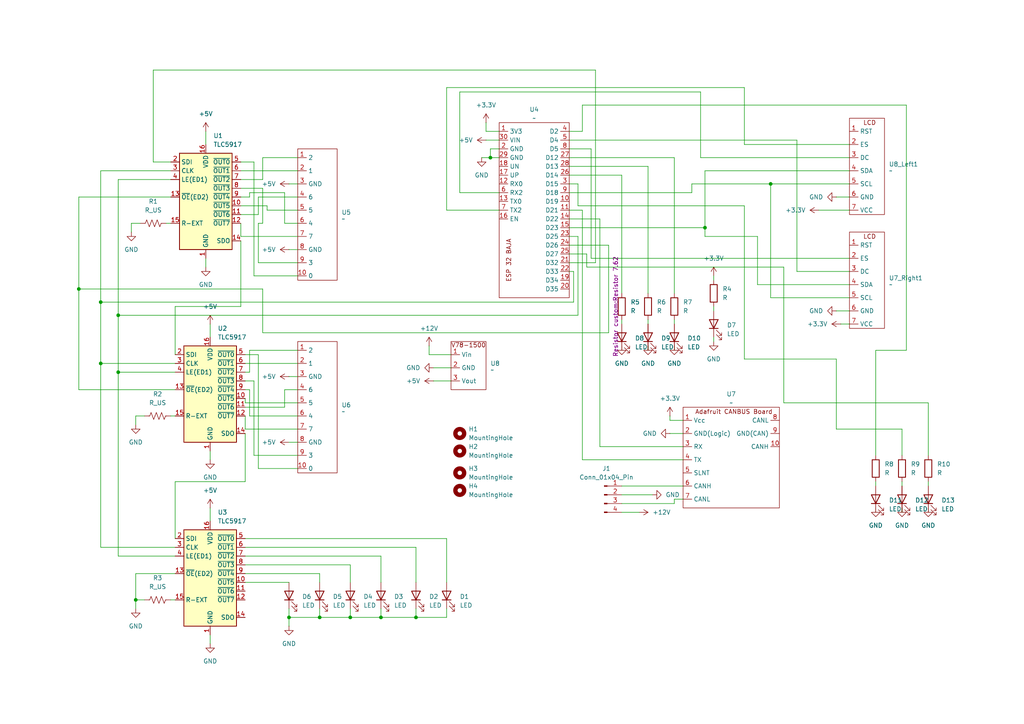
<source format=kicad_sch>
(kicad_sch
	(version 20231120)
	(generator "eeschema")
	(generator_version "8.0")
	(uuid "4e7877e6-0ece-45a5-b98d-6438ada69c95")
	(paper "A4")
	(lib_symbols
		(symbol "7 Segment LCD:7_Segment_LED"
			(exclude_from_sim no)
			(in_bom yes)
			(on_board yes)
			(property "Reference" "U"
				(at 0 0 0)
				(effects
					(font
						(size 1.27 1.27)
					)
				)
			)
			(property "Value" ""
				(at 0 0 0)
				(effects
					(font
						(size 1.27 1.27)
					)
				)
			)
			(property "Footprint" ""
				(at 0 0 0)
				(effects
					(font
						(size 1.27 1.27)
					)
					(hide yes)
				)
			)
			(property "Datasheet" ""
				(at 0 0 0)
				(effects
					(font
						(size 1.27 1.27)
					)
					(hide yes)
				)
			)
			(property "Description" ""
				(at 0 0 0)
				(effects
					(font
						(size 1.27 1.27)
					)
					(hide yes)
				)
			)
			(symbol "7_Segment_LED_0_1"
				(rectangle
					(start -7.62 2.54)
					(end 3.81 -35.56)
					(stroke
						(width 0)
						(type default)
					)
					(fill
						(type none)
					)
				)
			)
			(symbol "7_Segment_LED_1_1"
				(pin input line
					(at -7.62 0 0)
					(length 2.54)
					(name "2"
						(effects
							(font
								(size 1.27 1.27)
							)
						)
					)
					(number "1"
						(effects
							(font
								(size 1.27 1.27)
							)
						)
					)
				)
				(pin input line
					(at -7.62 -34.29 0)
					(length 2.54)
					(name "0"
						(effects
							(font
								(size 1.27 1.27)
							)
						)
					)
					(number "10"
						(effects
							(font
								(size 1.27 1.27)
							)
						)
					)
				)
				(pin input line
					(at -7.62 -3.81 0)
					(length 2.54)
					(name "1"
						(effects
							(font
								(size 1.27 1.27)
							)
						)
					)
					(number "2"
						(effects
							(font
								(size 1.27 1.27)
							)
						)
					)
				)
				(pin input line
					(at -7.62 -7.62 0)
					(length 2.54)
					(name "GND"
						(effects
							(font
								(size 1.27 1.27)
							)
						)
					)
					(number "3"
						(effects
							(font
								(size 1.27 1.27)
							)
						)
					)
				)
				(pin input line
					(at -7.62 -11.43 0)
					(length 2.54)
					(name "6"
						(effects
							(font
								(size 1.27 1.27)
							)
						)
					)
					(number "4"
						(effects
							(font
								(size 1.27 1.27)
							)
						)
					)
				)
				(pin input line
					(at -7.62 -15.24 0)
					(length 2.54)
					(name "5"
						(effects
							(font
								(size 1.27 1.27)
							)
						)
					)
					(number "5"
						(effects
							(font
								(size 1.27 1.27)
							)
						)
					)
				)
				(pin input line
					(at -7.62 -19.05 0)
					(length 2.54)
					(name "4"
						(effects
							(font
								(size 1.27 1.27)
							)
						)
					)
					(number "6"
						(effects
							(font
								(size 1.27 1.27)
							)
						)
					)
				)
				(pin input line
					(at -7.62 -22.86 0)
					(length 2.54)
					(name "7"
						(effects
							(font
								(size 1.27 1.27)
							)
						)
					)
					(number "7"
						(effects
							(font
								(size 1.27 1.27)
							)
						)
					)
				)
				(pin input line
					(at -7.62 -26.67 0)
					(length 2.54)
					(name "GND"
						(effects
							(font
								(size 1.27 1.27)
							)
						)
					)
					(number "8"
						(effects
							(font
								(size 1.27 1.27)
							)
						)
					)
				)
				(pin input line
					(at -7.62 -30.48 0)
					(length 2.54)
					(name "3"
						(effects
							(font
								(size 1.27 1.27)
							)
						)
					)
					(number "9"
						(effects
							(font
								(size 1.27 1.27)
							)
						)
					)
				)
			)
		)
		(symbol "CanBUS:Adafruit_CAN_Pal"
			(exclude_from_sim no)
			(in_bom yes)
			(on_board yes)
			(property "Reference" "U"
				(at 0 0 0)
				(effects
					(font
						(size 1.27 1.27)
					)
				)
			)
			(property "Value" ""
				(at 0 0 0)
				(effects
					(font
						(size 1.27 1.27)
					)
				)
			)
			(property "Footprint" ""
				(at 0 0 0)
				(effects
					(font
						(size 1.27 1.27)
					)
					(hide yes)
				)
			)
			(property "Datasheet" ""
				(at 0 0 0)
				(effects
					(font
						(size 1.27 1.27)
					)
					(hide yes)
				)
			)
			(property "Description" ""
				(at 0 0 0)
				(effects
					(font
						(size 1.27 1.27)
					)
					(hide yes)
				)
			)
			(symbol "Adafruit_CAN_Pal_1_1"
				(rectangle
					(start -15.24 -25.4)
					(end 12.7 3.81)
					(stroke
						(width 0)
						(type default)
					)
					(fill
						(type none)
					)
				)
				(text "Adafruit CANBUS Board"
					(at -0.508 2.54 0)
					(effects
						(font
							(size 1.27 1.27)
						)
					)
				)
				(pin input line
					(at -15.24 0 0)
					(length 2.54)
					(name "Vcc"
						(effects
							(font
								(size 1.27 1.27)
							)
						)
					)
					(number "1"
						(effects
							(font
								(size 1.27 1.27)
							)
						)
					)
				)
				(pin input line
					(at 12.7 -7.62 180)
					(length 2.54)
					(name "CANH"
						(effects
							(font
								(size 1.27 1.27)
							)
						)
					)
					(number "10"
						(effects
							(font
								(size 1.27 1.27)
							)
						)
					)
				)
				(pin input line
					(at -15.24 -3.81 0)
					(length 2.54)
					(name "GND(Logic)"
						(effects
							(font
								(size 1.27 1.27)
							)
						)
					)
					(number "2"
						(effects
							(font
								(size 1.27 1.27)
							)
						)
					)
				)
				(pin input line
					(at -15.24 -7.62 0)
					(length 2.54)
					(name "RX"
						(effects
							(font
								(size 1.27 1.27)
							)
						)
					)
					(number "3"
						(effects
							(font
								(size 1.27 1.27)
							)
						)
					)
				)
				(pin input line
					(at -15.24 -11.43 0)
					(length 2.54)
					(name "TX"
						(effects
							(font
								(size 1.27 1.27)
							)
						)
					)
					(number "4"
						(effects
							(font
								(size 1.27 1.27)
							)
						)
					)
				)
				(pin input line
					(at -15.24 -15.24 0)
					(length 2.54)
					(name "SLNT"
						(effects
							(font
								(size 1.27 1.27)
							)
						)
					)
					(number "5"
						(effects
							(font
								(size 1.27 1.27)
							)
						)
					)
				)
				(pin input line
					(at -15.24 -19.05 0)
					(length 2.54)
					(name "CANH"
						(effects
							(font
								(size 1.27 1.27)
							)
						)
					)
					(number "6"
						(effects
							(font
								(size 1.27 1.27)
							)
						)
					)
				)
				(pin input line
					(at -15.24 -22.86 0)
					(length 2.54)
					(name "CANL"
						(effects
							(font
								(size 1.27 1.27)
							)
						)
					)
					(number "7"
						(effects
							(font
								(size 1.27 1.27)
							)
						)
					)
				)
				(pin input line
					(at 12.7 0 180)
					(length 2.54)
					(name "CANL"
						(effects
							(font
								(size 1.27 1.27)
							)
						)
					)
					(number "8"
						(effects
							(font
								(size 1.27 1.27)
							)
						)
					)
				)
				(pin input line
					(at 12.7 -3.81 180)
					(length 2.54)
					(name "GND(CAN)"
						(effects
							(font
								(size 1.27 1.27)
							)
						)
					)
					(number "9"
						(effects
							(font
								(size 1.27 1.27)
							)
						)
					)
				)
			)
		)
		(symbol "Connector:Conn_01x04_Pin"
			(pin_names
				(offset 1.016) hide)
			(exclude_from_sim no)
			(in_bom yes)
			(on_board yes)
			(property "Reference" "J"
				(at 0 5.08 0)
				(effects
					(font
						(size 1.27 1.27)
					)
				)
			)
			(property "Value" "Conn_01x04_Pin"
				(at 0 -7.62 0)
				(effects
					(font
						(size 1.27 1.27)
					)
				)
			)
			(property "Footprint" ""
				(at 0 0 0)
				(effects
					(font
						(size 1.27 1.27)
					)
					(hide yes)
				)
			)
			(property "Datasheet" "~"
				(at 0 0 0)
				(effects
					(font
						(size 1.27 1.27)
					)
					(hide yes)
				)
			)
			(property "Description" "Generic connector, single row, 01x04, script generated"
				(at 0 0 0)
				(effects
					(font
						(size 1.27 1.27)
					)
					(hide yes)
				)
			)
			(property "ki_locked" ""
				(at 0 0 0)
				(effects
					(font
						(size 1.27 1.27)
					)
				)
			)
			(property "ki_keywords" "connector"
				(at 0 0 0)
				(effects
					(font
						(size 1.27 1.27)
					)
					(hide yes)
				)
			)
			(property "ki_fp_filters" "Connector*:*_1x??_*"
				(at 0 0 0)
				(effects
					(font
						(size 1.27 1.27)
					)
					(hide yes)
				)
			)
			(symbol "Conn_01x04_Pin_1_1"
				(polyline
					(pts
						(xy 1.27 -5.08) (xy 0.8636 -5.08)
					)
					(stroke
						(width 0.1524)
						(type default)
					)
					(fill
						(type none)
					)
				)
				(polyline
					(pts
						(xy 1.27 -2.54) (xy 0.8636 -2.54)
					)
					(stroke
						(width 0.1524)
						(type default)
					)
					(fill
						(type none)
					)
				)
				(polyline
					(pts
						(xy 1.27 0) (xy 0.8636 0)
					)
					(stroke
						(width 0.1524)
						(type default)
					)
					(fill
						(type none)
					)
				)
				(polyline
					(pts
						(xy 1.27 2.54) (xy 0.8636 2.54)
					)
					(stroke
						(width 0.1524)
						(type default)
					)
					(fill
						(type none)
					)
				)
				(rectangle
					(start 0.8636 -4.953)
					(end 0 -5.207)
					(stroke
						(width 0.1524)
						(type default)
					)
					(fill
						(type outline)
					)
				)
				(rectangle
					(start 0.8636 -2.413)
					(end 0 -2.667)
					(stroke
						(width 0.1524)
						(type default)
					)
					(fill
						(type outline)
					)
				)
				(rectangle
					(start 0.8636 0.127)
					(end 0 -0.127)
					(stroke
						(width 0.1524)
						(type default)
					)
					(fill
						(type outline)
					)
				)
				(rectangle
					(start 0.8636 2.667)
					(end 0 2.413)
					(stroke
						(width 0.1524)
						(type default)
					)
					(fill
						(type outline)
					)
				)
				(pin passive line
					(at 5.08 2.54 180)
					(length 3.81)
					(name "Pin_1"
						(effects
							(font
								(size 1.27 1.27)
							)
						)
					)
					(number "1"
						(effects
							(font
								(size 1.27 1.27)
							)
						)
					)
				)
				(pin passive line
					(at 5.08 0 180)
					(length 3.81)
					(name "Pin_2"
						(effects
							(font
								(size 1.27 1.27)
							)
						)
					)
					(number "2"
						(effects
							(font
								(size 1.27 1.27)
							)
						)
					)
				)
				(pin passive line
					(at 5.08 -2.54 180)
					(length 3.81)
					(name "Pin_3"
						(effects
							(font
								(size 1.27 1.27)
							)
						)
					)
					(number "3"
						(effects
							(font
								(size 1.27 1.27)
							)
						)
					)
				)
				(pin passive line
					(at 5.08 -5.08 180)
					(length 3.81)
					(name "Pin_4"
						(effects
							(font
								(size 1.27 1.27)
							)
						)
					)
					(number "4"
						(effects
							(font
								(size 1.27 1.27)
							)
						)
					)
				)
			)
		)
		(symbol "Device:LED"
			(pin_numbers hide)
			(pin_names
				(offset 1.016) hide)
			(exclude_from_sim no)
			(in_bom yes)
			(on_board yes)
			(property "Reference" "D"
				(at 0 2.54 0)
				(effects
					(font
						(size 1.27 1.27)
					)
				)
			)
			(property "Value" "LED"
				(at 0 -2.54 0)
				(effects
					(font
						(size 1.27 1.27)
					)
				)
			)
			(property "Footprint" ""
				(at 0 0 0)
				(effects
					(font
						(size 1.27 1.27)
					)
					(hide yes)
				)
			)
			(property "Datasheet" "~"
				(at 0 0 0)
				(effects
					(font
						(size 1.27 1.27)
					)
					(hide yes)
				)
			)
			(property "Description" "Light emitting diode"
				(at 0 0 0)
				(effects
					(font
						(size 1.27 1.27)
					)
					(hide yes)
				)
			)
			(property "ki_keywords" "LED diode"
				(at 0 0 0)
				(effects
					(font
						(size 1.27 1.27)
					)
					(hide yes)
				)
			)
			(property "ki_fp_filters" "LED* LED_SMD:* LED_THT:*"
				(at 0 0 0)
				(effects
					(font
						(size 1.27 1.27)
					)
					(hide yes)
				)
			)
			(symbol "LED_0_1"
				(polyline
					(pts
						(xy -1.27 -1.27) (xy -1.27 1.27)
					)
					(stroke
						(width 0.254)
						(type default)
					)
					(fill
						(type none)
					)
				)
				(polyline
					(pts
						(xy -1.27 0) (xy 1.27 0)
					)
					(stroke
						(width 0)
						(type default)
					)
					(fill
						(type none)
					)
				)
				(polyline
					(pts
						(xy 1.27 -1.27) (xy 1.27 1.27) (xy -1.27 0) (xy 1.27 -1.27)
					)
					(stroke
						(width 0.254)
						(type default)
					)
					(fill
						(type none)
					)
				)
				(polyline
					(pts
						(xy -3.048 -0.762) (xy -4.572 -2.286) (xy -3.81 -2.286) (xy -4.572 -2.286) (xy -4.572 -1.524)
					)
					(stroke
						(width 0)
						(type default)
					)
					(fill
						(type none)
					)
				)
				(polyline
					(pts
						(xy -1.778 -0.762) (xy -3.302 -2.286) (xy -2.54 -2.286) (xy -3.302 -2.286) (xy -3.302 -1.524)
					)
					(stroke
						(width 0)
						(type default)
					)
					(fill
						(type none)
					)
				)
			)
			(symbol "LED_1_1"
				(pin passive line
					(at -3.81 0 0)
					(length 2.54)
					(name "K"
						(effects
							(font
								(size 1.27 1.27)
							)
						)
					)
					(number "1"
						(effects
							(font
								(size 1.27 1.27)
							)
						)
					)
				)
				(pin passive line
					(at 3.81 0 180)
					(length 2.54)
					(name "A"
						(effects
							(font
								(size 1.27 1.27)
							)
						)
					)
					(number "2"
						(effects
							(font
								(size 1.27 1.27)
							)
						)
					)
				)
			)
		)
		(symbol "Device:R"
			(pin_numbers hide)
			(pin_names
				(offset 0)
			)
			(exclude_from_sim no)
			(in_bom yes)
			(on_board yes)
			(property "Reference" "R"
				(at 2.032 0 90)
				(effects
					(font
						(size 1.27 1.27)
					)
				)
			)
			(property "Value" "R"
				(at 0 0 90)
				(effects
					(font
						(size 1.27 1.27)
					)
				)
			)
			(property "Footprint" ""
				(at -1.778 0 90)
				(effects
					(font
						(size 1.27 1.27)
					)
					(hide yes)
				)
			)
			(property "Datasheet" "~"
				(at 0 0 0)
				(effects
					(font
						(size 1.27 1.27)
					)
					(hide yes)
				)
			)
			(property "Description" "Resistor"
				(at 0 0 0)
				(effects
					(font
						(size 1.27 1.27)
					)
					(hide yes)
				)
			)
			(property "ki_keywords" "R res resistor"
				(at 0 0 0)
				(effects
					(font
						(size 1.27 1.27)
					)
					(hide yes)
				)
			)
			(property "ki_fp_filters" "R_*"
				(at 0 0 0)
				(effects
					(font
						(size 1.27 1.27)
					)
					(hide yes)
				)
			)
			(symbol "R_0_1"
				(rectangle
					(start -1.016 -2.54)
					(end 1.016 2.54)
					(stroke
						(width 0.254)
						(type default)
					)
					(fill
						(type none)
					)
				)
			)
			(symbol "R_1_1"
				(pin passive line
					(at 0 3.81 270)
					(length 1.27)
					(name "~"
						(effects
							(font
								(size 1.27 1.27)
							)
						)
					)
					(number "1"
						(effects
							(font
								(size 1.27 1.27)
							)
						)
					)
				)
				(pin passive line
					(at 0 -3.81 90)
					(length 1.27)
					(name "~"
						(effects
							(font
								(size 1.27 1.27)
							)
						)
					)
					(number "2"
						(effects
							(font
								(size 1.27 1.27)
							)
						)
					)
				)
			)
		)
		(symbol "Device:R_US"
			(pin_numbers hide)
			(pin_names
				(offset 0)
			)
			(exclude_from_sim no)
			(in_bom yes)
			(on_board yes)
			(property "Reference" "R"
				(at 2.54 0 90)
				(effects
					(font
						(size 1.27 1.27)
					)
				)
			)
			(property "Value" "R_US"
				(at -2.54 0 90)
				(effects
					(font
						(size 1.27 1.27)
					)
				)
			)
			(property "Footprint" ""
				(at 1.016 -0.254 90)
				(effects
					(font
						(size 1.27 1.27)
					)
					(hide yes)
				)
			)
			(property "Datasheet" "~"
				(at 0 0 0)
				(effects
					(font
						(size 1.27 1.27)
					)
					(hide yes)
				)
			)
			(property "Description" "Resistor, US symbol"
				(at 0 0 0)
				(effects
					(font
						(size 1.27 1.27)
					)
					(hide yes)
				)
			)
			(property "ki_keywords" "R res resistor"
				(at 0 0 0)
				(effects
					(font
						(size 1.27 1.27)
					)
					(hide yes)
				)
			)
			(property "ki_fp_filters" "R_*"
				(at 0 0 0)
				(effects
					(font
						(size 1.27 1.27)
					)
					(hide yes)
				)
			)
			(symbol "R_US_0_1"
				(polyline
					(pts
						(xy 0 -2.286) (xy 0 -2.54)
					)
					(stroke
						(width 0)
						(type default)
					)
					(fill
						(type none)
					)
				)
				(polyline
					(pts
						(xy 0 2.286) (xy 0 2.54)
					)
					(stroke
						(width 0)
						(type default)
					)
					(fill
						(type none)
					)
				)
				(polyline
					(pts
						(xy 0 -0.762) (xy 1.016 -1.143) (xy 0 -1.524) (xy -1.016 -1.905) (xy 0 -2.286)
					)
					(stroke
						(width 0)
						(type default)
					)
					(fill
						(type none)
					)
				)
				(polyline
					(pts
						(xy 0 0.762) (xy 1.016 0.381) (xy 0 0) (xy -1.016 -0.381) (xy 0 -0.762)
					)
					(stroke
						(width 0)
						(type default)
					)
					(fill
						(type none)
					)
				)
				(polyline
					(pts
						(xy 0 2.286) (xy 1.016 1.905) (xy 0 1.524) (xy -1.016 1.143) (xy 0 0.762)
					)
					(stroke
						(width 0)
						(type default)
					)
					(fill
						(type none)
					)
				)
			)
			(symbol "R_US_1_1"
				(pin passive line
					(at 0 3.81 270)
					(length 1.27)
					(name "~"
						(effects
							(font
								(size 1.27 1.27)
							)
						)
					)
					(number "1"
						(effects
							(font
								(size 1.27 1.27)
							)
						)
					)
				)
				(pin passive line
					(at 0 -3.81 90)
					(length 1.27)
					(name "~"
						(effects
							(font
								(size 1.27 1.27)
							)
						)
					)
					(number "2"
						(effects
							(font
								(size 1.27 1.27)
							)
						)
					)
				)
			)
		)
		(symbol "Driver_LED:TLC5917"
			(exclude_from_sim no)
			(in_bom yes)
			(on_board yes)
			(property "Reference" "U"
				(at -7.62 13.97 0)
				(effects
					(font
						(size 1.27 1.27)
					)
				)
			)
			(property "Value" "TLC5917"
				(at -7.62 -16.51 0)
				(effects
					(font
						(size 1.27 1.27)
					)
				)
			)
			(property "Footprint" ""
				(at 0 0 0)
				(effects
					(font
						(size 1.27 1.27)
					)
					(hide yes)
				)
			)
			(property "Datasheet" "https://www.ti.com/lit/ds/symlink/tlc5917.pdf"
				(at 1.27 0 0)
				(effects
					(font
						(size 1.27 1.27)
					)
					(hide yes)
				)
			)
			(property "Description" "8-Channel Constant-Current LED Sink Driver, Short to VLED detection"
				(at 0 0 0)
				(effects
					(font
						(size 1.27 1.27)
					)
					(hide yes)
				)
			)
			(property "ki_keywords" "LED Constant-Current Driver"
				(at 0 0 0)
				(effects
					(font
						(size 1.27 1.27)
					)
					(hide yes)
				)
			)
			(property "ki_fp_filters" "DIP*W7.62mm* SOIC*3.9x9.9mm*P1.27mm* TSSOP*4.4x5mm*P0.65mm*"
				(at 0 0 0)
				(effects
					(font
						(size 1.27 1.27)
					)
					(hide yes)
				)
			)
			(symbol "TLC5917_1_0"
				(pin power_in line
					(at 0 -17.78 90)
					(length 2.54)
					(name "GND"
						(effects
							(font
								(size 1.27 1.27)
							)
						)
					)
					(number "1"
						(effects
							(font
								(size 1.27 1.27)
							)
						)
					)
				)
				(pin open_collector line
					(at 10.16 -2.54 180)
					(length 2.54)
					(name "~{OUT5}"
						(effects
							(font
								(size 1.27 1.27)
							)
						)
					)
					(number "10"
						(effects
							(font
								(size 1.27 1.27)
							)
						)
					)
				)
				(pin open_collector line
					(at 10.16 -5.08 180)
					(length 2.54)
					(name "~{OUT6}"
						(effects
							(font
								(size 1.27 1.27)
							)
						)
					)
					(number "11"
						(effects
							(font
								(size 1.27 1.27)
							)
						)
					)
				)
				(pin open_collector line
					(at 10.16 -7.62 180)
					(length 2.54)
					(name "~{OUT7}"
						(effects
							(font
								(size 1.27 1.27)
							)
						)
					)
					(number "12"
						(effects
							(font
								(size 1.27 1.27)
							)
						)
					)
				)
				(pin passive line
					(at -10.16 0 0)
					(length 2.54)
					(name "~{OE}(ED2)"
						(effects
							(font
								(size 1.27 1.27)
							)
						)
					)
					(number "13"
						(effects
							(font
								(size 1.27 1.27)
							)
						)
					)
				)
				(pin output line
					(at 10.16 -12.7 180)
					(length 2.54)
					(name "SDO"
						(effects
							(font
								(size 1.27 1.27)
							)
						)
					)
					(number "14"
						(effects
							(font
								(size 1.27 1.27)
							)
						)
					)
				)
				(pin input line
					(at -10.16 -7.62 0)
					(length 2.54)
					(name "R-EXT"
						(effects
							(font
								(size 1.27 1.27)
							)
						)
					)
					(number "15"
						(effects
							(font
								(size 1.27 1.27)
							)
						)
					)
				)
				(pin power_in line
					(at 0 15.24 270)
					(length 2.54)
					(name "VDD"
						(effects
							(font
								(size 1.27 1.27)
							)
						)
					)
					(number "16"
						(effects
							(font
								(size 1.27 1.27)
							)
						)
					)
				)
				(pin input line
					(at -10.16 10.16 0)
					(length 2.54)
					(name "SDI"
						(effects
							(font
								(size 1.27 1.27)
							)
						)
					)
					(number "2"
						(effects
							(font
								(size 1.27 1.27)
							)
						)
					)
				)
				(pin input line
					(at -10.16 7.62 0)
					(length 2.54)
					(name "CLK"
						(effects
							(font
								(size 1.27 1.27)
							)
						)
					)
					(number "3"
						(effects
							(font
								(size 1.27 1.27)
							)
						)
					)
				)
				(pin passive line
					(at -10.16 5.08 0)
					(length 2.54)
					(name "LE(ED1)"
						(effects
							(font
								(size 1.27 1.27)
							)
						)
					)
					(number "4"
						(effects
							(font
								(size 1.27 1.27)
							)
						)
					)
				)
				(pin open_collector line
					(at 10.16 10.16 180)
					(length 2.54)
					(name "~{OUT0}"
						(effects
							(font
								(size 1.27 1.27)
							)
						)
					)
					(number "5"
						(effects
							(font
								(size 1.27 1.27)
							)
						)
					)
				)
				(pin open_collector line
					(at 10.16 7.62 180)
					(length 2.54)
					(name "~{OUT1}"
						(effects
							(font
								(size 1.27 1.27)
							)
						)
					)
					(number "6"
						(effects
							(font
								(size 1.27 1.27)
							)
						)
					)
				)
				(pin open_collector line
					(at 10.16 5.08 180)
					(length 2.54)
					(name "~{OUT2}"
						(effects
							(font
								(size 1.27 1.27)
							)
						)
					)
					(number "7"
						(effects
							(font
								(size 1.27 1.27)
							)
						)
					)
				)
				(pin open_collector line
					(at 10.16 2.54 180)
					(length 2.54)
					(name "~{OUT3}"
						(effects
							(font
								(size 1.27 1.27)
							)
						)
					)
					(number "8"
						(effects
							(font
								(size 1.27 1.27)
							)
						)
					)
				)
				(pin open_collector line
					(at 10.16 0 180)
					(length 2.54)
					(name "~{OUT4}"
						(effects
							(font
								(size 1.27 1.27)
							)
						)
					)
					(number "9"
						(effects
							(font
								(size 1.27 1.27)
							)
						)
					)
				)
			)
			(symbol "TLC5917_1_1"
				(rectangle
					(start -7.62 12.7)
					(end 7.62 -15.24)
					(stroke
						(width 0.254)
						(type default)
					)
					(fill
						(type background)
					)
				)
			)
		)
		(symbol "ESP 32:ESP32"
			(exclude_from_sim no)
			(in_bom yes)
			(on_board yes)
			(property "Reference" "U"
				(at 0 0 0)
				(effects
					(font
						(size 1.27 1.27)
					)
				)
			)
			(property "Value" ""
				(at 0 0 0)
				(effects
					(font
						(size 1.27 1.27)
					)
				)
			)
			(property "Footprint" "ESP 32:ESP 32 BAJA"
				(at -1.016 -36.322 90)
				(effects
					(font
						(size 1.27 1.27)
					)
					(hide yes)
				)
			)
			(property "Datasheet" ""
				(at 0 0 0)
				(effects
					(font
						(size 1.27 1.27)
					)
					(hide yes)
				)
			)
			(property "Description" ""
				(at 0 0 0)
				(effects
					(font
						(size 1.27 1.27)
					)
					(hide yes)
				)
			)
			(symbol "ESP32_0_1"
				(rectangle
					(start -10.16 1.27)
					(end 10.16 -49.53)
					(stroke
						(width 0)
						(type default)
					)
					(fill
						(type none)
					)
				)
			)
			(symbol "ESP32_1_1"
				(text "ESP 32 BAJA\n"
					(at -7.366 -38.608 900)
					(effects
						(font
							(size 1.27 1.27)
						)
					)
				)
				(pin power_in line
					(at -10.16 -1.27 0)
					(length 2.54)
					(name "3V3"
						(effects
							(font
								(size 1.27 1.27)
							)
						)
					)
					(number "1"
						(effects
							(font
								(size 1.27 1.27)
							)
						)
					)
				)
				(pin bidirectional line
					(at 10.16 -21.59 180)
					(length 2.54)
					(name "D19"
						(effects
							(font
								(size 1.27 1.27)
							)
						)
					)
					(number "10"
						(effects
							(font
								(size 1.27 1.27)
							)
						)
					)
				)
				(pin bidirectional line
					(at 10.16 -24.13 180)
					(length 2.54)
					(name "D21"
						(effects
							(font
								(size 1.27 1.27)
							)
						)
					)
					(number "11"
						(effects
							(font
								(size 1.27 1.27)
							)
						)
					)
				)
				(pin input line
					(at -10.16 -16.51 0)
					(length 2.54)
					(name "RX0"
						(effects
							(font
								(size 1.27 1.27)
							)
						)
					)
					(number "12"
						(effects
							(font
								(size 1.27 1.27)
							)
						)
					)
				)
				(pin output line
					(at -10.16 -21.59 0)
					(length 2.54)
					(name "TX0"
						(effects
							(font
								(size 1.27 1.27)
							)
						)
					)
					(number "13"
						(effects
							(font
								(size 1.27 1.27)
							)
						)
					)
				)
				(pin bidirectional line
					(at 10.16 -26.67 180)
					(length 2.54)
					(name "D22"
						(effects
							(font
								(size 1.27 1.27)
							)
						)
					)
					(number "14"
						(effects
							(font
								(size 1.27 1.27)
							)
						)
					)
				)
				(pin bidirectional line
					(at 10.16 -29.21 180)
					(length 2.54)
					(name "D23"
						(effects
							(font
								(size 1.27 1.27)
							)
						)
					)
					(number "15"
						(effects
							(font
								(size 1.27 1.27)
							)
						)
					)
				)
				(pin bidirectional line
					(at -10.16 -26.67 0)
					(length 2.54)
					(name "EN"
						(effects
							(font
								(size 1.27 1.27)
							)
						)
					)
					(number "16"
						(effects
							(font
								(size 1.27 1.27)
							)
						)
					)
				)
				(pin passive line
					(at -10.16 -13.97 0)
					(length 2.54)
					(name "UP"
						(effects
							(font
								(size 1.27 1.27)
							)
						)
					)
					(number "17"
						(effects
							(font
								(size 1.27 1.27)
							)
						)
					)
				)
				(pin free line
					(at -10.16 -11.43 0)
					(length 2.54)
					(name "UN"
						(effects
							(font
								(size 1.27 1.27)
							)
						)
					)
					(number "18"
						(effects
							(font
								(size 1.27 1.27)
							)
						)
					)
				)
				(pin bidirectional line
					(at 10.16 -44.45 180)
					(length 2.54)
					(name "D34"
						(effects
							(font
								(size 1.27 1.27)
							)
						)
					)
					(number "19"
						(effects
							(font
								(size 1.27 1.27)
							)
						)
					)
				)
				(pin power_in line
					(at -10.16 -6.35 0)
					(length 2.54)
					(name "GND"
						(effects
							(font
								(size 1.27 1.27)
							)
						)
					)
					(number "2"
						(effects
							(font
								(size 1.27 1.27)
							)
						)
					)
				)
				(pin bidirectional line
					(at 10.16 -46.99 180)
					(length 2.54)
					(name "D35"
						(effects
							(font
								(size 1.27 1.27)
							)
						)
					)
					(number "20"
						(effects
							(font
								(size 1.27 1.27)
							)
						)
					)
				)
				(pin bidirectional line
					(at 10.16 -39.37 180)
					(length 2.54)
					(name "D32"
						(effects
							(font
								(size 1.27 1.27)
							)
						)
					)
					(number "21"
						(effects
							(font
								(size 1.27 1.27)
							)
						)
					)
				)
				(pin bidirectional line
					(at 10.16 -41.91 180)
					(length 2.54)
					(name "D33"
						(effects
							(font
								(size 1.27 1.27)
							)
						)
					)
					(number "22"
						(effects
							(font
								(size 1.27 1.27)
							)
						)
					)
				)
				(pin bidirectional line
					(at 10.16 -31.75 180)
					(length 2.54)
					(name "D25"
						(effects
							(font
								(size 1.27 1.27)
							)
						)
					)
					(number "23"
						(effects
							(font
								(size 1.27 1.27)
							)
						)
					)
				)
				(pin bidirectional line
					(at 10.16 -34.29 180)
					(length 2.54)
					(name "D26"
						(effects
							(font
								(size 1.27 1.27)
							)
						)
					)
					(number "24"
						(effects
							(font
								(size 1.27 1.27)
							)
						)
					)
				)
				(pin bidirectional line
					(at 10.16 -36.83 180)
					(length 2.54)
					(name "D27"
						(effects
							(font
								(size 1.27 1.27)
							)
						)
					)
					(number "25"
						(effects
							(font
								(size 1.27 1.27)
							)
						)
					)
				)
				(pin bidirectional line
					(at 10.16 -13.97 180)
					(length 2.54)
					(name "D14"
						(effects
							(font
								(size 1.27 1.27)
							)
						)
					)
					(number "26"
						(effects
							(font
								(size 1.27 1.27)
							)
						)
					)
				)
				(pin bidirectional line
					(at 10.16 -8.89 180)
					(length 2.54)
					(name "D12"
						(effects
							(font
								(size 1.27 1.27)
							)
						)
					)
					(number "27"
						(effects
							(font
								(size 1.27 1.27)
							)
						)
					)
				)
				(pin bidirectional line
					(at 10.16 -11.43 180)
					(length 2.54)
					(name "D13"
						(effects
							(font
								(size 1.27 1.27)
							)
						)
					)
					(number "28"
						(effects
							(font
								(size 1.27 1.27)
							)
						)
					)
				)
				(pin power_in line
					(at -10.16 -8.89 0)
					(length 2.54)
					(name "GND"
						(effects
							(font
								(size 1.27 1.27)
							)
						)
					)
					(number "29"
						(effects
							(font
								(size 1.27 1.27)
							)
						)
					)
				)
				(pin bidirectional line
					(at 10.16 -16.51 180)
					(length 2.54)
					(name "D15"
						(effects
							(font
								(size 1.27 1.27)
							)
						)
					)
					(number "3"
						(effects
							(font
								(size 1.27 1.27)
							)
						)
					)
				)
				(pin power_in line
					(at -10.16 -3.81 0)
					(length 2.54)
					(name "VIN"
						(effects
							(font
								(size 1.27 1.27)
							)
						)
					)
					(number "30"
						(effects
							(font
								(size 1.27 1.27)
							)
						)
					)
				)
				(pin bidirectional line
					(at 10.16 -1.27 180)
					(length 2.54)
					(name "D2"
						(effects
							(font
								(size 1.27 1.27)
							)
						)
					)
					(number "4"
						(effects
							(font
								(size 1.27 1.27)
							)
						)
					)
				)
				(pin bidirectional line
					(at 10.16 -3.81 180)
					(length 2.54)
					(name "D4"
						(effects
							(font
								(size 1.27 1.27)
							)
						)
					)
					(number "5"
						(effects
							(font
								(size 1.27 1.27)
							)
						)
					)
				)
				(pin input line
					(at -10.16 -19.05 0)
					(length 2.54)
					(name "RX2"
						(effects
							(font
								(size 1.27 1.27)
							)
						)
					)
					(number "6"
						(effects
							(font
								(size 1.27 1.27)
							)
						)
					)
				)
				(pin output line
					(at -10.16 -24.13 0)
					(length 2.54)
					(name "TX2"
						(effects
							(font
								(size 1.27 1.27)
							)
						)
					)
					(number "7"
						(effects
							(font
								(size 1.27 1.27)
							)
						)
					)
				)
				(pin bidirectional line
					(at 10.16 -6.35 180)
					(length 2.54)
					(name "D5"
						(effects
							(font
								(size 1.27 1.27)
							)
						)
					)
					(number "8"
						(effects
							(font
								(size 1.27 1.27)
							)
						)
					)
				)
				(pin bidirectional line
					(at 10.16 -19.05 180)
					(length 2.54)
					(name "D18"
						(effects
							(font
								(size 1.27 1.27)
							)
						)
					)
					(number "9"
						(effects
							(font
								(size 1.27 1.27)
							)
						)
					)
				)
			)
		)
		(symbol "LCD:Teyleten_Robot_1.28_Inch_TFT_LCD_Display_Module_Round_RGB_240_*_240_GC9A01_Driver_4_Wire_SPI_Interface_240x240_PCB_for_Arduino_3PCS"
			(exclude_from_sim no)
			(in_bom yes)
			(on_board yes)
			(property "Reference" "U"
				(at 0 0 0)
				(effects
					(font
						(size 1.27 1.27)
					)
				)
			)
			(property "Value" ""
				(at 0 0 0)
				(effects
					(font
						(size 1.27 1.27)
					)
				)
			)
			(property "Footprint" ""
				(at 0 0 0)
				(effects
					(font
						(size 1.27 1.27)
					)
					(hide yes)
				)
			)
			(property "Datasheet" ""
				(at 0 0 0)
				(effects
					(font
						(size 1.27 1.27)
					)
					(hide yes)
				)
			)
			(property "Description" ""
				(at 0 0 0)
				(effects
					(font
						(size 1.27 1.27)
					)
					(hide yes)
				)
			)
			(symbol "Teyleten_Robot_1.28_Inch_TFT_LCD_Display_Module_Round_RGB_240_*_240_GC9A01_Driver_4_Wire_SPI_Interface_240x240_PCB_for_Arduino_3PCS_1_1"
				(rectangle
					(start -2.54 -26.67)
					(end 7.62 1.27)
					(stroke
						(width 0)
						(type default)
					)
					(fill
						(type none)
					)
				)
				(text "LCD"
					(at 3.302 0 0)
					(effects
						(font
							(size 1.27 1.27)
						)
					)
				)
				(pin input line
					(at -2.54 -2.54 0)
					(length 2.54)
					(name "RST"
						(effects
							(font
								(size 1.27 1.27)
							)
						)
					)
					(number "1"
						(effects
							(font
								(size 1.27 1.27)
							)
						)
					)
				)
				(pin input line
					(at -2.54 -6.35 0)
					(length 2.54)
					(name "ES"
						(effects
							(font
								(size 1.27 1.27)
							)
						)
					)
					(number "2"
						(effects
							(font
								(size 1.27 1.27)
							)
						)
					)
				)
				(pin input line
					(at -2.54 -10.16 0)
					(length 2.54)
					(name "DC"
						(effects
							(font
								(size 1.27 1.27)
							)
						)
					)
					(number "3"
						(effects
							(font
								(size 1.27 1.27)
							)
						)
					)
				)
				(pin input line
					(at -2.54 -13.97 0)
					(length 2.54)
					(name "SDA"
						(effects
							(font
								(size 1.27 1.27)
							)
						)
					)
					(number "4"
						(effects
							(font
								(size 1.27 1.27)
							)
						)
					)
				)
				(pin input line
					(at -2.54 -17.78 0)
					(length 2.54)
					(name "SCL"
						(effects
							(font
								(size 1.27 1.27)
							)
						)
					)
					(number "5"
						(effects
							(font
								(size 1.27 1.27)
							)
						)
					)
				)
				(pin input line
					(at -2.54 -21.59 0)
					(length 2.54)
					(name "GND"
						(effects
							(font
								(size 1.27 1.27)
							)
						)
					)
					(number "6"
						(effects
							(font
								(size 1.27 1.27)
							)
						)
					)
				)
				(pin input line
					(at -2.54 -25.4 0)
					(length 2.54)
					(name "VCC"
						(effects
							(font
								(size 1.27 1.27)
							)
						)
					)
					(number "7"
						(effects
							(font
								(size 1.27 1.27)
							)
						)
					)
				)
			)
		)
		(symbol "Mechanical:MountingHole"
			(pin_names
				(offset 1.016)
			)
			(exclude_from_sim yes)
			(in_bom no)
			(on_board yes)
			(property "Reference" "H"
				(at 0 5.08 0)
				(effects
					(font
						(size 1.27 1.27)
					)
				)
			)
			(property "Value" "MountingHole"
				(at 0 3.175 0)
				(effects
					(font
						(size 1.27 1.27)
					)
				)
			)
			(property "Footprint" ""
				(at 0 0 0)
				(effects
					(font
						(size 1.27 1.27)
					)
					(hide yes)
				)
			)
			(property "Datasheet" "~"
				(at 0 0 0)
				(effects
					(font
						(size 1.27 1.27)
					)
					(hide yes)
				)
			)
			(property "Description" "Mounting Hole without connection"
				(at 0 0 0)
				(effects
					(font
						(size 1.27 1.27)
					)
					(hide yes)
				)
			)
			(property "ki_keywords" "mounting hole"
				(at 0 0 0)
				(effects
					(font
						(size 1.27 1.27)
					)
					(hide yes)
				)
			)
			(property "ki_fp_filters" "MountingHole*"
				(at 0 0 0)
				(effects
					(font
						(size 1.27 1.27)
					)
					(hide yes)
				)
			)
			(symbol "MountingHole_0_1"
				(circle
					(center 0 0)
					(radius 1.27)
					(stroke
						(width 1.27)
						(type default)
					)
					(fill
						(type none)
					)
				)
			)
		)
		(symbol "Voltage Regulators:V78-1500"
			(exclude_from_sim no)
			(in_bom yes)
			(on_board yes)
			(property "Reference" "U"
				(at 0 2.54 0)
				(effects
					(font
						(size 1.27 1.27)
					)
				)
			)
			(property "Value" ""
				(at 0 0 0)
				(effects
					(font
						(size 1.27 1.27)
					)
				)
			)
			(property "Footprint" ""
				(at 0 0 0)
				(effects
					(font
						(size 1.27 1.27)
					)
					(hide yes)
				)
			)
			(property "Datasheet" ""
				(at 0 0 0)
				(effects
					(font
						(size 1.27 1.27)
					)
					(hide yes)
				)
			)
			(property "Description" ""
				(at 0 0 0)
				(effects
					(font
						(size 1.27 1.27)
					)
					(hide yes)
				)
			)
			(symbol "V78-1500_0_1"
				(rectangle
					(start -5.08 1.27)
					(end 5.08 -12.7)
					(stroke
						(width 0)
						(type default)
					)
					(fill
						(type none)
					)
				)
			)
			(symbol "V78-1500_1_1"
				(text "V78-1500"
					(at 0 0.254 0)
					(effects
						(font
							(size 1.27 1.27)
						)
					)
				)
				(pin power_in line
					(at -5.08 -2.54 0)
					(length 2.54)
					(name "Vin"
						(effects
							(font
								(size 1.27 1.27)
							)
						)
					)
					(number "1"
						(effects
							(font
								(size 1.27 1.27)
							)
						)
					)
				)
				(pin power_in line
					(at -5.08 -6.35 0)
					(length 2.54)
					(name "GND"
						(effects
							(font
								(size 1.27 1.27)
							)
						)
					)
					(number "2"
						(effects
							(font
								(size 1.27 1.27)
							)
						)
					)
				)
				(pin power_out line
					(at -5.08 -10.16 0)
					(length 2.54)
					(name "Vout"
						(effects
							(font
								(size 1.27 1.27)
							)
						)
					)
					(number "3"
						(effects
							(font
								(size 1.27 1.27)
							)
						)
					)
				)
			)
		)
		(symbol "power:+12V"
			(power)
			(pin_numbers hide)
			(pin_names
				(offset 0) hide)
			(exclude_from_sim no)
			(in_bom yes)
			(on_board yes)
			(property "Reference" "#PWR"
				(at 0 -3.81 0)
				(effects
					(font
						(size 1.27 1.27)
					)
					(hide yes)
				)
			)
			(property "Value" "+12V"
				(at 0 3.556 0)
				(effects
					(font
						(size 1.27 1.27)
					)
				)
			)
			(property "Footprint" ""
				(at 0 0 0)
				(effects
					(font
						(size 1.27 1.27)
					)
					(hide yes)
				)
			)
			(property "Datasheet" ""
				(at 0 0 0)
				(effects
					(font
						(size 1.27 1.27)
					)
					(hide yes)
				)
			)
			(property "Description" "Power symbol creates a global label with name \"+12V\""
				(at 0 0 0)
				(effects
					(font
						(size 1.27 1.27)
					)
					(hide yes)
				)
			)
			(property "ki_keywords" "global power"
				(at 0 0 0)
				(effects
					(font
						(size 1.27 1.27)
					)
					(hide yes)
				)
			)
			(symbol "+12V_0_1"
				(polyline
					(pts
						(xy -0.762 1.27) (xy 0 2.54)
					)
					(stroke
						(width 0)
						(type default)
					)
					(fill
						(type none)
					)
				)
				(polyline
					(pts
						(xy 0 0) (xy 0 2.54)
					)
					(stroke
						(width 0)
						(type default)
					)
					(fill
						(type none)
					)
				)
				(polyline
					(pts
						(xy 0 2.54) (xy 0.762 1.27)
					)
					(stroke
						(width 0)
						(type default)
					)
					(fill
						(type none)
					)
				)
			)
			(symbol "+12V_1_1"
				(pin power_in line
					(at 0 0 90)
					(length 0)
					(name "~"
						(effects
							(font
								(size 1.27 1.27)
							)
						)
					)
					(number "1"
						(effects
							(font
								(size 1.27 1.27)
							)
						)
					)
				)
			)
		)
		(symbol "power:+3.3V"
			(power)
			(pin_numbers hide)
			(pin_names
				(offset 0) hide)
			(exclude_from_sim no)
			(in_bom yes)
			(on_board yes)
			(property "Reference" "#PWR"
				(at 0 -3.81 0)
				(effects
					(font
						(size 1.27 1.27)
					)
					(hide yes)
				)
			)
			(property "Value" "+3.3V"
				(at 0 3.556 0)
				(effects
					(font
						(size 1.27 1.27)
					)
				)
			)
			(property "Footprint" ""
				(at 0 0 0)
				(effects
					(font
						(size 1.27 1.27)
					)
					(hide yes)
				)
			)
			(property "Datasheet" ""
				(at 0 0 0)
				(effects
					(font
						(size 1.27 1.27)
					)
					(hide yes)
				)
			)
			(property "Description" "Power symbol creates a global label with name \"+3.3V\""
				(at 0 0 0)
				(effects
					(font
						(size 1.27 1.27)
					)
					(hide yes)
				)
			)
			(property "ki_keywords" "global power"
				(at 0 0 0)
				(effects
					(font
						(size 1.27 1.27)
					)
					(hide yes)
				)
			)
			(symbol "+3.3V_0_1"
				(polyline
					(pts
						(xy -0.762 1.27) (xy 0 2.54)
					)
					(stroke
						(width 0)
						(type default)
					)
					(fill
						(type none)
					)
				)
				(polyline
					(pts
						(xy 0 0) (xy 0 2.54)
					)
					(stroke
						(width 0)
						(type default)
					)
					(fill
						(type none)
					)
				)
				(polyline
					(pts
						(xy 0 2.54) (xy 0.762 1.27)
					)
					(stroke
						(width 0)
						(type default)
					)
					(fill
						(type none)
					)
				)
			)
			(symbol "+3.3V_1_1"
				(pin power_in line
					(at 0 0 90)
					(length 0)
					(name "~"
						(effects
							(font
								(size 1.27 1.27)
							)
						)
					)
					(number "1"
						(effects
							(font
								(size 1.27 1.27)
							)
						)
					)
				)
			)
		)
		(symbol "power:+5V"
			(power)
			(pin_numbers hide)
			(pin_names
				(offset 0) hide)
			(exclude_from_sim no)
			(in_bom yes)
			(on_board yes)
			(property "Reference" "#PWR"
				(at 0 -3.81 0)
				(effects
					(font
						(size 1.27 1.27)
					)
					(hide yes)
				)
			)
			(property "Value" "+5V"
				(at 0 3.556 0)
				(effects
					(font
						(size 1.27 1.27)
					)
				)
			)
			(property "Footprint" ""
				(at 0 0 0)
				(effects
					(font
						(size 1.27 1.27)
					)
					(hide yes)
				)
			)
			(property "Datasheet" ""
				(at 0 0 0)
				(effects
					(font
						(size 1.27 1.27)
					)
					(hide yes)
				)
			)
			(property "Description" "Power symbol creates a global label with name \"+5V\""
				(at 0 0 0)
				(effects
					(font
						(size 1.27 1.27)
					)
					(hide yes)
				)
			)
			(property "ki_keywords" "global power"
				(at 0 0 0)
				(effects
					(font
						(size 1.27 1.27)
					)
					(hide yes)
				)
			)
			(symbol "+5V_0_1"
				(polyline
					(pts
						(xy -0.762 1.27) (xy 0 2.54)
					)
					(stroke
						(width 0)
						(type default)
					)
					(fill
						(type none)
					)
				)
				(polyline
					(pts
						(xy 0 0) (xy 0 2.54)
					)
					(stroke
						(width 0)
						(type default)
					)
					(fill
						(type none)
					)
				)
				(polyline
					(pts
						(xy 0 2.54) (xy 0.762 1.27)
					)
					(stroke
						(width 0)
						(type default)
					)
					(fill
						(type none)
					)
				)
			)
			(symbol "+5V_1_1"
				(pin power_in line
					(at 0 0 90)
					(length 0)
					(name "~"
						(effects
							(font
								(size 1.27 1.27)
							)
						)
					)
					(number "1"
						(effects
							(font
								(size 1.27 1.27)
							)
						)
					)
				)
			)
		)
		(symbol "power:GND"
			(power)
			(pin_numbers hide)
			(pin_names
				(offset 0) hide)
			(exclude_from_sim no)
			(in_bom yes)
			(on_board yes)
			(property "Reference" "#PWR"
				(at 0 -6.35 0)
				(effects
					(font
						(size 1.27 1.27)
					)
					(hide yes)
				)
			)
			(property "Value" "GND"
				(at 0 -3.81 0)
				(effects
					(font
						(size 1.27 1.27)
					)
				)
			)
			(property "Footprint" ""
				(at 0 0 0)
				(effects
					(font
						(size 1.27 1.27)
					)
					(hide yes)
				)
			)
			(property "Datasheet" ""
				(at 0 0 0)
				(effects
					(font
						(size 1.27 1.27)
					)
					(hide yes)
				)
			)
			(property "Description" "Power symbol creates a global label with name \"GND\" , ground"
				(at 0 0 0)
				(effects
					(font
						(size 1.27 1.27)
					)
					(hide yes)
				)
			)
			(property "ki_keywords" "global power"
				(at 0 0 0)
				(effects
					(font
						(size 1.27 1.27)
					)
					(hide yes)
				)
			)
			(symbol "GND_0_1"
				(polyline
					(pts
						(xy 0 0) (xy 0 -1.27) (xy 1.27 -1.27) (xy 0 -2.54) (xy -1.27 -1.27) (xy 0 -1.27)
					)
					(stroke
						(width 0)
						(type default)
					)
					(fill
						(type none)
					)
				)
			)
			(symbol "GND_1_1"
				(pin power_in line
					(at 0 0 270)
					(length 0)
					(name "~"
						(effects
							(font
								(size 1.27 1.27)
							)
						)
					)
					(number "1"
						(effects
							(font
								(size 1.27 1.27)
							)
						)
					)
				)
			)
		)
	)
	(junction
		(at 204.47 66.04)
		(diameter 0)
		(color 0 0 0 0)
		(uuid "1d219586-802e-4ddc-bb4c-36d197180949")
	)
	(junction
		(at 92.71 179.07)
		(diameter 0)
		(color 0 0 0 0)
		(uuid "206e4012-a0c4-4ebd-a107-24454a679b2b")
	)
	(junction
		(at 29.21 87.63)
		(diameter 0)
		(color 0 0 0 0)
		(uuid "345fd18a-1e0f-4a5d-95fb-f1dc6eb0f131")
	)
	(junction
		(at 39.37 173.99)
		(diameter 0)
		(color 0 0 0 0)
		(uuid "55b5f843-3ff6-48c4-a754-8f39fe9d0a08")
	)
	(junction
		(at 101.6 179.07)
		(diameter 0)
		(color 0 0 0 0)
		(uuid "59e81aae-9781-428f-98b9-489fa2820272")
	)
	(junction
		(at 29.21 105.41)
		(diameter 0)
		(color 0 0 0 0)
		(uuid "5e51c981-bc16-4767-9fca-8c83d704f495")
	)
	(junction
		(at 223.52 53.34)
		(diameter 0)
		(color 0 0 0 0)
		(uuid "5e794212-03be-49e5-9eb2-28e24ae834cd")
	)
	(junction
		(at 110.49 179.07)
		(diameter 0)
		(color 0 0 0 0)
		(uuid "72bc0da0-a716-4ea4-9e9c-212de676ce56")
	)
	(junction
		(at 22.86 83.82)
		(diameter 0)
		(color 0 0 0 0)
		(uuid "7b731faa-7ccf-4825-a048-1fed204962cc")
	)
	(junction
		(at 34.29 91.44)
		(diameter 0)
		(color 0 0 0 0)
		(uuid "b158db28-b88d-4885-a915-79562628060c")
	)
	(junction
		(at 120.65 179.07)
		(diameter 0)
		(color 0 0 0 0)
		(uuid "b62da632-be69-4e3b-ab69-5b661e95126d")
	)
	(junction
		(at 142.24 45.72)
		(diameter 0)
		(color 0 0 0 0)
		(uuid "bbe25e65-1eed-4106-adae-1190a2a20a71")
	)
	(junction
		(at 34.29 107.95)
		(diameter 0)
		(color 0 0 0 0)
		(uuid "da48a44a-ee6c-437d-8069-d374e54658e6")
	)
	(junction
		(at 83.82 179.07)
		(diameter 0)
		(color 0 0 0 0)
		(uuid "fd3e1f3e-3f3d-4e3f-bdd4-81202c8f37d7")
	)
	(wire
		(pts
			(xy 59.69 38.1) (xy 59.69 41.91)
		)
		(stroke
			(width 0)
			(type default)
		)
		(uuid "00b41e5e-7d6e-4301-9a9d-6da771fb060c")
	)
	(wire
		(pts
			(xy 219.71 82.55) (xy 219.71 68.58)
		)
		(stroke
			(width 0)
			(type default)
		)
		(uuid "012e8f53-1367-46f4-a3bd-44d2c9cd087c")
	)
	(wire
		(pts
			(xy 60.96 93.98) (xy 60.96 97.79)
		)
		(stroke
			(width 0)
			(type default)
		)
		(uuid "04d9c71e-c137-47e0-b816-220acd38ba78")
	)
	(wire
		(pts
			(xy 50.8 113.03) (xy 22.86 113.03)
		)
		(stroke
			(width 0)
			(type default)
		)
		(uuid "069cb0c8-85d2-45ee-9c8f-58869aa3cf28")
	)
	(wire
		(pts
			(xy 142.24 45.72) (xy 144.78 45.72)
		)
		(stroke
			(width 0)
			(type default)
		)
		(uuid "08d3c11a-7ca0-40f6-b5e6-ab481f4b8e01")
	)
	(wire
		(pts
			(xy 71.12 163.83) (xy 101.6 163.83)
		)
		(stroke
			(width 0)
			(type default)
		)
		(uuid "0da09ad5-b2c0-4b31-bd1e-a112a3bf1db7")
	)
	(wire
		(pts
			(xy 261.62 147.32) (xy 261.62 148.59)
		)
		(stroke
			(width 0)
			(type default)
		)
		(uuid "0e5deda1-011f-445a-9b1d-38cc2119322e")
	)
	(wire
		(pts
			(xy 92.71 166.37) (xy 92.71 168.91)
		)
		(stroke
			(width 0)
			(type default)
		)
		(uuid "0ea17059-777b-4c69-83a4-2870060c3b62")
	)
	(wire
		(pts
			(xy 269.24 147.32) (xy 269.24 148.59)
		)
		(stroke
			(width 0)
			(type default)
		)
		(uuid "1002c77d-7382-4dd1-8216-fe3bba4d9b17")
	)
	(wire
		(pts
			(xy 254 132.08) (xy 254 101.6)
		)
		(stroke
			(width 0)
			(type default)
		)
		(uuid "10038f32-aa66-45bf-858f-e52ad6772895")
	)
	(wire
		(pts
			(xy 76.2 45.72) (xy 86.36 45.72)
		)
		(stroke
			(width 0)
			(type default)
		)
		(uuid "1014d770-3ace-49ea-bb01-5354441c5998")
	)
	(wire
		(pts
			(xy 86.36 60.96) (xy 77.47 60.96)
		)
		(stroke
			(width 0)
			(type default)
		)
		(uuid "10683d7e-df14-4e5d-93a7-f6052c51960e")
	)
	(wire
		(pts
			(xy 172.72 20.32) (xy 44.45 20.32)
		)
		(stroke
			(width 0)
			(type default)
		)
		(uuid "13273ebd-1789-400e-b967-adb83ec6b527")
	)
	(wire
		(pts
			(xy 167.64 68.58) (xy 167.64 91.44)
		)
		(stroke
			(width 0)
			(type default)
		)
		(uuid "13b16137-539e-48c9-af37-f3c76dcda3fb")
	)
	(wire
		(pts
			(xy 219.71 68.58) (xy 204.47 68.58)
		)
		(stroke
			(width 0)
			(type default)
		)
		(uuid "1454bdd5-efde-4f01-928d-fe13d3fcfffe")
	)
	(wire
		(pts
			(xy 165.1 71.12) (xy 176.53 71.12)
		)
		(stroke
			(width 0)
			(type default)
		)
		(uuid "14e42f2e-5ee6-42c0-9f94-e08bfa0ac1e3")
	)
	(wire
		(pts
			(xy 101.6 163.83) (xy 101.6 168.91)
		)
		(stroke
			(width 0)
			(type default)
		)
		(uuid "16114157-7b8f-483e-8461-8dbc6de6d53e")
	)
	(wire
		(pts
			(xy 246.38 45.72) (xy 203.2 45.72)
		)
		(stroke
			(width 0)
			(type default)
		)
		(uuid "18929c5d-562f-4e66-995a-f40f75dd6bb1")
	)
	(wire
		(pts
			(xy 71.12 156.21) (xy 129.54 156.21)
		)
		(stroke
			(width 0)
			(type default)
		)
		(uuid "19a37a17-9a25-467b-8146-e265c67a5e25")
	)
	(wire
		(pts
			(xy 207.01 80.01) (xy 207.01 81.28)
		)
		(stroke
			(width 0)
			(type default)
		)
		(uuid "19eb2ed5-afb3-4297-90d6-26cd35423231")
	)
	(wire
		(pts
			(xy 82.55 118.11) (xy 82.55 113.03)
		)
		(stroke
			(width 0)
			(type default)
		)
		(uuid "1aa66471-892b-40ad-8a9e-d1f6b50d31eb")
	)
	(wire
		(pts
			(xy 82.55 64.77) (xy 82.55 55.88)
		)
		(stroke
			(width 0)
			(type default)
		)
		(uuid "1b6c41ff-e059-4af6-83c3-71c61c64b92e")
	)
	(wire
		(pts
			(xy 180.34 50.8) (xy 180.34 85.09)
		)
		(stroke
			(width 0)
			(type default)
		)
		(uuid "206ae954-1e4e-43f1-8b21-6ac1d6fc7e18")
	)
	(wire
		(pts
			(xy 207.01 97.79) (xy 207.01 99.06)
		)
		(stroke
			(width 0)
			(type default)
		)
		(uuid "20decb3b-b909-4111-8c43-c15dc1da1236")
	)
	(wire
		(pts
			(xy 60.96 130.81) (xy 60.96 133.35)
		)
		(stroke
			(width 0)
			(type default)
		)
		(uuid "21e3cfde-211f-4fca-bdc9-a2081621af02")
	)
	(wire
		(pts
			(xy 86.36 64.77) (xy 82.55 64.77)
		)
		(stroke
			(width 0)
			(type default)
		)
		(uuid "22b01437-11fc-4c1b-95f1-4b8ccfe03cf4")
	)
	(wire
		(pts
			(xy 60.96 184.15) (xy 60.96 186.69)
		)
		(stroke
			(width 0)
			(type default)
		)
		(uuid "23de4146-2b4c-4188-a7e6-2ae4e6fa8e4d")
	)
	(wire
		(pts
			(xy 165.1 78.74) (xy 166.37 78.74)
		)
		(stroke
			(width 0)
			(type default)
		)
		(uuid "26b27b92-9864-4cb0-9fd8-92223f2c94b1")
	)
	(wire
		(pts
			(xy 187.96 100.33) (xy 187.96 101.6)
		)
		(stroke
			(width 0)
			(type default)
		)
		(uuid "26d1ac14-0e50-4b23-9102-49059a766647")
	)
	(wire
		(pts
			(xy 171.45 74.93) (xy 171.45 43.18)
		)
		(stroke
			(width 0)
			(type default)
		)
		(uuid "2717047f-43de-4574-be06-a0f47fc12268")
	)
	(wire
		(pts
			(xy 76.2 96.52) (xy 76.2 83.82)
		)
		(stroke
			(width 0)
			(type default)
		)
		(uuid "27d1f98f-d411-4949-9dac-dd896d2a1b5e")
	)
	(wire
		(pts
			(xy 39.37 120.65) (xy 41.91 120.65)
		)
		(stroke
			(width 0)
			(type default)
		)
		(uuid "2964b3ca-55ed-4093-a3d8-d45eee1d0f29")
	)
	(wire
		(pts
			(xy 69.85 54.61) (xy 76.2 54.61)
		)
		(stroke
			(width 0)
			(type default)
		)
		(uuid "2a2d447d-66cd-4c2b-b95d-1370de8ffa57")
	)
	(wire
		(pts
			(xy 195.58 85.09) (xy 195.58 45.72)
		)
		(stroke
			(width 0)
			(type default)
		)
		(uuid "2b8fdba3-f570-4318-a9d1-66268b635ad6")
	)
	(wire
		(pts
			(xy 200.66 53.34) (xy 200.66 55.88)
		)
		(stroke
			(width 0)
			(type default)
		)
		(uuid "2c715428-389f-4bcb-9d43-ea2146a2dc5c")
	)
	(wire
		(pts
			(xy 269.24 116.84) (xy 227.33 116.84)
		)
		(stroke
			(width 0)
			(type default)
		)
		(uuid "2ed09978-cf7d-4418-88c6-622ba9826e9c")
	)
	(wire
		(pts
			(xy 204.47 66.04) (xy 204.47 68.58)
		)
		(stroke
			(width 0)
			(type default)
		)
		(uuid "30546f2a-5b24-48e3-a027-fd1384748884")
	)
	(wire
		(pts
			(xy 167.64 53.34) (xy 165.1 53.34)
		)
		(stroke
			(width 0)
			(type default)
		)
		(uuid "318496e0-4347-4ec0-8d5a-b8b61f8f976b")
	)
	(wire
		(pts
			(xy 180.34 140.97) (xy 198.12 140.97)
		)
		(stroke
			(width 0)
			(type default)
		)
		(uuid "3280939a-3fde-450a-9202-51de86a1cd10")
	)
	(wire
		(pts
			(xy 198.12 133.35) (xy 168.91 133.35)
		)
		(stroke
			(width 0)
			(type default)
		)
		(uuid "32b03d39-6b2f-472b-9ada-4d8bba30039d")
	)
	(wire
		(pts
			(xy 180.34 100.33) (xy 180.34 101.6)
		)
		(stroke
			(width 0)
			(type default)
		)
		(uuid "32ee78b1-c9ee-4047-9b8e-b809f070779c")
	)
	(wire
		(pts
			(xy 73.66 132.08) (xy 73.66 110.49)
		)
		(stroke
			(width 0)
			(type default)
		)
		(uuid "340e734b-7e13-41a4-af99-5076f8211a4e")
	)
	(wire
		(pts
			(xy 180.34 146.05) (xy 195.58 146.05)
		)
		(stroke
			(width 0)
			(type default)
		)
		(uuid "3496c724-4d24-49c4-9632-e04c9d92fe14")
	)
	(wire
		(pts
			(xy 73.66 110.49) (xy 71.12 110.49)
		)
		(stroke
			(width 0)
			(type default)
		)
		(uuid "34a6a556-a5c1-4e82-8477-0d08b2c3c5b4")
	)
	(wire
		(pts
			(xy 77.47 60.96) (xy 77.47 59.69)
		)
		(stroke
			(width 0)
			(type default)
		)
		(uuid "3533b758-9ac9-4ba3-b4d9-28a14e7d5c30")
	)
	(wire
		(pts
			(xy 69.85 68.58) (xy 86.36 68.58)
		)
		(stroke
			(width 0)
			(type default)
		)
		(uuid "35bec264-796d-444a-9854-4f15ee99ed4a")
	)
	(wire
		(pts
			(xy 110.49 176.53) (xy 110.49 179.07)
		)
		(stroke
			(width 0)
			(type default)
		)
		(uuid "361930f0-e6e4-4e8f-8366-6bd3c133a905")
	)
	(wire
		(pts
			(xy 215.9 104.14) (xy 215.9 59.69)
		)
		(stroke
			(width 0)
			(type default)
		)
		(uuid "3aae567a-ae91-432e-a1c6-f46af25eac99")
	)
	(wire
		(pts
			(xy 124.46 102.87) (xy 130.81 102.87)
		)
		(stroke
			(width 0)
			(type default)
		)
		(uuid "3bb21c39-299e-402e-943e-dafa0ed3f74d")
	)
	(wire
		(pts
			(xy 194.31 120.65) (xy 194.31 121.92)
		)
		(stroke
			(width 0)
			(type default)
		)
		(uuid "3bb722a9-13fd-480e-8315-a4560d655746")
	)
	(wire
		(pts
			(xy 180.34 148.59) (xy 185.42 148.59)
		)
		(stroke
			(width 0)
			(type default)
		)
		(uuid "3bf57879-ab05-4eaa-ba84-0d84a8aa32a4")
	)
	(wire
		(pts
			(xy 187.96 92.71) (xy 187.96 93.98)
		)
		(stroke
			(width 0)
			(type default)
		)
		(uuid "4000b872-f09d-4793-9d7d-e0cfdba232b9")
	)
	(wire
		(pts
			(xy 86.36 101.6) (xy 72.39 101.6)
		)
		(stroke
			(width 0)
			(type default)
		)
		(uuid "4010d4e9-09c4-4fe9-80b2-343d0ad8471b")
	)
	(wire
		(pts
			(xy 29.21 158.75) (xy 29.21 105.41)
		)
		(stroke
			(width 0)
			(type default)
		)
		(uuid "405fcb93-3b02-4e5b-83dd-fee033292dff")
	)
	(wire
		(pts
			(xy 246.38 86.36) (xy 223.52 86.36)
		)
		(stroke
			(width 0)
			(type default)
		)
		(uuid "406c0eda-1a42-44d2-975c-b667bc96908c")
	)
	(wire
		(pts
			(xy 110.49 161.29) (xy 110.49 168.91)
		)
		(stroke
			(width 0)
			(type default)
		)
		(uuid "41ea0cef-5cc8-48ba-961f-6fa8cbb677c0")
	)
	(wire
		(pts
			(xy 92.71 179.07) (xy 83.82 179.07)
		)
		(stroke
			(width 0)
			(type default)
		)
		(uuid "41ffa433-f422-4410-9e85-5c1ebe432a74")
	)
	(wire
		(pts
			(xy 246.38 78.74) (xy 231.14 78.74)
		)
		(stroke
			(width 0)
			(type default)
		)
		(uuid "421c10fd-ce07-48b3-a8f0-4a5febee91d8")
	)
	(wire
		(pts
			(xy 72.39 107.95) (xy 71.12 107.95)
		)
		(stroke
			(width 0)
			(type default)
		)
		(uuid "428e1e8c-41ed-4229-a2b3-71b321252098")
	)
	(wire
		(pts
			(xy 39.37 173.99) (xy 41.91 173.99)
		)
		(stroke
			(width 0)
			(type default)
		)
		(uuid "43ceeaa4-a825-417a-a46b-58282b6524aa")
	)
	(wire
		(pts
			(xy 165.1 76.2) (xy 172.72 76.2)
		)
		(stroke
			(width 0)
			(type default)
		)
		(uuid "4470deac-fcaf-4f49-8505-0e0f36090fff")
	)
	(wire
		(pts
			(xy 71.12 116.84) (xy 71.12 115.57)
		)
		(stroke
			(width 0)
			(type default)
		)
		(uuid "45e50eba-18b1-4211-b049-32db362b5fbd")
	)
	(wire
		(pts
			(xy 83.82 176.53) (xy 83.82 179.07)
		)
		(stroke
			(width 0)
			(type default)
		)
		(uuid "46303bc3-6aa2-4f0a-a4db-87038e48dd58")
	)
	(wire
		(pts
			(xy 50.8 161.29) (xy 34.29 161.29)
		)
		(stroke
			(width 0)
			(type default)
		)
		(uuid "465f8f58-b6c4-489e-9174-0fe25e52d01c")
	)
	(wire
		(pts
			(xy 176.53 96.52) (xy 76.2 96.52)
		)
		(stroke
			(width 0)
			(type default)
		)
		(uuid "468e8a03-5a29-48b4-b5c7-f8b0fdc72008")
	)
	(wire
		(pts
			(xy 165.1 50.8) (xy 180.34 50.8)
		)
		(stroke
			(width 0)
			(type default)
		)
		(uuid "46dee805-62ab-49c5-b36f-f0cc097d4de6")
	)
	(wire
		(pts
			(xy 180.34 92.71) (xy 180.34 93.98)
		)
		(stroke
			(width 0)
			(type default)
		)
		(uuid "46e6c606-7d02-449e-9a2c-d77b1d9a3017")
	)
	(wire
		(pts
			(xy 72.39 101.6) (xy 72.39 107.95)
		)
		(stroke
			(width 0)
			(type default)
		)
		(uuid "47d6c814-a1f0-404a-85dc-c256c7ca4c0b")
	)
	(wire
		(pts
			(xy 22.86 83.82) (xy 22.86 57.15)
		)
		(stroke
			(width 0)
			(type default)
		)
		(uuid "491f39cc-96ef-438d-bcb9-3f009590ed27")
	)
	(wire
		(pts
			(xy 242.57 124.46) (xy 242.57 104.14)
		)
		(stroke
			(width 0)
			(type default)
		)
		(uuid "4924c227-c2f2-481e-8f73-70ee38a0e7af")
	)
	(wire
		(pts
			(xy 69.85 88.9) (xy 50.8 88.9)
		)
		(stroke
			(width 0)
			(type default)
		)
		(uuid "4b6a819f-97f7-4d8c-a4b2-c89099902068")
	)
	(wire
		(pts
			(xy 69.85 69.85) (xy 69.85 88.9)
		)
		(stroke
			(width 0)
			(type default)
		)
		(uuid "4d4db675-1dee-498f-9880-2d2f656a49fc")
	)
	(wire
		(pts
			(xy 195.58 92.71) (xy 195.58 93.98)
		)
		(stroke
			(width 0)
			(type default)
		)
		(uuid "50662240-81f1-4e11-8f7b-b73f8a022a09")
	)
	(wire
		(pts
			(xy 74.93 102.87) (xy 71.12 102.87)
		)
		(stroke
			(width 0)
			(type default)
		)
		(uuid "5068fd1f-417e-4dc7-97dc-e4620db67ab2")
	)
	(wire
		(pts
			(xy 261.62 132.08) (xy 261.62 124.46)
		)
		(stroke
			(width 0)
			(type default)
		)
		(uuid "5108074a-05cb-4165-96a5-aed6300d3428")
	)
	(wire
		(pts
			(xy 39.37 176.53) (xy 39.37 173.99)
		)
		(stroke
			(width 0)
			(type default)
		)
		(uuid "52d4b555-e27a-404c-9ff9-06180173e583")
	)
	(wire
		(pts
			(xy 140.97 40.64) (xy 144.78 40.64)
		)
		(stroke
			(width 0)
			(type default)
		)
		(uuid "543d15fe-4b73-41fb-9e15-68b6413d9f01")
	)
	(wire
		(pts
			(xy 231.14 40.64) (xy 165.1 40.64)
		)
		(stroke
			(width 0)
			(type default)
		)
		(uuid "55e620cf-611c-4072-b4ff-415fd60b12de")
	)
	(wire
		(pts
			(xy 72.39 55.88) (xy 72.39 57.15)
		)
		(stroke
			(width 0)
			(type default)
		)
		(uuid "5647ab46-2e6f-4f40-934f-8e3db011666c")
	)
	(wire
		(pts
			(xy 176.53 71.12) (xy 176.53 96.52)
		)
		(stroke
			(width 0)
			(type default)
		)
		(uuid "591ad90d-9881-4d82-95fe-1c3c8ba4b7b3")
	)
	(wire
		(pts
			(xy 139.7 45.72) (xy 142.24 45.72)
		)
		(stroke
			(width 0)
			(type default)
		)
		(uuid "5985db62-0063-4a7b-b0ad-d81932487250")
	)
	(wire
		(pts
			(xy 223.52 86.36) (xy 223.52 53.34)
		)
		(stroke
			(width 0)
			(type default)
		)
		(uuid "59b3bd35-29a1-4011-b372-496f11801028")
	)
	(wire
		(pts
			(xy 76.2 52.07) (xy 76.2 45.72)
		)
		(stroke
			(width 0)
			(type default)
		)
		(uuid "5ac35ee4-0e00-4d2d-a8cb-046ea6b8df12")
	)
	(wire
		(pts
			(xy 71.12 118.11) (xy 82.55 118.11)
		)
		(stroke
			(width 0)
			(type default)
		)
		(uuid "5adee0ff-6ccd-400e-a928-e8d176d76213")
	)
	(wire
		(pts
			(xy 82.55 55.88) (xy 72.39 55.88)
		)
		(stroke
			(width 0)
			(type default)
		)
		(uuid "5cd3c702-ba21-42c1-9255-96879d3d0f5d")
	)
	(wire
		(pts
			(xy 39.37 123.19) (xy 39.37 120.65)
		)
		(stroke
			(width 0)
			(type default)
		)
		(uuid "5fc8d1c4-9feb-4084-94a3-7c7c3974d100")
	)
	(wire
		(pts
			(xy 49.53 52.07) (xy 34.29 52.07)
		)
		(stroke
			(width 0)
			(type default)
		)
		(uuid "6192196f-a30b-4b68-ac63-a9e45f147a26")
	)
	(wire
		(pts
			(xy 76.2 64.77) (xy 76.2 54.61)
		)
		(stroke
			(width 0)
			(type default)
		)
		(uuid "6294b057-81d3-44e4-bbc5-59489df9d91e")
	)
	(wire
		(pts
			(xy 49.53 173.99) (xy 50.8 173.99)
		)
		(stroke
			(width 0)
			(type default)
		)
		(uuid "652f4236-9ac5-4284-a38c-fe28d06b9a28")
	)
	(wire
		(pts
			(xy 269.24 139.7) (xy 269.24 140.97)
		)
		(stroke
			(width 0)
			(type default)
		)
		(uuid "6786c62d-6717-4788-b57c-a1cd8dc937ed")
	)
	(wire
		(pts
			(xy 168.91 133.35) (xy 168.91 60.96)
		)
		(stroke
			(width 0)
			(type default)
		)
		(uuid "6edaf18f-ec44-49f5-ab86-a1b17d7fc511")
	)
	(wire
		(pts
			(xy 110.49 179.07) (xy 101.6 179.07)
		)
		(stroke
			(width 0)
			(type default)
		)
		(uuid "70499837-9e75-4e8f-b56b-8ff81e83abda")
	)
	(wire
		(pts
			(xy 165.1 66.04) (xy 204.47 66.04)
		)
		(stroke
			(width 0)
			(type default)
		)
		(uuid "70a6aaa7-603c-4ecf-a922-e5c8632a9d8b")
	)
	(wire
		(pts
			(xy 170.18 77.47) (xy 170.18 73.66)
		)
		(stroke
			(width 0)
			(type default)
		)
		(uuid "70eb8623-a040-4a78-91f3-f82ca89d5855")
	)
	(wire
		(pts
			(xy 254 139.7) (xy 254 140.97)
		)
		(stroke
			(width 0)
			(type default)
		)
		(uuid "71c824ee-d839-484f-a077-e0b867c77228")
	)
	(wire
		(pts
			(xy 86.36 135.89) (xy 74.93 135.89)
		)
		(stroke
			(width 0)
			(type default)
		)
		(uuid "7222628b-319c-42c7-9c27-4f0656fe6970")
	)
	(wire
		(pts
			(xy 170.18 73.66) (xy 165.1 73.66)
		)
		(stroke
			(width 0)
			(type default)
		)
		(uuid "726ad757-ec2d-45c5-9afc-787bc155e8e8")
	)
	(wire
		(pts
			(xy 29.21 105.41) (xy 50.8 105.41)
		)
		(stroke
			(width 0)
			(type default)
		)
		(uuid "735c78ce-7dd4-4fb5-8605-91aa16b60692")
	)
	(wire
		(pts
			(xy 29.21 87.63) (xy 29.21 105.41)
		)
		(stroke
			(width 0)
			(type default)
		)
		(uuid "752e26ba-4b9a-427e-a84e-1c7d8e9d7102")
	)
	(wire
		(pts
			(xy 125.73 110.49) (xy 130.81 110.49)
		)
		(stroke
			(width 0)
			(type default)
		)
		(uuid "765c7f55-ca7a-4c14-9b03-dbafb64f9f93")
	)
	(wire
		(pts
			(xy 242.57 104.14) (xy 215.9 104.14)
		)
		(stroke
			(width 0)
			(type default)
		)
		(uuid "7672228a-1266-4f0d-8de0-dbbeb9ea3a32")
	)
	(wire
		(pts
			(xy 242.57 90.17) (xy 246.38 90.17)
		)
		(stroke
			(width 0)
			(type default)
		)
		(uuid "773ca78a-5d1a-4204-8c79-b420c8a667ca")
	)
	(wire
		(pts
			(xy 246.38 74.93) (xy 171.45 74.93)
		)
		(stroke
			(width 0)
			(type default)
		)
		(uuid "79d8cc04-8724-45b6-8bc5-539c5c52e9b4")
	)
	(wire
		(pts
			(xy 34.29 107.95) (xy 50.8 107.95)
		)
		(stroke
			(width 0)
			(type default)
		)
		(uuid "7befb29d-80d8-49ff-94c4-3f863286dbb2")
	)
	(wire
		(pts
			(xy 120.65 176.53) (xy 120.65 179.07)
		)
		(stroke
			(width 0)
			(type default)
		)
		(uuid "7c7b6e15-80bb-484a-a82a-149176efa033")
	)
	(wire
		(pts
			(xy 133.35 55.88) (xy 144.78 55.88)
		)
		(stroke
			(width 0)
			(type default)
		)
		(uuid "7d90b434-0468-403e-9e28-bdcaea367328")
	)
	(wire
		(pts
			(xy 34.29 52.07) (xy 34.29 91.44)
		)
		(stroke
			(width 0)
			(type default)
		)
		(uuid "7f7d5026-80db-4032-b929-8be188c4592a")
	)
	(wire
		(pts
			(xy 69.85 68.58) (xy 69.85 64.77)
		)
		(stroke
			(width 0)
			(type default)
		)
		(uuid "7fde8d49-7a6b-4570-9ab0-a1311f17994b")
	)
	(wire
		(pts
			(xy 195.58 100.33) (xy 195.58 101.6)
		)
		(stroke
			(width 0)
			(type default)
		)
		(uuid "804d1795-90b5-49a7-9d75-ec330992ef11")
	)
	(wire
		(pts
			(xy 69.85 49.53) (xy 86.36 49.53)
		)
		(stroke
			(width 0)
			(type default)
		)
		(uuid "82ce1e7a-d6ff-4698-af77-217ff461ecbe")
	)
	(wire
		(pts
			(xy 22.86 57.15) (xy 49.53 57.15)
		)
		(stroke
			(width 0)
			(type default)
		)
		(uuid "83d69288-db35-4d53-bb25-dedfb521a180")
	)
	(wire
		(pts
			(xy 38.1 67.31) (xy 38.1 64.77)
		)
		(stroke
			(width 0)
			(type default)
		)
		(uuid "84e0ac0f-95bf-48e2-967a-bfa5bfe229ac")
	)
	(wire
		(pts
			(xy 261.62 139.7) (xy 261.62 140.97)
		)
		(stroke
			(width 0)
			(type default)
		)
		(uuid "857d153a-f043-408f-ad2b-fbcb953d932d")
	)
	(wire
		(pts
			(xy 86.36 120.65) (xy 72.39 120.65)
		)
		(stroke
			(width 0)
			(type default)
		)
		(uuid "858e39e0-83c7-4ee8-b039-dad88d5f4eb9")
	)
	(wire
		(pts
			(xy 29.21 49.53) (xy 29.21 87.63)
		)
		(stroke
			(width 0)
			(type default)
		)
		(uuid "861a369b-f5ac-4442-86ca-e5fa3c2542e7")
	)
	(wire
		(pts
			(xy 69.85 46.99) (xy 73.66 46.99)
		)
		(stroke
			(width 0)
			(type default)
		)
		(uuid "864c77ee-b243-4ed0-89af-ca963002b952")
	)
	(wire
		(pts
			(xy 180.34 143.51) (xy 189.23 143.51)
		)
		(stroke
			(width 0)
			(type default)
		)
		(uuid "891b31be-6089-49f1-8c61-20b13e1de725")
	)
	(wire
		(pts
			(xy 168.91 30.48) (xy 168.91 38.1)
		)
		(stroke
			(width 0)
			(type default)
		)
		(uuid "89f07692-588e-43dd-8819-0ae510cfe110")
	)
	(wire
		(pts
			(xy 86.36 80.01) (xy 73.66 80.01)
		)
		(stroke
			(width 0)
			(type default)
		)
		(uuid "8a6c953e-a074-490c-82b0-6e7037c54858")
	)
	(wire
		(pts
			(xy 49.53 49.53) (xy 29.21 49.53)
		)
		(stroke
			(width 0)
			(type default)
		)
		(uuid "8bfc0ed2-8991-430c-9dd7-27f789501442")
	)
	(wire
		(pts
			(xy 72.39 120.65) (xy 72.39 113.03)
		)
		(stroke
			(width 0)
			(type default)
		)
		(uuid "8d9af8c6-14e3-4b25-8d85-9ca30eaa217c")
	)
	(wire
		(pts
			(xy 74.93 64.77) (xy 76.2 64.77)
		)
		(stroke
			(width 0)
			(type default)
		)
		(uuid "8f5752bc-2302-4944-b984-90d9d004b967")
	)
	(wire
		(pts
			(xy 142.24 43.18) (xy 142.24 45.72)
		)
		(stroke
			(width 0)
			(type default)
		)
		(uuid "8ffbaa9b-9ff9-4e1d-8742-b12f54857731")
	)
	(wire
		(pts
			(xy 83.82 128.27) (xy 86.36 128.27)
		)
		(stroke
			(width 0)
			(type default)
		)
		(uuid "9140c78e-bfe7-435e-82a5-193a05628345")
	)
	(wire
		(pts
			(xy 83.82 72.39) (xy 86.36 72.39)
		)
		(stroke
			(width 0)
			(type default)
		)
		(uuid "9209a00e-9ed5-4e8d-b0f8-523a5bd64c42")
	)
	(wire
		(pts
			(xy 44.45 46.99) (xy 49.53 46.99)
		)
		(stroke
			(width 0)
			(type default)
		)
		(uuid "92bb74b1-7fa6-424b-bb1e-a13ea97e0358")
	)
	(wire
		(pts
			(xy 124.46 100.33) (xy 124.46 102.87)
		)
		(stroke
			(width 0)
			(type default)
		)
		(uuid "932db189-00b1-47e1-95cd-da859570eb0b")
	)
	(wire
		(pts
			(xy 71.12 124.46) (xy 71.12 120.65)
		)
		(stroke
			(width 0)
			(type default)
		)
		(uuid "9364a08b-1452-4f33-b2f2-13004c58476e")
	)
	(wire
		(pts
			(xy 50.8 166.37) (xy 39.37 166.37)
		)
		(stroke
			(width 0)
			(type default)
		)
		(uuid "971d8a73-aeb6-4ea9-bfd5-f8cae609204b")
	)
	(wire
		(pts
			(xy 77.47 59.69) (xy 69.85 59.69)
		)
		(stroke
			(width 0)
			(type default)
		)
		(uuid "987ae4f1-0d0b-4f1b-a1b6-e31f6da7e9b5")
	)
	(wire
		(pts
			(xy 59.69 74.93) (xy 59.69 77.47)
		)
		(stroke
			(width 0)
			(type default)
		)
		(uuid "98e41b1d-bf83-48b4-b8eb-c5ae89cdc953")
	)
	(wire
		(pts
			(xy 262.89 30.48) (xy 168.91 30.48)
		)
		(stroke
			(width 0)
			(type default)
		)
		(uuid "9a7877a8-76d2-484a-963a-d35e7e811c05")
	)
	(wire
		(pts
			(xy 215.9 25.4) (xy 129.54 25.4)
		)
		(stroke
			(width 0)
			(type default)
		)
		(uuid "9b022130-c14d-42ba-a7f4-772b635ae016")
	)
	(wire
		(pts
			(xy 71.12 168.91) (xy 83.82 168.91)
		)
		(stroke
			(width 0)
			(type default)
		)
		(uuid "9c8d27f2-f29c-4096-aea6-de2c324cd27d")
	)
	(wire
		(pts
			(xy 187.96 48.26) (xy 187.96 85.09)
		)
		(stroke
			(width 0)
			(type default)
		)
		(uuid "9cf725f0-1c6d-4835-90eb-20de79797b80")
	)
	(wire
		(pts
			(xy 86.36 124.46) (xy 71.12 124.46)
		)
		(stroke
			(width 0)
			(type default)
		)
		(uuid "9d0c2204-2657-403e-8cbf-a3927bc57f6a")
	)
	(wire
		(pts
			(xy 269.24 132.08) (xy 269.24 116.84)
		)
		(stroke
			(width 0)
			(type default)
		)
		(uuid "9e3c860f-d0f3-463c-8b69-13463e2c29e5")
	)
	(wire
		(pts
			(xy 166.37 78.74) (xy 166.37 87.63)
		)
		(stroke
			(width 0)
			(type default)
		)
		(uuid "9e6e8a98-93b5-4b09-8183-d82781da15d5")
	)
	(wire
		(pts
			(xy 49.53 120.65) (xy 50.8 120.65)
		)
		(stroke
			(width 0)
			(type default)
		)
		(uuid "9ec62668-24ff-4c67-8e3a-e3489450eb45")
	)
	(wire
		(pts
			(xy 50.8 158.75) (xy 29.21 158.75)
		)
		(stroke
			(width 0)
			(type default)
		)
		(uuid "9f13ed1e-2637-478d-b1db-d43b268f1223")
	)
	(wire
		(pts
			(xy 74.93 62.23) (xy 69.85 62.23)
		)
		(stroke
			(width 0)
			(type default)
		)
		(uuid "9f260c9e-818f-4b0a-9e95-a9db154ce401")
	)
	(wire
		(pts
			(xy 231.14 78.74) (xy 231.14 40.64)
		)
		(stroke
			(width 0)
			(type default)
		)
		(uuid "9fac1576-bd80-4f8e-9c77-b89a1816750a")
	)
	(wire
		(pts
			(xy 34.29 161.29) (xy 34.29 107.95)
		)
		(stroke
			(width 0)
			(type default)
		)
		(uuid "a04b2753-1010-40ad-89b1-1cd90891e90c")
	)
	(wire
		(pts
			(xy 73.66 80.01) (xy 73.66 46.99)
		)
		(stroke
			(width 0)
			(type default)
		)
		(uuid "a07123d1-3ac7-49f6-8335-4688f096af9c")
	)
	(wire
		(pts
			(xy 71.12 105.41) (xy 86.36 105.41)
		)
		(stroke
			(width 0)
			(type default)
		)
		(uuid "a0c9cdbc-393c-412f-b325-1fd253bc5aae")
	)
	(wire
		(pts
			(xy 39.37 166.37) (xy 39.37 173.99)
		)
		(stroke
			(width 0)
			(type default)
		)
		(uuid "a0cc2d9f-8db1-46f3-bb03-382082a098dc")
	)
	(wire
		(pts
			(xy 144.78 43.18) (xy 142.24 43.18)
		)
		(stroke
			(width 0)
			(type default)
		)
		(uuid "a0ff2196-3be5-4ffa-8dfb-e579bd8e2867")
	)
	(wire
		(pts
			(xy 246.38 53.34) (xy 223.52 53.34)
		)
		(stroke
			(width 0)
			(type default)
		)
		(uuid "a1894202-2174-408d-80ca-a33c5a4cecf2")
	)
	(wire
		(pts
			(xy 168.91 60.96) (xy 165.1 60.96)
		)
		(stroke
			(width 0)
			(type default)
		)
		(uuid "a1a87b90-bed4-42f2-b49c-e8daff19bb21")
	)
	(wire
		(pts
			(xy 60.96 147.32) (xy 60.96 151.13)
		)
		(stroke
			(width 0)
			(type default)
		)
		(uuid "a21818fb-0943-4450-bf6f-c12474923926")
	)
	(wire
		(pts
			(xy 83.82 109.22) (xy 86.36 109.22)
		)
		(stroke
			(width 0)
			(type default)
		)
		(uuid "a2b12d97-86c9-48fc-84d2-4d32d21359da")
	)
	(wire
		(pts
			(xy 129.54 25.4) (xy 129.54 60.96)
		)
		(stroke
			(width 0)
			(type default)
		)
		(uuid "a41ca593-5061-410e-8e7a-cce43c3e27a1")
	)
	(wire
		(pts
			(xy 194.31 121.92) (xy 198.12 121.92)
		)
		(stroke
			(width 0)
			(type default)
		)
		(uuid "a836cf9c-cf19-4064-a817-288b00c1fb3c")
	)
	(wire
		(pts
			(xy 34.29 91.44) (xy 34.29 107.95)
		)
		(stroke
			(width 0)
			(type default)
		)
		(uuid "a8fe6d24-3a90-48ae-b241-48ce4f98ebfb")
	)
	(wire
		(pts
			(xy 82.55 113.03) (xy 86.36 113.03)
		)
		(stroke
			(width 0)
			(type default)
		)
		(uuid "ab04c6ec-9f83-4941-8364-1d2d7f7ab22c")
	)
	(wire
		(pts
			(xy 133.35 26.67) (xy 133.35 55.88)
		)
		(stroke
			(width 0)
			(type default)
		)
		(uuid "ab518680-68e3-4be3-a5b0-595eaf40cf70")
	)
	(wire
		(pts
			(xy 173.99 63.5) (xy 165.1 63.5)
		)
		(stroke
			(width 0)
			(type default)
		)
		(uuid "adc05a7f-73bb-46ba-83a1-f006121a8a51")
	)
	(wire
		(pts
			(xy 227.33 116.84) (xy 227.33 77.47)
		)
		(stroke
			(width 0)
			(type default)
		)
		(uuid "addb913c-7b56-483c-bb19-861a946dca5f")
	)
	(wire
		(pts
			(xy 86.36 132.08) (xy 73.66 132.08)
		)
		(stroke
			(width 0)
			(type default)
		)
		(uuid "aea745a7-1919-4b85-a349-bf3215ff1008")
	)
	(wire
		(pts
			(xy 129.54 179.07) (xy 120.65 179.07)
		)
		(stroke
			(width 0)
			(type default)
		)
		(uuid "aeb7ab6f-8c73-4df0-9541-bdf7b7255102")
	)
	(wire
		(pts
			(xy 83.82 179.07) (xy 83.82 181.61)
		)
		(stroke
			(width 0)
			(type default)
		)
		(uuid "afab00d6-68d9-42cd-865e-b10df5cfabb7")
	)
	(wire
		(pts
			(xy 74.93 57.15) (xy 74.93 62.23)
		)
		(stroke
			(width 0)
			(type default)
		)
		(uuid "b132a671-221a-49a9-85dd-4d7f40413057")
	)
	(wire
		(pts
			(xy 254 147.32) (xy 254 148.59)
		)
		(stroke
			(width 0)
			(type default)
		)
		(uuid "b1605681-7f06-46a6-9ab8-1af8f7bf40fb")
	)
	(wire
		(pts
			(xy 76.2 83.82) (xy 22.86 83.82)
		)
		(stroke
			(width 0)
			(type default)
		)
		(uuid "b4e17894-b4a8-41ce-a79b-be9665b9ecf7")
	)
	(wire
		(pts
			(xy 71.12 161.29) (xy 110.49 161.29)
		)
		(stroke
			(width 0)
			(type default)
		)
		(uuid "b53ee99c-6c14-430a-8f49-e391342503c7")
	)
	(wire
		(pts
			(xy 200.66 55.88) (xy 165.1 55.88)
		)
		(stroke
			(width 0)
			(type default)
		)
		(uuid "b56a412e-ac6b-4de1-baf3-bbce020ed99a")
	)
	(wire
		(pts
			(xy 173.99 129.54) (xy 173.99 63.5)
		)
		(stroke
			(width 0)
			(type default)
		)
		(uuid "b7dff3de-c255-43ed-8a4f-7c6d5cfe7550")
	)
	(wire
		(pts
			(xy 50.8 139.7) (xy 50.8 156.21)
		)
		(stroke
			(width 0)
			(type default)
		)
		(uuid "baee7341-5cf5-40fb-967f-f874c1a9c346")
	)
	(wire
		(pts
			(xy 86.36 57.15) (xy 74.93 57.15)
		)
		(stroke
			(width 0)
			(type default)
		)
		(uuid "bb3c8ea1-2c7c-40be-a48f-9615f7868423")
	)
	(wire
		(pts
			(xy 246.38 60.96) (xy 237.49 60.96)
		)
		(stroke
			(width 0)
			(type default)
		)
		(uuid "bd190a6a-c242-4e00-b208-3d329ce56676")
	)
	(wire
		(pts
			(xy 71.12 158.75) (xy 120.65 158.75)
		)
		(stroke
			(width 0)
			(type default)
		)
		(uuid "be2c26b5-4862-4a41-b1c0-88bf4657939f")
	)
	(wire
		(pts
			(xy 125.73 106.68) (xy 130.81 106.68)
		)
		(stroke
			(width 0)
			(type default)
		)
		(uuid "beca673a-260f-46da-bae7-8c7a1d9f713b")
	)
	(wire
		(pts
			(xy 72.39 113.03) (xy 71.12 113.03)
		)
		(stroke
			(width 0)
			(type default)
		)
		(uuid "bef58f54-b41c-4c52-8072-d34f3afe6e86")
	)
	(wire
		(pts
			(xy 129.54 156.21) (xy 129.54 168.91)
		)
		(stroke
			(width 0)
			(type default)
		)
		(uuid "bf2ae600-e67f-47c4-b356-a1f4a008a789")
	)
	(wire
		(pts
			(xy 165.1 48.26) (xy 187.96 48.26)
		)
		(stroke
			(width 0)
			(type default)
		)
		(uuid "c0ed1f3f-4fd1-4131-9858-e1c0bd0c52d5")
	)
	(wire
		(pts
			(xy 44.45 20.32) (xy 44.45 46.99)
		)
		(stroke
			(width 0)
			(type default)
		)
		(uuid "c11746dd-a900-41fd-b8eb-17809ad66813")
	)
	(wire
		(pts
			(xy 243.84 93.98) (xy 246.38 93.98)
		)
		(stroke
			(width 0)
			(type default)
		)
		(uuid "c117626a-c3f4-4cd5-8c33-3d3ac9fe9523")
	)
	(wire
		(pts
			(xy 120.65 158.75) (xy 120.65 168.91)
		)
		(stroke
			(width 0)
			(type default)
		)
		(uuid "c2b7c5fb-76fd-4fb5-9028-98b4c79c8c2c")
	)
	(wire
		(pts
			(xy 69.85 52.07) (xy 76.2 52.07)
		)
		(stroke
			(width 0)
			(type default)
		)
		(uuid "c3168482-a5b0-44bf-ba9c-415ec360fadc")
	)
	(wire
		(pts
			(xy 72.39 57.15) (xy 69.85 57.15)
		)
		(stroke
			(width 0)
			(type default)
		)
		(uuid "c9b3f055-ea8b-4386-85f1-507367a5c5b1")
	)
	(wire
		(pts
			(xy 246.38 82.55) (xy 219.71 82.55)
		)
		(stroke
			(width 0)
			(type default)
		)
		(uuid "ca5f1c11-bdd6-4ae4-a9fc-091a961ffee3")
	)
	(wire
		(pts
			(xy 48.26 64.77) (xy 49.53 64.77)
		)
		(stroke
			(width 0)
			(type default)
		)
		(uuid "cc6560fb-fe84-4bab-a9af-5fd9ad653e26")
	)
	(wire
		(pts
			(xy 140.97 38.1) (xy 144.78 38.1)
		)
		(stroke
			(width 0)
			(type default)
		)
		(uuid "cc8f14d0-5374-4817-a0ce-ac28381028ff")
	)
	(wire
		(pts
			(xy 22.86 113.03) (xy 22.86 83.82)
		)
		(stroke
			(width 0)
			(type default)
		)
		(uuid "cdb15162-694c-413c-b939-43564b95c8d3")
	)
	(wire
		(pts
			(xy 172.72 76.2) (xy 172.72 20.32)
		)
		(stroke
			(width 0)
			(type default)
		)
		(uuid "cdf5a552-6d8e-4288-a3bd-2284b44bb342")
	)
	(wire
		(pts
			(xy 204.47 49.53) (xy 204.47 66.04)
		)
		(stroke
			(width 0)
			(type default)
		)
		(uuid "ce19d93d-20b0-4e1b-8445-d5fd2f453c02")
	)
	(wire
		(pts
			(xy 86.36 116.84) (xy 71.12 116.84)
		)
		(stroke
			(width 0)
			(type default)
		)
		(uuid "cf004cab-aa32-42ce-a5f5-67fb1eac9a40")
	)
	(wire
		(pts
			(xy 262.89 101.6) (xy 262.89 30.48)
		)
		(stroke
			(width 0)
			(type default)
		)
		(uuid "d0d538d1-cb45-4bcf-8c19-277a02b20bb4")
	)
	(wire
		(pts
			(xy 74.93 76.2) (xy 74.93 64.77)
		)
		(stroke
			(width 0)
			(type default)
		)
		(uuid "d0d8c0b1-d1c5-4462-a1a6-35c6573cefcc")
	)
	(wire
		(pts
			(xy 168.91 38.1) (xy 165.1 38.1)
		)
		(stroke
			(width 0)
			(type default)
		)
		(uuid "d1aa18f2-1bdd-4e46-9bda-5f2b1768896d")
	)
	(wire
		(pts
			(xy 246.38 41.91) (xy 215.9 41.91)
		)
		(stroke
			(width 0)
			(type default)
		)
		(uuid "d25c6530-4854-45c8-bc9b-927cb60962a6")
	)
	(wire
		(pts
			(xy 129.54 176.53) (xy 129.54 179.07)
		)
		(stroke
			(width 0)
			(type default)
		)
		(uuid "d3048b38-4e1a-4adc-a175-11f32fc9df42")
	)
	(wire
		(pts
			(xy 203.2 45.72) (xy 203.2 26.67)
		)
		(stroke
			(width 0)
			(type default)
		)
		(uuid "d4492312-2913-4d5d-9b9f-2a4d77597f1d")
	)
	(wire
		(pts
			(xy 92.71 179.07) (xy 101.6 179.07)
		)
		(stroke
			(width 0)
			(type default)
		)
		(uuid "d4daeb74-955a-4905-953d-5346cf9eedf7")
	)
	(wire
		(pts
			(xy 167.64 68.58) (xy 165.1 68.58)
		)
		(stroke
			(width 0)
			(type default)
		)
		(uuid "d69222f5-e108-4ffc-9113-510dc1c981a4")
	)
	(wire
		(pts
			(xy 74.93 76.2) (xy 86.36 76.2)
		)
		(stroke
			(width 0)
			(type default)
		)
		(uuid "d7e3d431-c5e2-4847-9151-5e230ec65f65")
	)
	(wire
		(pts
			(xy 71.12 139.7) (xy 50.8 139.7)
		)
		(stroke
			(width 0)
			(type default)
		)
		(uuid "d87f5c1c-3e98-4f85-8775-9862e55783f0")
	)
	(wire
		(pts
			(xy 71.12 125.73) (xy 71.12 139.7)
		)
		(stroke
			(width 0)
			(type default)
		)
		(uuid "d94eccc7-e3dc-42d0-8136-6459ec0c3c84")
	)
	(wire
		(pts
			(xy 242.57 57.15) (xy 246.38 57.15)
		)
		(stroke
			(width 0)
			(type default)
		)
		(uuid "dbcdb066-1d4f-464b-a56e-80984aae924b")
	)
	(wire
		(pts
			(xy 166.37 87.63) (xy 29.21 87.63)
		)
		(stroke
			(width 0)
			(type default)
		)
		(uuid "e1c1d5a2-ca6c-4717-ad90-79d9ec9a4547")
	)
	(wire
		(pts
			(xy 140.97 35.56) (xy 140.97 38.1)
		)
		(stroke
			(width 0)
			(type default)
		)
		(uuid "e23c109f-d05c-4c1a-9299-0ab309eea23f")
	)
	(wire
		(pts
			(xy 198.12 129.54) (xy 173.99 129.54)
		)
		(stroke
			(width 0)
			(type default)
		)
		(uuid "e28ae6e1-491c-4048-b2ef-3ff405d5717b")
	)
	(wire
		(pts
			(xy 92.71 176.53) (xy 92.71 179.07)
		)
		(stroke
			(width 0)
			(type default)
		)
		(uuid "e2a4c0cb-a8fe-42a9-b995-66ad5d72ded4")
	)
	(wire
		(pts
			(xy 227.33 77.47) (xy 170.18 77.47)
		)
		(stroke
			(width 0)
			(type default)
		)
		(uuid "e3a8cf46-1482-4dde-a7ca-d68c1b850582")
	)
	(wire
		(pts
			(xy 171.45 43.18) (xy 165.1 43.18)
		)
		(stroke
			(width 0)
			(type default)
		)
		(uuid "e451e428-1e8f-4ca2-8c1c-b96227d0d499")
	)
	(wire
		(pts
			(xy 165.1 45.72) (xy 195.58 45.72)
		)
		(stroke
			(width 0)
			(type default)
		)
		(uuid "e49d02c7-1c43-4124-a767-de267a8b78ab")
	)
	(wire
		(pts
			(xy 101.6 179.07) (xy 101.6 176.53)
		)
		(stroke
			(width 0)
			(type default)
		)
		(uuid "e5e87af8-37f5-462f-818b-d5f3f2be3d65")
	)
	(wire
		(pts
			(xy 223.52 53.34) (xy 200.66 53.34)
		)
		(stroke
			(width 0)
			(type default)
		)
		(uuid "e7d67292-52e2-4a38-9b6a-13849cc9ab05")
	)
	(wire
		(pts
			(xy 34.29 91.44) (xy 167.64 91.44)
		)
		(stroke
			(width 0)
			(type default)
		)
		(uuid "e882487f-928f-48c9-ae11-f7f3e926546e")
	)
	(wire
		(pts
			(xy 261.62 124.46) (xy 242.57 124.46)
		)
		(stroke
			(width 0)
			(type default)
		)
		(uuid "e924f584-9c77-4e1a-8cf5-b3b44033a444")
	)
	(wire
		(pts
			(xy 207.01 88.9) (xy 207.01 90.17)
		)
		(stroke
			(width 0)
			(type default)
		)
		(uuid "e99af6ac-7196-4456-beb6-9625a268977e")
	)
	(wire
		(pts
			(xy 71.12 166.37) (xy 92.71 166.37)
		)
		(stroke
			(width 0)
			(type default)
		)
		(uuid "eaf3e13e-1172-4621-9dd1-63c2caa901f2")
	)
	(wire
		(pts
			(xy 195.58 144.78) (xy 198.12 144.78)
		)
		(stroke
			(width 0)
			(type default)
		)
		(uuid "eb9bb839-f91f-4504-ae83-485a189959c5")
	)
	(wire
		(pts
			(xy 215.9 59.69) (xy 167.64 59.69)
		)
		(stroke
			(width 0)
			(type default)
		)
		(uuid "ecf91608-4405-48c0-a570-a8a56db3614c")
	)
	(wire
		(pts
			(xy 38.1 64.77) (xy 40.64 64.77)
		)
		(stroke
			(width 0)
			(type default)
		)
		(uuid "edc4605b-0490-4a3a-8bd6-604251134f2c")
	)
	(wire
		(pts
			(xy 83.82 53.34) (xy 86.36 53.34)
		)
		(stroke
			(width 0)
			(type default)
		)
		(uuid "ee6c0a38-c4c3-40a8-b6b6-fba3c5c9b515")
	)
	(wire
		(pts
			(xy 167.64 59.69) (xy 167.64 53.34)
		)
		(stroke
			(width 0)
			(type default)
		)
		(uuid "ef155892-566c-4c75-a082-e1c324f884a9")
	)
	(wire
		(pts
			(xy 120.65 179.07) (xy 110.49 179.07)
		)
		(stroke
			(width 0)
			(type default)
		)
		(uuid "ef183dde-6234-40f2-bc2c-7c888e0699c0")
	)
	(wire
		(pts
			(xy 246.38 49.53) (xy 204.47 49.53)
		)
		(stroke
			(width 0)
			(type default)
		)
		(uuid "f23d956d-a8e1-460c-b909-30043f36a9d6")
	)
	(wire
		(pts
			(xy 129.54 60.96) (xy 144.78 60.96)
		)
		(stroke
			(width 0)
			(type default)
		)
		(uuid "f55a40a4-f39a-4428-892b-d0491c3327be")
	)
	(wire
		(pts
			(xy 215.9 41.91) (xy 215.9 25.4)
		)
		(stroke
			(width 0)
			(type default)
		)
		(uuid "f5c0ac70-3f08-4518-853b-fe7f1d881162")
	)
	(wire
		(pts
			(xy 74.93 135.89) (xy 74.93 102.87)
		)
		(stroke
			(width 0)
			(type default)
		)
		(uuid "f6235de3-9b43-47f7-a9af-e5b18330c81c")
	)
	(wire
		(pts
			(xy 195.58 146.05) (xy 195.58 144.78)
		)
		(stroke
			(width 0)
			(type default)
		)
		(uuid "f828c025-c961-4a67-9cb6-7c9bb101feaf")
	)
	(wire
		(pts
			(xy 254 101.6) (xy 262.89 101.6)
		)
		(stroke
			(width 0)
			(type default)
		)
		(uuid "fa71901b-772f-4170-8689-4c6380643324")
	)
	(wire
		(pts
			(xy 50.8 88.9) (xy 50.8 102.87)
		)
		(stroke
			(width 0)
			(type default)
		)
		(uuid "fab1273c-4c4c-4cc5-9d3e-e618fdcd6f72")
	)
	(wire
		(pts
			(xy 194.31 125.73) (xy 198.12 125.73)
		)
		(stroke
			(width 0)
			(type default)
		)
		(uuid "fbaab0d3-fd13-4234-ae0c-4ec7cb85c562")
	)
	(wire
		(pts
			(xy 133.35 26.67) (xy 203.2 26.67)
		)
		(stroke
			(width 0)
			(type default)
		)
		(uuid "ff274b59-1846-4c6f-bd1f-a61619b59b4e")
	)
	(symbol
		(lib_id "Device:LED")
		(at 195.58 97.79 90)
		(unit 1)
		(exclude_from_sim no)
		(in_bom yes)
		(on_board yes)
		(dnp no)
		(fields_autoplaced yes)
		(uuid "017d3412-06ac-4f22-8963-4276a09416fa")
		(property "Reference" "D10"
			(at 199.39 98.1074 90)
			(effects
				(font
					(size 1.27 1.27)
				)
				(justify right)
			)
		)
		(property "Value" "LED"
			(at 199.39 100.6474 90)
			(effects
				(font
					(size 1.27 1.27)
				)
				(justify right)
			)
		)
		(property "Footprint" "LED Custom:LED 5mm Vertical"
			(at 195.58 97.79 0)
			(effects
				(font
					(size 1.27 1.27)
				)
				(hide yes)
			)
		)
		(property "Datasheet" "~"
			(at 195.58 97.79 0)
			(effects
				(font
					(size 1.27 1.27)
				)
				(hide yes)
			)
		)
		(property "Description" "Light emitting diode"
			(at 195.58 97.79 0)
			(effects
				(font
					(size 1.27 1.27)
				)
				(hide yes)
			)
		)
		(pin "1"
			(uuid "26399843-6233-444a-88e0-27ddc03c635c")
		)
		(pin "2"
			(uuid "7782e1ae-278a-4803-96b2-bbd94aba0649")
		)
		(instances
			(project "Baja Dashboard Schematic Part 2"
				(path "/4e7877e6-0ece-45a5-b98d-6438ada69c95"
					(reference "D10")
					(unit 1)
				)
			)
		)
	)
	(symbol
		(lib_id "power:+5V")
		(at 83.82 72.39 90)
		(unit 1)
		(exclude_from_sim no)
		(in_bom yes)
		(on_board yes)
		(dnp no)
		(fields_autoplaced yes)
		(uuid "029f39af-f72f-451b-9604-07555463da49")
		(property "Reference" "#PWR025"
			(at 87.63 72.39 0)
			(effects
				(font
					(size 1.27 1.27)
				)
				(hide yes)
			)
		)
		(property "Value" "+5V"
			(at 80.01 72.3899 90)
			(effects
				(font
					(size 1.27 1.27)
				)
				(justify left)
			)
		)
		(property "Footprint" ""
			(at 83.82 72.39 0)
			(effects
				(font
					(size 1.27 1.27)
				)
				(hide yes)
			)
		)
		(property "Datasheet" ""
			(at 83.82 72.39 0)
			(effects
				(font
					(size 1.27 1.27)
				)
				(hide yes)
			)
		)
		(property "Description" "Power symbol creates a global label with name \"+5V\""
			(at 83.82 72.39 0)
			(effects
				(font
					(size 1.27 1.27)
				)
				(hide yes)
			)
		)
		(pin "1"
			(uuid "6ea033e3-5550-48bd-97c3-6cfaf9f30210")
		)
		(instances
			(project "Baja Dashboard Schematic Part 2"
				(path "/4e7877e6-0ece-45a5-b98d-6438ada69c95"
					(reference "#PWR025")
					(unit 1)
				)
			)
		)
	)
	(symbol
		(lib_id "Device:LED")
		(at 120.65 172.72 90)
		(unit 1)
		(exclude_from_sim no)
		(in_bom yes)
		(on_board yes)
		(dnp no)
		(fields_autoplaced yes)
		(uuid "05255ea4-aaa6-4483-834e-0f121579e120")
		(property "Reference" "D2"
			(at 124.46 173.0374 90)
			(effects
				(font
					(size 1.27 1.27)
				)
				(justify right)
			)
		)
		(property "Value" "LED"
			(at 124.46 175.5774 90)
			(effects
				(font
					(size 1.27 1.27)
				)
				(justify right)
			)
		)
		(property "Footprint" "LED Custom:LED 5mm Vertical"
			(at 120.65 172.72 0)
			(effects
				(font
					(size 1.27 1.27)
				)
				(hide yes)
			)
		)
		(property "Datasheet" "~"
			(at 120.65 172.72 0)
			(effects
				(font
					(size 1.27 1.27)
				)
				(hide yes)
			)
		)
		(property "Description" "Light emitting diode"
			(at 120.65 172.72 0)
			(effects
				(font
					(size 1.27 1.27)
				)
				(hide yes)
			)
		)
		(pin "1"
			(uuid "2cfd259a-e4a2-4cf9-bf1f-671bff7b874b")
		)
		(pin "2"
			(uuid "90ffb40e-ba0f-4c77-b677-3a3b9e4b85ac")
		)
		(instances
			(project "Baja Dashboard Schematic Part 2"
				(path "/4e7877e6-0ece-45a5-b98d-6438ada69c95"
					(reference "D2")
					(unit 1)
				)
			)
		)
	)
	(symbol
		(lib_id "power:+3.3V")
		(at 140.97 35.56 0)
		(unit 1)
		(exclude_from_sim no)
		(in_bom yes)
		(on_board yes)
		(dnp no)
		(fields_autoplaced yes)
		(uuid "055489f8-5d97-42bb-a085-30d8109f5552")
		(property "Reference" "#PWR020"
			(at 140.97 39.37 0)
			(effects
				(font
					(size 1.27 1.27)
				)
				(hide yes)
			)
		)
		(property "Value" "+3.3V"
			(at 140.97 30.48 0)
			(effects
				(font
					(size 1.27 1.27)
				)
			)
		)
		(property "Footprint" ""
			(at 140.97 35.56 0)
			(effects
				(font
					(size 1.27 1.27)
				)
				(hide yes)
			)
		)
		(property "Datasheet" ""
			(at 140.97 35.56 0)
			(effects
				(font
					(size 1.27 1.27)
				)
				(hide yes)
			)
		)
		(property "Description" "Power symbol creates a global label with name \"+3.3V\""
			(at 140.97 35.56 0)
			(effects
				(font
					(size 1.27 1.27)
				)
				(hide yes)
			)
		)
		(pin "1"
			(uuid "d2703b5f-c4aa-41b9-9b6b-4f671becfcce")
		)
		(instances
			(project "Baja Dashboard Schematic Part 2"
				(path "/4e7877e6-0ece-45a5-b98d-6438ada69c95"
					(reference "#PWR020")
					(unit 1)
				)
			)
		)
	)
	(symbol
		(lib_id "power:+12V")
		(at 124.46 100.33 0)
		(unit 1)
		(exclude_from_sim no)
		(in_bom yes)
		(on_board yes)
		(dnp no)
		(fields_autoplaced yes)
		(uuid "07dd635c-4a11-43cd-aae5-5f4be76b410a")
		(property "Reference" "#PWR031"
			(at 124.46 104.14 0)
			(effects
				(font
					(size 1.27 1.27)
				)
				(hide yes)
			)
		)
		(property "Value" "+12V"
			(at 124.46 95.25 0)
			(effects
				(font
					(size 1.27 1.27)
				)
			)
		)
		(property "Footprint" ""
			(at 124.46 100.33 0)
			(effects
				(font
					(size 1.27 1.27)
				)
				(hide yes)
			)
		)
		(property "Datasheet" ""
			(at 124.46 100.33 0)
			(effects
				(font
					(size 1.27 1.27)
				)
				(hide yes)
			)
		)
		(property "Description" "Power symbol creates a global label with name \"+12V\""
			(at 124.46 100.33 0)
			(effects
				(font
					(size 1.27 1.27)
				)
				(hide yes)
			)
		)
		(pin "1"
			(uuid "463ebd0a-5064-44b1-81f3-2151c929e369")
		)
		(instances
			(project "Baja Dashboard Schematic Part 2"
				(path "/4e7877e6-0ece-45a5-b98d-6438ada69c95"
					(reference "#PWR031")
					(unit 1)
				)
			)
		)
	)
	(symbol
		(lib_id "Device:R_US")
		(at 45.72 173.99 90)
		(unit 1)
		(exclude_from_sim no)
		(in_bom yes)
		(on_board yes)
		(dnp no)
		(fields_autoplaced yes)
		(uuid "0b228ee8-678d-48e2-a482-0ed0146cd85c")
		(property "Reference" "R3"
			(at 45.72 167.64 90)
			(effects
				(font
					(size 1.27 1.27)
				)
			)
		)
		(property "Value" "R_US"
			(at 45.72 170.18 90)
			(effects
				(font
					(size 1.27 1.27)
				)
			)
		)
		(property "Footprint" "Resistor custom:Resistor 7.62"
			(at 45.974 172.974 90)
			(effects
				(font
					(size 1.27 1.27)
				)
				(hide yes)
			)
		)
		(property "Datasheet" "~"
			(at 45.72 173.99 0)
			(effects
				(font
					(size 1.27 1.27)
				)
				(hide yes)
			)
		)
		(property "Description" "Resistor, US symbol"
			(at 45.72 173.99 0)
			(effects
				(font
					(size 1.27 1.27)
				)
				(hide yes)
			)
		)
		(pin "2"
			(uuid "1f4436ce-73ea-4556-a6c0-b7d763ac3ee1")
		)
		(pin "1"
			(uuid "96fde99c-6f0a-4137-bc72-1b509abe0304")
		)
		(instances
			(project "Baja Dashboard Schematic Part 2"
				(path "/4e7877e6-0ece-45a5-b98d-6438ada69c95"
					(reference "R3")
					(unit 1)
				)
			)
		)
	)
	(symbol
		(lib_id "power:+5V")
		(at 60.96 93.98 0)
		(unit 1)
		(exclude_from_sim no)
		(in_bom yes)
		(on_board yes)
		(dnp no)
		(fields_autoplaced yes)
		(uuid "0e38b86f-0480-47e1-998c-8ce41c4ac3c7")
		(property "Reference" "#PWR05"
			(at 60.96 97.79 0)
			(effects
				(font
					(size 1.27 1.27)
				)
				(hide yes)
			)
		)
		(property "Value" "+5V"
			(at 60.96 88.9 0)
			(effects
				(font
					(size 1.27 1.27)
				)
			)
		)
		(property "Footprint" ""
			(at 60.96 93.98 0)
			(effects
				(font
					(size 1.27 1.27)
				)
				(hide yes)
			)
		)
		(property "Datasheet" ""
			(at 60.96 93.98 0)
			(effects
				(font
					(size 1.27 1.27)
				)
				(hide yes)
			)
		)
		(property "Description" "Power symbol creates a global label with name \"+5V\""
			(at 60.96 93.98 0)
			(effects
				(font
					(size 1.27 1.27)
				)
				(hide yes)
			)
		)
		(pin "1"
			(uuid "5eea1ab7-eedb-4851-89ae-7acd6a36c0e5")
		)
		(instances
			(project "Baja Dashboard Schematic Part 2"
				(path "/4e7877e6-0ece-45a5-b98d-6438ada69c95"
					(reference "#PWR05")
					(unit 1)
				)
			)
		)
	)
	(symbol
		(lib_id "power:+3.3V")
		(at 207.01 80.01 0)
		(unit 1)
		(exclude_from_sim no)
		(in_bom yes)
		(on_board yes)
		(dnp no)
		(fields_autoplaced yes)
		(uuid "1013231f-bf9d-4565-ad63-320007c89f81")
		(property "Reference" "#PWR015"
			(at 207.01 83.82 0)
			(effects
				(font
					(size 1.27 1.27)
				)
				(hide yes)
			)
		)
		(property "Value" "+3.3V"
			(at 207.01 74.93 0)
			(effects
				(font
					(size 1.27 1.27)
				)
			)
		)
		(property "Footprint" ""
			(at 207.01 80.01 0)
			(effects
				(font
					(size 1.27 1.27)
				)
				(hide yes)
			)
		)
		(property "Datasheet" ""
			(at 207.01 80.01 0)
			(effects
				(font
					(size 1.27 1.27)
				)
				(hide yes)
			)
		)
		(property "Description" "Power symbol creates a global label with name \"+3.3V\""
			(at 207.01 80.01 0)
			(effects
				(font
					(size 1.27 1.27)
				)
				(hide yes)
			)
		)
		(pin "1"
			(uuid "000e6b2e-7726-43a0-9202-01a2220a5d3f")
		)
		(instances
			(project "Baja Dashboard Schematic Part 2"
				(path "/4e7877e6-0ece-45a5-b98d-6438ada69c95"
					(reference "#PWR015")
					(unit 1)
				)
			)
		)
	)
	(symbol
		(lib_id "power:GND")
		(at 180.34 100.33 0)
		(unit 1)
		(exclude_from_sim no)
		(in_bom yes)
		(on_board yes)
		(dnp no)
		(fields_autoplaced yes)
		(uuid "11a0faa2-7726-4124-8488-eb3b1f74ecf9")
		(property "Reference" "#PWR012"
			(at 180.34 106.68 0)
			(effects
				(font
					(size 1.27 1.27)
				)
				(hide yes)
			)
		)
		(property "Value" "GND"
			(at 180.34 105.41 0)
			(effects
				(font
					(size 1.27 1.27)
				)
			)
		)
		(property "Footprint" ""
			(at 180.34 100.33 0)
			(effects
				(font
					(size 1.27 1.27)
				)
				(hide yes)
			)
		)
		(property "Datasheet" ""
			(at 180.34 100.33 0)
			(effects
				(font
					(size 1.27 1.27)
				)
				(hide yes)
			)
		)
		(property "Description" "Power symbol creates a global label with name \"GND\" , ground"
			(at 180.34 100.33 0)
			(effects
				(font
					(size 1.27 1.27)
				)
				(hide yes)
			)
		)
		(pin "1"
			(uuid "9f0608b8-f3ff-4713-9b9e-1389ea49bbd7")
		)
		(instances
			(project "Baja Dashboard Schematic Part 2"
				(path "/4e7877e6-0ece-45a5-b98d-6438ada69c95"
					(reference "#PWR012")
					(unit 1)
				)
			)
		)
	)
	(symbol
		(lib_id "Device:LED")
		(at 180.34 97.79 90)
		(unit 1)
		(exclude_from_sim no)
		(in_bom yes)
		(on_board yes)
		(dnp no)
		(fields_autoplaced yes)
		(uuid "11fec51d-0822-4a9c-8f23-4095afa7f2fe")
		(property "Reference" "D8"
			(at 184.15 98.1074 90)
			(effects
				(font
					(size 1.27 1.27)
				)
				(justify right)
			)
		)
		(property "Value" "LED"
			(at 184.15 100.6474 90)
			(effects
				(font
					(size 1.27 1.27)
				)
				(justify right)
			)
		)
		(property "Footprint" "LED Custom:LED 5mm Vertical"
			(at 180.34 97.79 0)
			(effects
				(font
					(size 1.27 1.27)
				)
				(hide yes)
			)
		)
		(property "Datasheet" "~"
			(at 180.34 97.79 0)
			(effects
				(font
					(size 1.27 1.27)
				)
				(hide yes)
			)
		)
		(property "Description" "Light emitting diode"
			(at 180.34 97.79 0)
			(effects
				(font
					(size 1.27 1.27)
				)
				(hide yes)
			)
		)
		(pin "1"
			(uuid "b479a83d-bbe2-4bf0-9a86-014d151ad830")
		)
		(pin "2"
			(uuid "a5b156af-4f3c-4011-9be1-6c9184f2d4c1")
		)
		(instances
			(project "Baja Dashboard Schematic Part 2"
				(path "/4e7877e6-0ece-45a5-b98d-6438ada69c95"
					(reference "D8")
					(unit 1)
				)
			)
		)
	)
	(symbol
		(lib_id "power:+5V")
		(at 83.82 53.34 90)
		(unit 1)
		(exclude_from_sim no)
		(in_bom yes)
		(on_board yes)
		(dnp no)
		(fields_autoplaced yes)
		(uuid "12c74e25-84fc-4070-b29e-f08d6fce88b3")
		(property "Reference" "#PWR026"
			(at 87.63 53.34 0)
			(effects
				(font
					(size 1.27 1.27)
				)
				(hide yes)
			)
		)
		(property "Value" "+5V"
			(at 80.01 53.3399 90)
			(effects
				(font
					(size 1.27 1.27)
				)
				(justify left)
			)
		)
		(property "Footprint" ""
			(at 83.82 53.34 0)
			(effects
				(font
					(size 1.27 1.27)
				)
				(hide yes)
			)
		)
		(property "Datasheet" ""
			(at 83.82 53.34 0)
			(effects
				(font
					(size 1.27 1.27)
				)
				(hide yes)
			)
		)
		(property "Description" "Power symbol creates a global label with name \"+5V\""
			(at 83.82 53.34 0)
			(effects
				(font
					(size 1.27 1.27)
				)
				(hide yes)
			)
		)
		(pin "1"
			(uuid "78b70f45-f0e3-4844-acd0-1f0801172e2b")
		)
		(instances
			(project "Baja Dashboard Schematic Part 2"
				(path "/4e7877e6-0ece-45a5-b98d-6438ada69c95"
					(reference "#PWR026")
					(unit 1)
				)
			)
		)
	)
	(symbol
		(lib_id "power:+5V")
		(at 59.69 38.1 0)
		(unit 1)
		(exclude_from_sim no)
		(in_bom yes)
		(on_board yes)
		(dnp no)
		(fields_autoplaced yes)
		(uuid "1502dd0e-4bef-4d4f-a447-fb0edb2bc1d6")
		(property "Reference" "#PWR02"
			(at 59.69 41.91 0)
			(effects
				(font
					(size 1.27 1.27)
				)
				(hide yes)
			)
		)
		(property "Value" "+5V"
			(at 59.69 33.02 0)
			(effects
				(font
					(size 1.27 1.27)
				)
			)
		)
		(property "Footprint" ""
			(at 59.69 38.1 0)
			(effects
				(font
					(size 1.27 1.27)
				)
				(hide yes)
			)
		)
		(property "Datasheet" ""
			(at 59.69 38.1 0)
			(effects
				(font
					(size 1.27 1.27)
				)
				(hide yes)
			)
		)
		(property "Description" "Power symbol creates a global label with name \"+5V\""
			(at 59.69 38.1 0)
			(effects
				(font
					(size 1.27 1.27)
				)
				(hide yes)
			)
		)
		(pin "1"
			(uuid "05737cda-76ea-4a11-b2dc-54294f174d76")
		)
		(instances
			(project "Baja Dashboard Schematic Part 2"
				(path "/4e7877e6-0ece-45a5-b98d-6438ada69c95"
					(reference "#PWR02")
					(unit 1)
				)
			)
		)
	)
	(symbol
		(lib_id "power:GND")
		(at 39.37 123.19 0)
		(unit 1)
		(exclude_from_sim no)
		(in_bom yes)
		(on_board yes)
		(dnp no)
		(fields_autoplaced yes)
		(uuid "1a473532-228d-47ca-901f-cb82ec39b3e4")
		(property "Reference" "#PWR04"
			(at 39.37 129.54 0)
			(effects
				(font
					(size 1.27 1.27)
				)
				(hide yes)
			)
		)
		(property "Value" "GND"
			(at 39.37 128.27 0)
			(effects
				(font
					(size 1.27 1.27)
				)
			)
		)
		(property "Footprint" ""
			(at 39.37 123.19 0)
			(effects
				(font
					(size 1.27 1.27)
				)
				(hide yes)
			)
		)
		(property "Datasheet" ""
			(at 39.37 123.19 0)
			(effects
				(font
					(size 1.27 1.27)
				)
				(hide yes)
			)
		)
		(property "Description" "Power symbol creates a global label with name \"GND\" , ground"
			(at 39.37 123.19 0)
			(effects
				(font
					(size 1.27 1.27)
				)
				(hide yes)
			)
		)
		(pin "1"
			(uuid "3eecdb24-9186-4f83-aded-b2bc7e510d10")
		)
		(instances
			(project "Baja Dashboard Schematic Part 2"
				(path "/4e7877e6-0ece-45a5-b98d-6438ada69c95"
					(reference "#PWR04")
					(unit 1)
				)
			)
		)
	)
	(symbol
		(lib_id "power:+5V")
		(at 83.82 109.22 90)
		(unit 1)
		(exclude_from_sim no)
		(in_bom yes)
		(on_board yes)
		(dnp no)
		(fields_autoplaced yes)
		(uuid "1c54c61e-c4ef-4e36-8dd4-50469cc9e665")
		(property "Reference" "#PWR023"
			(at 87.63 109.22 0)
			(effects
				(font
					(size 1.27 1.27)
				)
				(hide yes)
			)
		)
		(property "Value" "+5V"
			(at 80.01 109.2199 90)
			(effects
				(font
					(size 1.27 1.27)
				)
				(justify left)
			)
		)
		(property "Footprint" ""
			(at 83.82 109.22 0)
			(effects
				(font
					(size 1.27 1.27)
				)
				(hide yes)
			)
		)
		(property "Datasheet" ""
			(at 83.82 109.22 0)
			(effects
				(font
					(size 1.27 1.27)
				)
				(hide yes)
			)
		)
		(property "Description" "Power symbol creates a global label with name \"+5V\""
			(at 83.82 109.22 0)
			(effects
				(font
					(size 1.27 1.27)
				)
				(hide yes)
			)
		)
		(pin "1"
			(uuid "396a785b-89af-457a-b516-214574db578e")
		)
		(instances
			(project "Baja Dashboard Schematic Part 2"
				(path "/4e7877e6-0ece-45a5-b98d-6438ada69c95"
					(reference "#PWR023")
					(unit 1)
				)
			)
		)
	)
	(symbol
		(lib_id "Mechanical:MountingHole")
		(at 133.35 142.24 0)
		(unit 1)
		(exclude_from_sim yes)
		(in_bom no)
		(on_board yes)
		(dnp no)
		(fields_autoplaced yes)
		(uuid "229a36c5-6c31-4246-a1b9-007aed6c8cfe")
		(property "Reference" "H4"
			(at 135.89 140.9699 0)
			(effects
				(font
					(size 1.27 1.27)
				)
				(justify left)
			)
		)
		(property "Value" "MountingHole"
			(at 135.89 143.5099 0)
			(effects
				(font
					(size 1.27 1.27)
				)
				(justify left)
			)
		)
		(property "Footprint" "MountingHole:MountingHole_4.3mm_M4"
			(at 133.35 142.24 0)
			(effects
				(font
					(size 1.27 1.27)
				)
				(hide yes)
			)
		)
		(property "Datasheet" "~"
			(at 133.35 142.24 0)
			(effects
				(font
					(size 1.27 1.27)
				)
				(hide yes)
			)
		)
		(property "Description" "Mounting Hole without connection"
			(at 133.35 142.24 0)
			(effects
				(font
					(size 1.27 1.27)
				)
				(hide yes)
			)
		)
		(instances
			(project "Baja Dashboard Schematic Part 2"
				(path "/4e7877e6-0ece-45a5-b98d-6438ada69c95"
					(reference "H4")
					(unit 1)
				)
			)
		)
	)
	(symbol
		(lib_id "power:GND")
		(at 254 147.32 0)
		(unit 1)
		(exclude_from_sim no)
		(in_bom yes)
		(on_board yes)
		(dnp no)
		(fields_autoplaced yes)
		(uuid "246cde8c-d939-443c-a9e4-c6e24d908301")
		(property "Reference" "#PWR034"
			(at 254 153.67 0)
			(effects
				(font
					(size 1.27 1.27)
				)
				(hide yes)
			)
		)
		(property "Value" "GND"
			(at 254 152.4 0)
			(effects
				(font
					(size 1.27 1.27)
				)
			)
		)
		(property "Footprint" ""
			(at 254 147.32 0)
			(effects
				(font
					(size 1.27 1.27)
				)
				(hide yes)
			)
		)
		(property "Datasheet" ""
			(at 254 147.32 0)
			(effects
				(font
					(size 1.27 1.27)
				)
				(hide yes)
			)
		)
		(property "Description" "Power symbol creates a global label with name \"GND\" , ground"
			(at 254 147.32 0)
			(effects
				(font
					(size 1.27 1.27)
				)
				(hide yes)
			)
		)
		(pin "1"
			(uuid "fb7e5ff1-6b80-462c-adfc-3775a3677803")
		)
		(instances
			(project "Baja Dashboard Schematic Part 2"
				(path "/4e7877e6-0ece-45a5-b98d-6438ada69c95"
					(reference "#PWR034")
					(unit 1)
				)
			)
		)
	)
	(symbol
		(lib_id "power:+3.3V")
		(at 194.31 120.65 0)
		(unit 1)
		(exclude_from_sim no)
		(in_bom yes)
		(on_board yes)
		(dnp no)
		(fields_autoplaced yes)
		(uuid "2881914a-738d-4323-93c5-4639b798d0b0")
		(property "Reference" "#PWR029"
			(at 194.31 124.46 0)
			(effects
				(font
					(size 1.27 1.27)
				)
				(hide yes)
			)
		)
		(property "Value" "+3.3V"
			(at 194.31 115.57 0)
			(effects
				(font
					(size 1.27 1.27)
				)
			)
		)
		(property "Footprint" ""
			(at 194.31 120.65 0)
			(effects
				(font
					(size 1.27 1.27)
				)
				(hide yes)
			)
		)
		(property "Datasheet" ""
			(at 194.31 120.65 0)
			(effects
				(font
					(size 1.27 1.27)
				)
				(hide yes)
			)
		)
		(property "Description" "Power symbol creates a global label with name \"+3.3V\""
			(at 194.31 120.65 0)
			(effects
				(font
					(size 1.27 1.27)
				)
				(hide yes)
			)
		)
		(pin "1"
			(uuid "b60c65a8-dffb-4316-88ba-a1b187d31d73")
		)
		(instances
			(project "Baja Dashboard Schematic Part 2"
				(path "/4e7877e6-0ece-45a5-b98d-6438ada69c95"
					(reference "#PWR029")
					(unit 1)
				)
			)
		)
	)
	(symbol
		(lib_id "Device:LED")
		(at 269.24 144.78 90)
		(unit 1)
		(exclude_from_sim no)
		(in_bom yes)
		(on_board yes)
		(dnp no)
		(fields_autoplaced yes)
		(uuid "2b1b4818-e4da-423c-851a-0f9aff8a3099")
		(property "Reference" "D13"
			(at 273.05 145.0974 90)
			(effects
				(font
					(size 1.27 1.27)
				)
				(justify right)
			)
		)
		(property "Value" "LED"
			(at 273.05 147.6374 90)
			(effects
				(font
					(size 1.27 1.27)
				)
				(justify right)
			)
		)
		(property "Footprint" "LED Custom:LED 5mm Vertical"
			(at 269.24 144.78 0)
			(effects
				(font
					(size 1.27 1.27)
				)
				(hide yes)
			)
		)
		(property "Datasheet" "~"
			(at 269.24 144.78 0)
			(effects
				(font
					(size 1.27 1.27)
				)
				(hide yes)
			)
		)
		(property "Description" "Light emitting diode"
			(at 269.24 144.78 0)
			(effects
				(font
					(size 1.27 1.27)
				)
				(hide yes)
			)
		)
		(pin "1"
			(uuid "1f72f6b2-b6df-40a7-a7b2-936048e26e94")
		)
		(pin "2"
			(uuid "abfa2a6c-b27b-4027-9a9a-9522d2b037c4")
		)
		(instances
			(project "Baja Dashboard Schematic Part 2"
				(path "/4e7877e6-0ece-45a5-b98d-6438ada69c95"
					(reference "D13")
					(unit 1)
				)
			)
		)
	)
	(symbol
		(lib_id "Device:R_US")
		(at 44.45 64.77 90)
		(unit 1)
		(exclude_from_sim no)
		(in_bom yes)
		(on_board yes)
		(dnp no)
		(fields_autoplaced yes)
		(uuid "2d95afd4-d28f-4170-8790-ac09cb41280b")
		(property "Reference" "R1"
			(at 44.45 58.42 90)
			(effects
				(font
					(size 1.27 1.27)
				)
			)
		)
		(property "Value" "R_US"
			(at 44.45 60.96 90)
			(effects
				(font
					(size 1.27 1.27)
				)
			)
		)
		(property "Footprint" "Resistor custom:Resistor 7.62"
			(at 44.704 63.754 90)
			(effects
				(font
					(size 1.27 1.27)
				)
				(hide yes)
			)
		)
		(property "Datasheet" "~"
			(at 44.45 64.77 0)
			(effects
				(font
					(size 1.27 1.27)
				)
				(hide yes)
			)
		)
		(property "Description" "Resistor, US symbol"
			(at 44.45 64.77 0)
			(effects
				(font
					(size 1.27 1.27)
				)
				(hide yes)
			)
		)
		(pin "2"
			(uuid "a73723e4-67f5-4c79-aa20-9d1acf08d868")
		)
		(pin "1"
			(uuid "03839b02-f5ef-4626-b67a-291cf97f2e82")
		)
		(instances
			(project "Baja Dashboard Schematic Part 2"
				(path "/4e7877e6-0ece-45a5-b98d-6438ada69c95"
					(reference "R1")
					(unit 1)
				)
			)
		)
	)
	(symbol
		(lib_id "LCD:Teyleten_Robot_1.28_Inch_TFT_LCD_Display_Module_Round_RGB_240_*_240_GC9A01_Driver_4_Wire_SPI_Interface_240x240_PCB_for_Arduino_3PCS")
		(at 248.92 68.58 0)
		(unit 1)
		(exclude_from_sim no)
		(in_bom yes)
		(on_board yes)
		(dnp no)
		(fields_autoplaced yes)
		(uuid "2e76a257-2d88-4840-bf4b-7a479fbd1430")
		(property "Reference" "U7_Right1"
			(at 257.81 80.6449 0)
			(effects
				(font
					(size 1.27 1.27)
				)
				(justify left)
			)
		)
		(property "Value" "~"
			(at 257.81 82.55 0)
			(effects
				(font
					(size 1.27 1.27)
				)
				(justify left)
			)
		)
		(property "Footprint" "Custom Connectors:1x7 Connectors"
			(at 248.92 68.58 0)
			(effects
				(font
					(size 1.27 1.27)
				)
				(hide yes)
			)
		)
		(property "Datasheet" ""
			(at 248.92 68.58 0)
			(effects
				(font
					(size 1.27 1.27)
				)
				(hide yes)
			)
		)
		(property "Description" ""
			(at 248.92 68.58 0)
			(effects
				(font
					(size 1.27 1.27)
				)
				(hide yes)
			)
		)
		(pin "6"
			(uuid "5420aae2-aa1c-42e4-8b7a-199a09438fed")
		)
		(pin "2"
			(uuid "22a692bc-e029-4e60-877e-8ab252612cad")
		)
		(pin "1"
			(uuid "8658766a-c6de-4281-9b52-4142143d4627")
		)
		(pin "3"
			(uuid "ff9cd54c-2705-4e0a-b363-cd2c98c3babd")
		)
		(pin "5"
			(uuid "70d7c782-d222-4ce1-a507-93d5e6235d60")
		)
		(pin "7"
			(uuid "1a6db962-f988-4924-835d-2b3c4acfd7d9")
		)
		(pin "4"
			(uuid "cf4bf1d9-1337-4f96-87c1-fa67e5a9fbee")
		)
		(instances
			(project "Baja Dashboard Schematic Part 2"
				(path "/4e7877e6-0ece-45a5-b98d-6438ada69c95"
					(reference "U7_Right1")
					(unit 1)
				)
			)
		)
	)
	(symbol
		(lib_id "power:GND")
		(at 269.24 147.32 0)
		(unit 1)
		(exclude_from_sim no)
		(in_bom yes)
		(on_board yes)
		(dnp no)
		(fields_autoplaced yes)
		(uuid "32b59855-b133-47c9-b175-c85061f5213f")
		(property "Reference" "#PWR036"
			(at 269.24 153.67 0)
			(effects
				(font
					(size 1.27 1.27)
				)
				(hide yes)
			)
		)
		(property "Value" "GND"
			(at 269.24 152.4 0)
			(effects
				(font
					(size 1.27 1.27)
				)
			)
		)
		(property "Footprint" ""
			(at 269.24 147.32 0)
			(effects
				(font
					(size 1.27 1.27)
				)
				(hide yes)
			)
		)
		(property "Datasheet" ""
			(at 269.24 147.32 0)
			(effects
				(font
					(size 1.27 1.27)
				)
				(hide yes)
			)
		)
		(property "Description" "Power symbol creates a global label with name \"GND\" , ground"
			(at 269.24 147.32 0)
			(effects
				(font
					(size 1.27 1.27)
				)
				(hide yes)
			)
		)
		(pin "1"
			(uuid "401ce40f-b82e-484d-97cc-d29b6200ca0b")
		)
		(instances
			(project "Baja Dashboard Schematic Part 2"
				(path "/4e7877e6-0ece-45a5-b98d-6438ada69c95"
					(reference "#PWR036")
					(unit 1)
				)
			)
		)
	)
	(symbol
		(lib_id "power:GND")
		(at 60.96 133.35 0)
		(unit 1)
		(exclude_from_sim no)
		(in_bom yes)
		(on_board yes)
		(dnp no)
		(fields_autoplaced yes)
		(uuid "36ffe4f6-5dd9-44e0-80a9-eb476237f996")
		(property "Reference" "#PWR06"
			(at 60.96 139.7 0)
			(effects
				(font
					(size 1.27 1.27)
				)
				(hide yes)
			)
		)
		(property "Value" "GND"
			(at 60.96 138.43 0)
			(effects
				(font
					(size 1.27 1.27)
				)
			)
		)
		(property "Footprint" ""
			(at 60.96 133.35 0)
			(effects
				(font
					(size 1.27 1.27)
				)
				(hide yes)
			)
		)
		(property "Datasheet" ""
			(at 60.96 133.35 0)
			(effects
				(font
					(size 1.27 1.27)
				)
				(hide yes)
			)
		)
		(property "Description" "Power symbol creates a global label with name \"GND\" , ground"
			(at 60.96 133.35 0)
			(effects
				(font
					(size 1.27 1.27)
				)
				(hide yes)
			)
		)
		(pin "1"
			(uuid "dfa34394-7504-45d8-a2b0-5a4836107029")
		)
		(instances
			(project "Baja Dashboard Schematic Part 2"
				(path "/4e7877e6-0ece-45a5-b98d-6438ada69c95"
					(reference "#PWR06")
					(unit 1)
				)
			)
		)
	)
	(symbol
		(lib_id "Device:R")
		(at 254 135.89 0)
		(unit 1)
		(exclude_from_sim no)
		(in_bom yes)
		(on_board yes)
		(dnp no)
		(fields_autoplaced yes)
		(uuid "37c0cdc8-4d7c-40e9-9d55-44cc960e2dae")
		(property "Reference" "R8"
			(at 256.54 134.6199 0)
			(effects
				(font
					(size 1.27 1.27)
				)
				(justify left)
			)
		)
		(property "Value" "R"
			(at 256.54 137.1599 0)
			(effects
				(font
					(size 1.27 1.27)
				)
				(justify left)
			)
		)
		(property "Footprint" "Resistor custom:Resistor 7.62"
			(at 252.222 135.89 90)
			(effects
				(font
					(size 1.27 1.27)
				)
				(hide yes)
			)
		)
		(property "Datasheet" "~"
			(at 254 135.89 0)
			(effects
				(font
					(size 1.27 1.27)
				)
				(hide yes)
			)
		)
		(property "Description" "Resistor"
			(at 254 135.89 0)
			(effects
				(font
					(size 1.27 1.27)
				)
				(hide yes)
			)
		)
		(pin "2"
			(uuid "e6d06829-e9b0-40d3-ac66-ebe2f588716f")
		)
		(pin "1"
			(uuid "f2d6b68b-7d31-41ca-badc-1c6feb4fc3b8")
		)
		(instances
			(project "Baja Dashboard Schematic Part 2"
				(path "/4e7877e6-0ece-45a5-b98d-6438ada69c95"
					(reference "R8")
					(unit 1)
				)
			)
		)
	)
	(symbol
		(lib_id "power:GND")
		(at 189.23 143.51 90)
		(unit 1)
		(exclude_from_sim no)
		(in_bom yes)
		(on_board yes)
		(dnp no)
		(fields_autoplaced yes)
		(uuid "38076ef7-e755-4e8d-80fb-3ba474d0113b")
		(property "Reference" "#PWR027"
			(at 195.58 143.51 0)
			(effects
				(font
					(size 1.27 1.27)
				)
				(hide yes)
			)
		)
		(property "Value" "GND"
			(at 193.04 143.5099 90)
			(effects
				(font
					(size 1.27 1.27)
				)
				(justify right)
			)
		)
		(property "Footprint" ""
			(at 189.23 143.51 0)
			(effects
				(font
					(size 1.27 1.27)
				)
				(hide yes)
			)
		)
		(property "Datasheet" ""
			(at 189.23 143.51 0)
			(effects
				(font
					(size 1.27 1.27)
				)
				(hide yes)
			)
		)
		(property "Description" "Power symbol creates a global label with name \"GND\" , ground"
			(at 189.23 143.51 0)
			(effects
				(font
					(size 1.27 1.27)
				)
				(hide yes)
			)
		)
		(pin "1"
			(uuid "71d5df82-873a-4363-b8fc-e24ca73f7712")
		)
		(instances
			(project "Baja Dashboard Schematic Part 2"
				(path "/4e7877e6-0ece-45a5-b98d-6438ada69c95"
					(reference "#PWR027")
					(unit 1)
				)
			)
		)
	)
	(symbol
		(lib_id "Mechanical:MountingHole")
		(at 133.35 125.73 0)
		(unit 1)
		(exclude_from_sim yes)
		(in_bom no)
		(on_board yes)
		(dnp no)
		(fields_autoplaced yes)
		(uuid "3a07bd46-62d2-473d-abc5-b3f48c3c41cf")
		(property "Reference" "H1"
			(at 135.89 124.4599 0)
			(effects
				(font
					(size 1.27 1.27)
				)
				(justify left)
			)
		)
		(property "Value" "MountingHole"
			(at 135.89 126.9999 0)
			(effects
				(font
					(size 1.27 1.27)
				)
				(justify left)
			)
		)
		(property "Footprint" "MountingHole:MountingHole_4.3mm_M4"
			(at 133.35 125.73 0)
			(effects
				(font
					(size 1.27 1.27)
				)
				(hide yes)
			)
		)
		(property "Datasheet" "~"
			(at 133.35 125.73 0)
			(effects
				(font
					(size 1.27 1.27)
				)
				(hide yes)
			)
		)
		(property "Description" "Mounting Hole without connection"
			(at 133.35 125.73 0)
			(effects
				(font
					(size 1.27 1.27)
				)
				(hide yes)
			)
		)
		(instances
			(project "Baja Dashboard Schematic Part 2"
				(path "/4e7877e6-0ece-45a5-b98d-6438ada69c95"
					(reference "H1")
					(unit 1)
				)
			)
		)
	)
	(symbol
		(lib_id "Device:R")
		(at 207.01 85.09 0)
		(unit 1)
		(exclude_from_sim no)
		(in_bom yes)
		(on_board yes)
		(dnp no)
		(fields_autoplaced yes)
		(uuid "3de13619-14a7-425d-bc2c-ea1ff0148c39")
		(property "Reference" "R4"
			(at 209.55 83.8199 0)
			(effects
				(font
					(size 1.27 1.27)
				)
				(justify left)
			)
		)
		(property "Value" "R"
			(at 209.55 86.3599 0)
			(effects
				(font
					(size 1.27 1.27)
				)
				(justify left)
			)
		)
		(property "Footprint" "Resistor custom:Resistor 7.62"
			(at 205.232 85.09 90)
			(effects
				(font
					(size 1.27 1.27)
				)
				(hide yes)
			)
		)
		(property "Datasheet" "~"
			(at 207.01 85.09 0)
			(effects
				(font
					(size 1.27 1.27)
				)
				(hide yes)
			)
		)
		(property "Description" "Resistor"
			(at 207.01 85.09 0)
			(effects
				(font
					(size 1.27 1.27)
				)
				(hide yes)
			)
		)
		(pin "2"
			(uuid "2a69021d-4c3d-46a4-9636-71d4e8c8ca60")
		)
		(pin "1"
			(uuid "128ee721-d9f5-42a5-8e9c-dd5deb0ff2ec")
		)
		(instances
			(project "Baja Dashboard Schematic Part 2"
				(path "/4e7877e6-0ece-45a5-b98d-6438ada69c95"
					(reference "R4")
					(unit 1)
				)
			)
		)
	)
	(symbol
		(lib_id "Device:LED")
		(at 110.49 172.72 90)
		(unit 1)
		(exclude_from_sim no)
		(in_bom yes)
		(on_board yes)
		(dnp no)
		(fields_autoplaced yes)
		(uuid "4a6ba8c7-f252-428b-8662-2a79ebee3123")
		(property "Reference" "D3"
			(at 114.3 173.0374 90)
			(effects
				(font
					(size 1.27 1.27)
				)
				(justify right)
			)
		)
		(property "Value" "LED"
			(at 114.3 175.5774 90)
			(effects
				(font
					(size 1.27 1.27)
				)
				(justify right)
			)
		)
		(property "Footprint" "LED Custom:LED 5mm Vertical"
			(at 110.49 172.72 0)
			(effects
				(font
					(size 1.27 1.27)
				)
				(hide yes)
			)
		)
		(property "Datasheet" "~"
			(at 110.49 172.72 0)
			(effects
				(font
					(size 1.27 1.27)
				)
				(hide yes)
			)
		)
		(property "Description" "Light emitting diode"
			(at 110.49 172.72 0)
			(effects
				(font
					(size 1.27 1.27)
				)
				(hide yes)
			)
		)
		(pin "1"
			(uuid "486c2676-ad70-4b75-a900-7c799bc010bf")
		)
		(pin "2"
			(uuid "9b4e6210-fd58-459e-abb4-beae04a0e6b7")
		)
		(instances
			(project "Baja Dashboard Schematic Part 2"
				(path "/4e7877e6-0ece-45a5-b98d-6438ada69c95"
					(reference "D3")
					(unit 1)
				)
			)
		)
	)
	(symbol
		(lib_id "power:+5V")
		(at 125.73 110.49 90)
		(unit 1)
		(exclude_from_sim no)
		(in_bom yes)
		(on_board yes)
		(dnp no)
		(fields_autoplaced yes)
		(uuid "4c30e432-d2e7-4eb8-af70-80faa9ae9b75")
		(property "Reference" "#PWR032"
			(at 129.54 110.49 0)
			(effects
				(font
					(size 1.27 1.27)
				)
				(hide yes)
			)
		)
		(property "Value" "+5V"
			(at 121.92 110.4899 90)
			(effects
				(font
					(size 1.27 1.27)
				)
				(justify left)
			)
		)
		(property "Footprint" ""
			(at 125.73 110.49 0)
			(effects
				(font
					(size 1.27 1.27)
				)
				(hide yes)
			)
		)
		(property "Datasheet" ""
			(at 125.73 110.49 0)
			(effects
				(font
					(size 1.27 1.27)
				)
				(hide yes)
			)
		)
		(property "Description" "Power symbol creates a global label with name \"+5V\""
			(at 125.73 110.49 0)
			(effects
				(font
					(size 1.27 1.27)
				)
				(hide yes)
			)
		)
		(pin "1"
			(uuid "81de1a05-f2ce-40d0-a236-03704420d540")
		)
		(instances
			(project "Baja Dashboard Schematic Part 2"
				(path "/4e7877e6-0ece-45a5-b98d-6438ada69c95"
					(reference "#PWR032")
					(unit 1)
				)
			)
		)
	)
	(symbol
		(lib_id "power:GND")
		(at 38.1 67.31 0)
		(unit 1)
		(exclude_from_sim no)
		(in_bom yes)
		(on_board yes)
		(dnp no)
		(fields_autoplaced yes)
		(uuid "4cf2c7f2-fca7-415c-bc4a-1b3b499f9bc0")
		(property "Reference" "#PWR03"
			(at 38.1 73.66 0)
			(effects
				(font
					(size 1.27 1.27)
				)
				(hide yes)
			)
		)
		(property "Value" "GND"
			(at 38.1 72.39 0)
			(effects
				(font
					(size 1.27 1.27)
				)
			)
		)
		(property "Footprint" ""
			(at 38.1 67.31 0)
			(effects
				(font
					(size 1.27 1.27)
				)
				(hide yes)
			)
		)
		(property "Datasheet" ""
			(at 38.1 67.31 0)
			(effects
				(font
					(size 1.27 1.27)
				)
				(hide yes)
			)
		)
		(property "Description" "Power symbol creates a global label with name \"GND\" , ground"
			(at 38.1 67.31 0)
			(effects
				(font
					(size 1.27 1.27)
				)
				(hide yes)
			)
		)
		(pin "1"
			(uuid "a7d6bee9-3d5c-4c0a-ad45-679449aea666")
		)
		(instances
			(project "Baja Dashboard Schematic Part 2"
				(path "/4e7877e6-0ece-45a5-b98d-6438ada69c95"
					(reference "#PWR03")
					(unit 1)
				)
			)
		)
	)
	(symbol
		(lib_id "7 Segment LCD:7_Segment_LED")
		(at 93.98 45.72 0)
		(unit 1)
		(exclude_from_sim no)
		(in_bom yes)
		(on_board yes)
		(dnp no)
		(fields_autoplaced yes)
		(uuid "4eaa0dce-c6da-42da-bf40-51c7a78a9cfc")
		(property "Reference" "U5"
			(at 99.06 61.5949 0)
			(effects
				(font
					(size 1.27 1.27)
				)
				(justify left)
			)
		)
		(property "Value" "~"
			(at 99.06 63.5 0)
			(effects
				(font
					(size 1.27 1.27)
				)
				(justify left)
			)
		)
		(property "Footprint" "7 segment led:baja 7 segment"
			(at 93.98 45.72 0)
			(effects
				(font
					(size 1.27 1.27)
				)
				(hide yes)
			)
		)
		(property "Datasheet" ""
			(at 93.98 45.72 0)
			(effects
				(font
					(size 1.27 1.27)
				)
				(hide yes)
			)
		)
		(property "Description" ""
			(at 93.98 45.72 0)
			(effects
				(font
					(size 1.27 1.27)
				)
				(hide yes)
			)
		)
		(pin "10"
			(uuid "478ea0c5-1c8c-4614-9998-a189c7e52673")
		)
		(pin "3"
			(uuid "b04eb6a9-fa56-44e1-84d3-d966e160c292")
		)
		(pin "1"
			(uuid "543bae54-f72c-4ebb-b8c1-b601839f5679")
		)
		(pin "6"
			(uuid "f4c43946-0d18-4707-bd30-5ccc0c9b29ce")
		)
		(pin "2"
			(uuid "b52d41d7-43e2-435d-b528-dab0d06ae4fa")
		)
		(pin "5"
			(uuid "9a80a34e-0008-4cf8-b82c-075aa5f6253a")
		)
		(pin "7"
			(uuid "48107c3d-66ea-4594-ac7a-96307f43f203")
		)
		(pin "9"
			(uuid "edadc590-70cd-48a2-adc5-3af63cad245a")
		)
		(pin "4"
			(uuid "5275e38a-68fa-44bc-82da-86c7b4387464")
		)
		(pin "8"
			(uuid "1277e5e7-7f6c-4d67-9f8c-c87ff9e4a1f4")
		)
		(instances
			(project "Baja Dashboard Schematic Part 2"
				(path "/4e7877e6-0ece-45a5-b98d-6438ada69c95"
					(reference "U5")
					(unit 1)
				)
			)
		)
	)
	(symbol
		(lib_id "power:+5V")
		(at 83.82 128.27 90)
		(unit 1)
		(exclude_from_sim no)
		(in_bom yes)
		(on_board yes)
		(dnp no)
		(fields_autoplaced yes)
		(uuid "521a3c42-32e1-4653-8e7b-23877da6b7f1")
		(property "Reference" "#PWR024"
			(at 87.63 128.27 0)
			(effects
				(font
					(size 1.27 1.27)
				)
				(hide yes)
			)
		)
		(property "Value" "+5V"
			(at 80.01 128.2699 90)
			(effects
				(font
					(size 1.27 1.27)
				)
				(justify left)
			)
		)
		(property "Footprint" ""
			(at 83.82 128.27 0)
			(effects
				(font
					(size 1.27 1.27)
				)
				(hide yes)
			)
		)
		(property "Datasheet" ""
			(at 83.82 128.27 0)
			(effects
				(font
					(size 1.27 1.27)
				)
				(hide yes)
			)
		)
		(property "Description" "Power symbol creates a global label with name \"+5V\""
			(at 83.82 128.27 0)
			(effects
				(font
					(size 1.27 1.27)
				)
				(hide yes)
			)
		)
		(pin "1"
			(uuid "c0f9d7ba-0d43-40d9-afef-0a4f95c1cc61")
		)
		(instances
			(project "Baja Dashboard Schematic Part 2"
				(path "/4e7877e6-0ece-45a5-b98d-6438ada69c95"
					(reference "#PWR024")
					(unit 1)
				)
			)
		)
	)
	(symbol
		(lib_id "Device:LED")
		(at 261.62 144.78 90)
		(unit 1)
		(exclude_from_sim no)
		(in_bom yes)
		(on_board yes)
		(dnp no)
		(fields_autoplaced yes)
		(uuid "52565ac3-3fc0-4cb5-b83c-51bc97a161f7")
		(property "Reference" "D12"
			(at 265.43 145.0974 90)
			(effects
				(font
					(size 1.27 1.27)
				)
				(justify right)
			)
		)
		(property "Value" "LED"
			(at 265.43 147.6374 90)
			(effects
				(font
					(size 1.27 1.27)
				)
				(justify right)
			)
		)
		(property "Footprint" "LED Custom:LED 5mm Vertical"
			(at 261.62 144.78 0)
			(effects
				(font
					(size 1.27 1.27)
				)
				(hide yes)
			)
		)
		(property "Datasheet" "~"
			(at 261.62 144.78 0)
			(effects
				(font
					(size 1.27 1.27)
				)
				(hide yes)
			)
		)
		(property "Description" "Light emitting diode"
			(at 261.62 144.78 0)
			(effects
				(font
					(size 1.27 1.27)
				)
				(hide yes)
			)
		)
		(property "Field5" ""
			(at 261.62 144.78 90)
			(effects
				(font
					(size 1.27 1.27)
				)
				(hide yes)
			)
		)
		(property "Field6" ""
			(at 261.62 144.78 90)
			(effects
				(font
					(size 1.27 1.27)
				)
				(hide yes)
			)
		)
		(property "Field7" ""
			(at 261.62 144.78 90)
			(effects
				(font
					(size 1.27 1.27)
				)
				(hide yes)
			)
		)
		(property "Field8" ""
			(at 261.62 144.78 90)
			(effects
				(font
					(size 1.27 1.27)
				)
				(hide yes)
			)
		)
		(pin "1"
			(uuid "850d6ff8-eec8-47ee-9219-fd17606910be")
		)
		(pin "2"
			(uuid "2f1d1da5-0fc1-4be6-aa6f-3ca36e1fbf50")
		)
		(instances
			(project "Baja Dashboard Schematic Part 2"
				(path "/4e7877e6-0ece-45a5-b98d-6438ada69c95"
					(reference "D12")
					(unit 1)
				)
			)
		)
	)
	(symbol
		(lib_id "power:GND")
		(at 242.57 57.15 270)
		(unit 1)
		(exclude_from_sim no)
		(in_bom yes)
		(on_board yes)
		(dnp no)
		(fields_autoplaced yes)
		(uuid "52fbcb89-29b9-4f4f-82b4-f80bac053d3e")
		(property "Reference" "#PWR019"
			(at 236.22 57.15 0)
			(effects
				(font
					(size 1.27 1.27)
				)
				(hide yes)
			)
		)
		(property "Value" "GND"
			(at 238.76 57.1499 90)
			(effects
				(font
					(size 1.27 1.27)
				)
				(justify right)
			)
		)
		(property "Footprint" ""
			(at 242.57 57.15 0)
			(effects
				(font
					(size 1.27 1.27)
				)
				(hide yes)
			)
		)
		(property "Datasheet" ""
			(at 242.57 57.15 0)
			(effects
				(font
					(size 1.27 1.27)
				)
				(hide yes)
			)
		)
		(property "Description" "Power symbol creates a global label with name \"GND\" , ground"
			(at 242.57 57.15 0)
			(effects
				(font
					(size 1.27 1.27)
				)
				(hide yes)
			)
		)
		(pin "1"
			(uuid "8e582c3f-a2c0-456e-9b07-991f224db64a")
		)
		(instances
			(project "Baja Dashboard Schematic Part 2"
				(path "/4e7877e6-0ece-45a5-b98d-6438ada69c95"
					(reference "#PWR019")
					(unit 1)
				)
			)
		)
	)
	(symbol
		(lib_id "Mechanical:MountingHole")
		(at 133.35 137.16 0)
		(unit 1)
		(exclude_from_sim yes)
		(in_bom no)
		(on_board yes)
		(dnp no)
		(fields_autoplaced yes)
		(uuid "57b1a81d-24b2-4c60-91af-de8795763f04")
		(property "Reference" "H3"
			(at 135.89 135.8899 0)
			(effects
				(font
					(size 1.27 1.27)
				)
				(justify left)
			)
		)
		(property "Value" "MountingHole"
			(at 135.89 138.4299 0)
			(effects
				(font
					(size 1.27 1.27)
				)
				(justify left)
			)
		)
		(property "Footprint" "MountingHole:MountingHole_4.3mm_M4"
			(at 133.35 137.16 0)
			(effects
				(font
					(size 1.27 1.27)
				)
				(hide yes)
			)
		)
		(property "Datasheet" "~"
			(at 133.35 137.16 0)
			(effects
				(font
					(size 1.27 1.27)
				)
				(hide yes)
			)
		)
		(property "Description" "Mounting Hole without connection"
			(at 133.35 137.16 0)
			(effects
				(font
					(size 1.27 1.27)
				)
				(hide yes)
			)
		)
		(instances
			(project "Baja Dashboard Schematic Part 2"
				(path "/4e7877e6-0ece-45a5-b98d-6438ada69c95"
					(reference "H3")
					(unit 1)
				)
			)
		)
	)
	(symbol
		(lib_id "Mechanical:MountingHole")
		(at 133.35 130.81 0)
		(unit 1)
		(exclude_from_sim yes)
		(in_bom no)
		(on_board yes)
		(dnp no)
		(fields_autoplaced yes)
		(uuid "58dfb57b-6e17-498d-b764-b77d765a3f78")
		(property "Reference" "H2"
			(at 135.89 129.5399 0)
			(effects
				(font
					(size 1.27 1.27)
				)
				(justify left)
			)
		)
		(property "Value" "MountingHole"
			(at 135.89 132.0799 0)
			(effects
				(font
					(size 1.27 1.27)
				)
				(justify left)
			)
		)
		(property "Footprint" "MountingHole:MountingHole_4.3mm_M4"
			(at 133.35 130.81 0)
			(effects
				(font
					(size 1.27 1.27)
				)
				(hide yes)
			)
		)
		(property "Datasheet" "~"
			(at 133.35 130.81 0)
			(effects
				(font
					(size 1.27 1.27)
				)
				(hide yes)
			)
		)
		(property "Description" "Mounting Hole without connection"
			(at 133.35 130.81 0)
			(effects
				(font
					(size 1.27 1.27)
				)
				(hide yes)
			)
		)
		(instances
			(project "Baja Dashboard Schematic Part 2"
				(path "/4e7877e6-0ece-45a5-b98d-6438ada69c95"
					(reference "H2")
					(unit 1)
				)
			)
		)
	)
	(symbol
		(lib_id "Connector:Conn_01x04_Pin")
		(at 175.26 143.51 0)
		(unit 1)
		(exclude_from_sim no)
		(in_bom yes)
		(on_board yes)
		(dnp no)
		(fields_autoplaced yes)
		(uuid "5a281f78-4b13-4244-a778-a64ecb0abafc")
		(property "Reference" "J1"
			(at 175.895 135.89 0)
			(effects
				(font
					(size 1.27 1.27)
				)
			)
		)
		(property "Value" "Conn_01x04_Pin"
			(at 175.895 138.43 0)
			(effects
				(font
					(size 1.27 1.27)
				)
			)
		)
		(property "Footprint" ""
			(at 175.26 143.51 0)
			(effects
				(font
					(size 1.27 1.27)
				)
				(hide yes)
			)
		)
		(property "Datasheet" "~"
			(at 175.26 143.51 0)
			(effects
				(font
					(size 1.27 1.27)
				)
				(hide yes)
			)
		)
		(property "Description" "Generic connector, single row, 01x04, script generated"
			(at 175.26 143.51 0)
			(effects
				(font
					(size 1.27 1.27)
				)
				(hide yes)
			)
		)
		(pin "2"
			(uuid "16efecd5-059a-40f6-bba0-1139ae6925a7")
		)
		(pin "4"
			(uuid "22e5fe0a-a178-488d-bcbb-d7e2f47fe656")
		)
		(pin "3"
			(uuid "938336fc-0633-4588-8f8b-646c03a85cc4")
		)
		(pin "1"
			(uuid "3a77c9ce-63ff-464e-b0b8-6cb8ed2478d6")
		)
		(instances
			(project "Baja Dashboard Schematic Part 2"
				(path "/4e7877e6-0ece-45a5-b98d-6438ada69c95"
					(reference "J1")
					(unit 1)
				)
			)
		)
	)
	(symbol
		(lib_id "ESP 32:ESP32")
		(at 154.94 36.83 0)
		(unit 1)
		(exclude_from_sim no)
		(in_bom yes)
		(on_board yes)
		(dnp no)
		(fields_autoplaced yes)
		(uuid "5ba396a7-e460-402b-959e-f197497d4735")
		(property "Reference" "U4"
			(at 154.94 31.75 0)
			(effects
				(font
					(size 1.27 1.27)
				)
			)
		)
		(property "Value" "~"
			(at 154.94 34.29 0)
			(effects
				(font
					(size 1.27 1.27)
				)
			)
		)
		(property "Footprint" "ESP 32:ESP 32 BAJA"
			(at 153.924 73.152 90)
			(effects
				(font
					(size 1.27 1.27)
				)
				(hide yes)
			)
		)
		(property "Datasheet" ""
			(at 154.94 36.83 0)
			(effects
				(font
					(size 1.27 1.27)
				)
				(hide yes)
			)
		)
		(property "Description" ""
			(at 154.94 36.83 0)
			(effects
				(font
					(size 1.27 1.27)
				)
				(hide yes)
			)
		)
		(pin "28"
			(uuid "6f4000cb-1b68-42eb-bb56-7f8bd566884c")
		)
		(pin "6"
			(uuid "9c9041b9-3fb2-4c8c-9182-7d6cdd204243")
		)
		(pin "17"
			(uuid "270c10ba-8c0e-4c7f-acea-09a7020000fe")
		)
		(pin "12"
			(uuid "937998c5-b398-4a1b-aee1-48b8d4230bd6")
		)
		(pin "3"
			(uuid "7a070bdc-0008-49b1-9396-8f247e99b73a")
		)
		(pin "26"
			(uuid "61915e75-a4a4-4140-ab0d-ae52dedddcc1")
		)
		(pin "27"
			(uuid "4eb45020-f37b-4d69-893e-21e86f7b4779")
		)
		(pin "19"
			(uuid "c8d00169-9d78-490f-bb09-8ac785f59069")
		)
		(pin "4"
			(uuid "8d412e0e-7be9-4bdb-85d3-1f00d14ddb86")
		)
		(pin "8"
			(uuid "3c51e9bb-7f65-4003-864f-e11b50432e6d")
		)
		(pin "13"
			(uuid "0646581f-5d4a-43ba-8dd9-630db7e1a3d2")
		)
		(pin "25"
			(uuid "eecc2c31-b758-482b-afdd-70db21d2bc16")
		)
		(pin "7"
			(uuid "bc655506-1713-409e-b3d6-9292f780aa79")
		)
		(pin "9"
			(uuid "32c738d5-85fa-4507-8339-2946087ade19")
		)
		(pin "5"
			(uuid "d2fb6521-bb34-4d3f-9c85-c1b67efcd63d")
		)
		(pin "16"
			(uuid "3dab9d4d-ae69-4f12-aeff-b0e6fcc8b017")
		)
		(pin "18"
			(uuid "a381366b-e1c4-4ad2-b175-8a65067a64ea")
		)
		(pin "20"
			(uuid "5364bdc3-6a44-4703-a7f4-5a5a02eb0113")
		)
		(pin "21"
			(uuid "1ef5ef69-34a4-498d-b597-9801d0c23061")
		)
		(pin "24"
			(uuid "a1c3fe0a-190f-442a-aa3e-e4a5935a4055")
		)
		(pin "23"
			(uuid "ca45437d-989e-43f1-a9f5-2c421c3a9e2d")
		)
		(pin "2"
			(uuid "fe0a9968-856d-4e4e-9232-60cee4db2d1e")
		)
		(pin "29"
			(uuid "247e79eb-ffa7-4efb-adc1-095d8c0dd6f1")
		)
		(pin "11"
			(uuid "eca1ffc0-e354-4926-b11b-58b8cdccd106")
		)
		(pin "22"
			(uuid "74356b06-12f4-4c26-ad3d-08ab948100a7")
		)
		(pin "30"
			(uuid "e8bb49a0-501e-4b87-8c20-4681ee87123d")
		)
		(pin "14"
			(uuid "6051e852-f574-4259-a63d-9127d6d00626")
		)
		(pin "10"
			(uuid "8d36e766-88d7-4cd3-8c6e-2ea69ea40de9")
		)
		(pin "1"
			(uuid "518d537c-757e-4a50-9e37-8dbf285b69d8")
		)
		(pin "15"
			(uuid "2a443384-bc24-4629-9eed-129c3109076c")
		)
		(instances
			(project "Baja Dashboard Schematic Part 2"
				(path "/4e7877e6-0ece-45a5-b98d-6438ada69c95"
					(reference "U4")
					(unit 1)
				)
			)
		)
	)
	(symbol
		(lib_id "Device:R")
		(at 269.24 135.89 0)
		(unit 1)
		(exclude_from_sim no)
		(in_bom yes)
		(on_board yes)
		(dnp no)
		(fields_autoplaced yes)
		(uuid "5c67e5ed-a16d-430a-8ed0-11fc494d85b3")
		(property "Reference" "R10"
			(at 271.78 134.6199 0)
			(effects
				(font
					(size 1.27 1.27)
				)
				(justify left)
			)
		)
		(property "Value" "R"
			(at 271.78 137.1599 0)
			(effects
				(font
					(size 1.27 1.27)
				)
				(justify left)
			)
		)
		(property "Footprint" "Resistor custom:Resistor 7.62"
			(at 267.462 135.89 90)
			(effects
				(font
					(size 1.27 1.27)
				)
				(hide yes)
			)
		)
		(property "Datasheet" "~"
			(at 269.24 135.89 0)
			(effects
				(font
					(size 1.27 1.27)
				)
				(hide yes)
			)
		)
		(property "Description" "Resistor"
			(at 269.24 135.89 0)
			(effects
				(font
					(size 1.27 1.27)
				)
				(hide yes)
			)
		)
		(pin "2"
			(uuid "3924ea16-a9d1-42bf-8afc-36f43dfc2eb6")
		)
		(pin "1"
			(uuid "743dc689-0557-48bc-8041-176224ef87f1")
		)
		(instances
			(project "Baja Dashboard Schematic Part 2"
				(path "/4e7877e6-0ece-45a5-b98d-6438ada69c95"
					(reference "R10")
					(unit 1)
				)
			)
		)
	)
	(symbol
		(lib_id "Device:LED")
		(at 92.71 172.72 90)
		(unit 1)
		(exclude_from_sim no)
		(in_bom yes)
		(on_board yes)
		(dnp no)
		(fields_autoplaced yes)
		(uuid "6187e817-a2f7-443e-8f20-2aed32d898a6")
		(property "Reference" "D5"
			(at 96.52 173.0374 90)
			(effects
				(font
					(size 1.27 1.27)
				)
				(justify right)
			)
		)
		(property "Value" "LED"
			(at 96.52 175.5774 90)
			(effects
				(font
					(size 1.27 1.27)
				)
				(justify right)
			)
		)
		(property "Footprint" "LED Custom:LED 5mm Vertical"
			(at 92.71 172.72 0)
			(effects
				(font
					(size 1.27 1.27)
				)
				(hide yes)
			)
		)
		(property "Datasheet" "~"
			(at 92.71 172.72 0)
			(effects
				(font
					(size 1.27 1.27)
				)
				(hide yes)
			)
		)
		(property "Description" "Light emitting diode"
			(at 92.71 172.72 0)
			(effects
				(font
					(size 1.27 1.27)
				)
				(hide yes)
			)
		)
		(pin "1"
			(uuid "fee83aa7-77c3-48c3-88e6-6fdafc24ab59")
		)
		(pin "2"
			(uuid "131a0cdd-35ed-4dd0-b228-a6ffa60f5818")
		)
		(instances
			(project "Baja Dashboard Schematic Part 2"
				(path "/4e7877e6-0ece-45a5-b98d-6438ada69c95"
					(reference "D5")
					(unit 1)
				)
			)
		)
	)
	(symbol
		(lib_id "Device:LED")
		(at 207.01 93.98 90)
		(unit 1)
		(exclude_from_sim no)
		(in_bom yes)
		(on_board yes)
		(dnp no)
		(fields_autoplaced yes)
		(uuid "6489af50-afa7-4194-b95c-6f40e2d01a6d")
		(property "Reference" "D7"
			(at 210.82 94.2974 90)
			(effects
				(font
					(size 1.27 1.27)
				)
				(justify right)
			)
		)
		(property "Value" "LED"
			(at 210.82 96.8374 90)
			(effects
				(font
					(size 1.27 1.27)
				)
				(justify right)
			)
		)
		(property "Footprint" "LED Custom:LED 5mm Vertical"
			(at 207.01 93.98 0)
			(effects
				(font
					(size 1.27 1.27)
				)
				(hide yes)
			)
		)
		(property "Datasheet" "~"
			(at 207.01 93.98 0)
			(effects
				(font
					(size 1.27 1.27)
				)
				(hide yes)
			)
		)
		(property "Description" "Light emitting diode"
			(at 207.01 93.98 0)
			(effects
				(font
					(size 1.27 1.27)
				)
				(hide yes)
			)
		)
		(pin "1"
			(uuid "09de9aff-a61d-4237-9c44-3b9e6eaa8099")
		)
		(pin "2"
			(uuid "694d6531-657d-4f56-8ba7-83b82f75ea23")
		)
		(instances
			(project "Baja Dashboard Schematic Part 2"
				(path "/4e7877e6-0ece-45a5-b98d-6438ada69c95"
					(reference "D7")
					(unit 1)
				)
			)
		)
	)
	(symbol
		(lib_id "power:GND")
		(at 39.37 176.53 0)
		(unit 1)
		(exclude_from_sim no)
		(in_bom yes)
		(on_board yes)
		(dnp no)
		(fields_autoplaced yes)
		(uuid "64c561a1-28ac-44a5-bdcd-f81b619f2405")
		(property "Reference" "#PWR07"
			(at 39.37 182.88 0)
			(effects
				(font
					(size 1.27 1.27)
				)
				(hide yes)
			)
		)
		(property "Value" "GND"
			(at 39.37 181.61 0)
			(effects
				(font
					(size 1.27 1.27)
				)
			)
		)
		(property "Footprint" ""
			(at 39.37 176.53 0)
			(effects
				(font
					(size 1.27 1.27)
				)
				(hide yes)
			)
		)
		(property "Datasheet" ""
			(at 39.37 176.53 0)
			(effects
				(font
					(size 1.27 1.27)
				)
				(hide yes)
			)
		)
		(property "Description" "Power symbol creates a global label with name \"GND\" , ground"
			(at 39.37 176.53 0)
			(effects
				(font
					(size 1.27 1.27)
				)
				(hide yes)
			)
		)
		(pin "1"
			(uuid "9410c143-0260-43eb-824f-94651a3ccadc")
		)
		(instances
			(project "Baja Dashboard Schematic Part 2"
				(path "/4e7877e6-0ece-45a5-b98d-6438ada69c95"
					(reference "#PWR07")
					(unit 1)
				)
			)
		)
	)
	(symbol
		(lib_id "Driver_LED:TLC5917")
		(at 59.69 57.15 0)
		(unit 1)
		(exclude_from_sim no)
		(in_bom yes)
		(on_board yes)
		(dnp no)
		(fields_autoplaced yes)
		(uuid "6deed36c-aae2-42fa-821e-9f408a3aa4d9")
		(property "Reference" "U1"
			(at 61.8841 39.37 0)
			(effects
				(font
					(size 1.27 1.27)
				)
				(justify left)
			)
		)
		(property "Value" "TLC5917"
			(at 61.8841 41.91 0)
			(effects
				(font
					(size 1.27 1.27)
				)
				(justify left)
			)
		)
		(property "Footprint" "Custom DIP:DIP 16"
			(at 59.69 57.15 0)
			(effects
				(font
					(size 1.27 1.27)
				)
				(hide yes)
			)
		)
		(property "Datasheet" "https://www.ti.com/lit/ds/symlink/tlc5917.pdf"
			(at 60.96 57.15 0)
			(effects
				(font
					(size 1.27 1.27)
				)
				(hide yes)
			)
		)
		(property "Description" "8-Channel Constant-Current LED Sink Driver, Short to VLED detection"
			(at 59.69 57.15 0)
			(effects
				(font
					(size 1.27 1.27)
				)
				(hide yes)
			)
		)
		(pin "5"
			(uuid "b16c4c2c-aefd-482a-97d3-94b267abcbca")
		)
		(pin "10"
			(uuid "4692bd3d-5580-41df-99df-df35194547da")
		)
		(pin "13"
			(uuid "6822664e-ae66-47a4-b694-07da412ce4c4")
		)
		(pin "15"
			(uuid "22ce8ec6-9802-450f-aea0-4f42298ae342")
		)
		(pin "12"
			(uuid "e7c9d5d8-af6c-46af-9061-982bbfd922ad")
		)
		(pin "11"
			(uuid "b7c50d64-137b-4ea2-99e5-b06b84827fa2")
		)
		(pin "16"
			(uuid "a270db38-48e8-4c01-9d9f-31d0de364b62")
		)
		(pin "3"
			(uuid "327412c6-167f-403f-b5d7-75c25be2be32")
		)
		(pin "4"
			(uuid "d796c294-ea24-4d3b-9cde-d636a00835b4")
		)
		(pin "7"
			(uuid "7f6530dc-d66a-430c-a42e-b9038a77dd56")
		)
		(pin "1"
			(uuid "b32d2dac-50b3-463a-be5c-6c0448d9f409")
		)
		(pin "9"
			(uuid "a5af35b3-c98e-4544-8a31-326a611ff47e")
		)
		(pin "6"
			(uuid "c6f4ba0e-2638-4d1f-a8d5-3a71869a0fa1")
		)
		(pin "8"
			(uuid "c235b3af-5a3f-4168-9aef-cfc40febd09b")
		)
		(pin "14"
			(uuid "a100be01-ed1a-46d0-9a7f-7ccdea97b6d6")
		)
		(pin "2"
			(uuid "6cdbb47f-6d43-490b-9936-6f0925e0a942")
		)
		(instances
			(project "Baja Dashboard Schematic Part 2"
				(path "/4e7877e6-0ece-45a5-b98d-6438ada69c95"
					(reference "U1")
					(unit 1)
				)
			)
		)
	)
	(symbol
		(lib_id "Device:LED")
		(at 254 144.78 90)
		(unit 1)
		(exclude_from_sim no)
		(in_bom yes)
		(on_board yes)
		(dnp no)
		(fields_autoplaced yes)
		(uuid "6dfe686a-577e-4f22-ad04-7fdb40658d5e")
		(property "Reference" "D11"
			(at 257.81 145.0974 90)
			(effects
				(font
					(size 1.27 1.27)
				)
				(justify right)
			)
		)
		(property "Value" "LED"
			(at 257.81 147.6374 90)
			(effects
				(font
					(size 1.27 1.27)
				)
				(justify right)
			)
		)
		(property "Footprint" "LED Custom:LED 5mm Vertical"
			(at 254 144.78 0)
			(effects
				(font
					(size 1.27 1.27)
				)
				(hide yes)
			)
		)
		(property "Datasheet" "~"
			(at 254 144.78 0)
			(effects
				(font
					(size 1.27 1.27)
				)
				(hide yes)
			)
		)
		(property "Description" "Light emitting diode"
			(at 254 144.78 0)
			(effects
				(font
					(size 1.27 1.27)
				)
				(hide yes)
			)
		)
		(pin "1"
			(uuid "2ef52651-1ec7-413a-a4b6-c6649e75dc7c")
		)
		(pin "2"
			(uuid "482d7b5e-0c76-4b5d-8fb9-2ea1f8550e0b")
		)
		(instances
			(project "Baja Dashboard Schematic Part 2"
				(path "/4e7877e6-0ece-45a5-b98d-6438ada69c95"
					(reference "D11")
					(unit 1)
				)
			)
		)
	)
	(symbol
		(lib_id "power:GND")
		(at 261.62 147.32 0)
		(unit 1)
		(exclude_from_sim no)
		(in_bom yes)
		(on_board yes)
		(dnp no)
		(fields_autoplaced yes)
		(uuid "78ec5807-8898-4387-a610-58b29fff7614")
		(property "Reference" "#PWR035"
			(at 261.62 153.67 0)
			(effects
				(font
					(size 1.27 1.27)
				)
				(hide yes)
			)
		)
		(property "Value" "GND"
			(at 261.62 152.4 0)
			(effects
				(font
					(size 1.27 1.27)
				)
			)
		)
		(property "Footprint" ""
			(at 261.62 147.32 0)
			(effects
				(font
					(size 1.27 1.27)
				)
				(hide yes)
			)
		)
		(property "Datasheet" ""
			(at 261.62 147.32 0)
			(effects
				(font
					(size 1.27 1.27)
				)
				(hide yes)
			)
		)
		(property "Description" "Power symbol creates a global label with name \"GND\" , ground"
			(at 261.62 147.32 0)
			(effects
				(font
					(size 1.27 1.27)
				)
				(hide yes)
			)
		)
		(pin "1"
			(uuid "94d61cf6-3c85-4270-a78a-d8921eb57745")
		)
		(instances
			(project "Baja Dashboard Schematic Part 2"
				(path "/4e7877e6-0ece-45a5-b98d-6438ada69c95"
					(reference "#PWR035")
					(unit 1)
				)
			)
		)
	)
	(symbol
		(lib_id "power:GND")
		(at 59.69 77.47 0)
		(unit 1)
		(exclude_from_sim no)
		(in_bom yes)
		(on_board yes)
		(dnp no)
		(fields_autoplaced yes)
		(uuid "798c3742-d77e-40bf-9bc6-85b0adf8cb8e")
		(property "Reference" "#PWR01"
			(at 59.69 83.82 0)
			(effects
				(font
					(size 1.27 1.27)
				)
				(hide yes)
			)
		)
		(property "Value" "GND"
			(at 59.69 82.55 0)
			(effects
				(font
					(size 1.27 1.27)
				)
			)
		)
		(property "Footprint" ""
			(at 59.69 77.47 0)
			(effects
				(font
					(size 1.27 1.27)
				)
				(hide yes)
			)
		)
		(property "Datasheet" ""
			(at 59.69 77.47 0)
			(effects
				(font
					(size 1.27 1.27)
				)
				(hide yes)
			)
		)
		(property "Description" "Power symbol creates a global label with name \"GND\" , ground"
			(at 59.69 77.47 0)
			(effects
				(font
					(size 1.27 1.27)
				)
				(hide yes)
			)
		)
		(pin "1"
			(uuid "b7693d36-885d-43f9-99f4-d7927c83252e")
		)
		(instances
			(project "Baja Dashboard Schematic Part 2"
				(path "/4e7877e6-0ece-45a5-b98d-6438ada69c95"
					(reference "#PWR01")
					(unit 1)
				)
			)
		)
	)
	(symbol
		(lib_id "power:GND")
		(at 207.01 99.06 0)
		(unit 1)
		(exclude_from_sim no)
		(in_bom yes)
		(on_board yes)
		(dnp no)
		(fields_autoplaced yes)
		(uuid "79f96dc6-2b23-4cb2-a079-1335b929bca8")
		(property "Reference" "#PWR011"
			(at 207.01 105.41 0)
			(effects
				(font
					(size 1.27 1.27)
				)
				(hide yes)
			)
		)
		(property "Value" "GND"
			(at 207.01 104.14 0)
			(effects
				(font
					(size 1.27 1.27)
				)
			)
		)
		(property "Footprint" ""
			(at 207.01 99.06 0)
			(effects
				(font
					(size 1.27 1.27)
				)
				(hide yes)
			)
		)
		(property "Datasheet" ""
			(at 207.01 99.06 0)
			(effects
				(font
					(size 1.27 1.27)
				)
				(hide yes)
			)
		)
		(property "Description" "Power symbol creates a global label with name \"GND\" , ground"
			(at 207.01 99.06 0)
			(effects
				(font
					(size 1.27 1.27)
				)
				(hide yes)
			)
		)
		(pin "1"
			(uuid "70012bb6-62c0-400c-9c5d-30b0b2304cfc")
		)
		(instances
			(project "Baja Dashboard Schematic Part 2"
				(path "/4e7877e6-0ece-45a5-b98d-6438ada69c95"
					(reference "#PWR011")
					(unit 1)
				)
			)
		)
	)
	(symbol
		(lib_id "CanBUS:Adafruit_CAN_Pal")
		(at 213.36 121.92 0)
		(unit 1)
		(exclude_from_sim no)
		(in_bom yes)
		(on_board yes)
		(dnp no)
		(fields_autoplaced yes)
		(uuid "7ceb2f32-760d-4e1a-b114-e5c880571e6e")
		(property "Reference" "U7"
			(at 212.09 114.3 0)
			(effects
				(font
					(size 1.27 1.27)
				)
			)
		)
		(property "Value" "~"
			(at 212.09 116.84 0)
			(effects
				(font
					(size 1.27 1.27)
				)
			)
		)
		(property "Footprint" "Custom Connectors:1x7 Connectors"
			(at 213.36 121.92 0)
			(effects
				(font
					(size 1.27 1.27)
				)
				(hide yes)
			)
		)
		(property "Datasheet" ""
			(at 213.36 121.92 0)
			(effects
				(font
					(size 1.27 1.27)
				)
				(hide yes)
			)
		)
		(property "Description" ""
			(at 213.36 121.92 0)
			(effects
				(font
					(size 1.27 1.27)
				)
				(hide yes)
			)
		)
		(pin "9"
			(uuid "1d9d98a7-57fb-4e85-b724-7dba3549cce5")
		)
		(pin "8"
			(uuid "bcf259a7-d752-40a9-9b7f-e2edd7cc8e6f")
		)
		(pin "7"
			(uuid "b086e847-0b1c-4ab3-b72a-7e1c65b9dbae")
		)
		(pin "6"
			(uuid "d6750336-d44a-4f79-b136-0a49cb04a48c")
		)
		(pin "5"
			(uuid "41aeebed-0e53-4e50-a46f-f45a3235f99d")
		)
		(pin "1"
			(uuid "8ae0a390-ea68-4512-b973-41b37fc789ef")
		)
		(pin "2"
			(uuid "8d499c70-f207-41ca-9cea-5c2f4f13cfb8")
		)
		(pin "10"
			(uuid "43d97523-55b9-4462-ab31-e764ae12b926")
		)
		(pin "4"
			(uuid "cfce762a-f716-484d-a46e-b5eb8be7ebc4")
		)
		(pin "3"
			(uuid "f9a04901-c070-41a2-8074-c4804af2cbb3")
		)
		(instances
			(project "Baja Dashboard Schematic Part 2"
				(path "/4e7877e6-0ece-45a5-b98d-6438ada69c95"
					(reference "U7")
					(unit 1)
				)
			)
		)
	)
	(symbol
		(lib_id "power:+5V")
		(at 60.96 147.32 0)
		(unit 1)
		(exclude_from_sim no)
		(in_bom yes)
		(on_board yes)
		(dnp no)
		(fields_autoplaced yes)
		(uuid "7dd3d0bd-4031-4d9f-8a73-5bdbc35fce6e")
		(property "Reference" "#PWR08"
			(at 60.96 151.13 0)
			(effects
				(font
					(size 1.27 1.27)
				)
				(hide yes)
			)
		)
		(property "Value" "+5V"
			(at 60.96 142.24 0)
			(effects
				(font
					(size 1.27 1.27)
				)
			)
		)
		(property "Footprint" ""
			(at 60.96 147.32 0)
			(effects
				(font
					(size 1.27 1.27)
				)
				(hide yes)
			)
		)
		(property "Datasheet" ""
			(at 60.96 147.32 0)
			(effects
				(font
					(size 1.27 1.27)
				)
				(hide yes)
			)
		)
		(property "Description" "Power symbol creates a global label with name \"+5V\""
			(at 60.96 147.32 0)
			(effects
				(font
					(size 1.27 1.27)
				)
				(hide yes)
			)
		)
		(pin "1"
			(uuid "f7d4a997-432b-4a2d-8bad-9dba5da8bcdf")
		)
		(instances
			(project "Baja Dashboard Schematic Part 2"
				(path "/4e7877e6-0ece-45a5-b98d-6438ada69c95"
					(reference "#PWR08")
					(unit 1)
				)
			)
		)
	)
	(symbol
		(lib_id "Device:LED")
		(at 129.54 172.72 90)
		(unit 1)
		(exclude_from_sim no)
		(in_bom yes)
		(on_board yes)
		(dnp no)
		(fields_autoplaced yes)
		(uuid "87651f0d-af6d-40b6-9416-bc53211124fa")
		(property "Reference" "D1"
			(at 133.35 173.0374 90)
			(effects
				(font
					(size 1.27 1.27)
				)
				(justify right)
			)
		)
		(property "Value" "LED"
			(at 133.35 175.5774 90)
			(effects
				(font
					(size 1.27 1.27)
				)
				(justify right)
			)
		)
		(property "Footprint" "LED Custom:LED 5mm Vertical"
			(at 129.54 172.72 0)
			(effects
				(font
					(size 1.27 1.27)
				)
				(hide yes)
			)
		)
		(property "Datasheet" "~"
			(at 129.54 172.72 0)
			(effects
				(font
					(size 1.27 1.27)
				)
				(hide yes)
			)
		)
		(property "Description" "Light emitting diode"
			(at 129.54 172.72 0)
			(effects
				(font
					(size 1.27 1.27)
				)
				(hide yes)
			)
		)
		(pin "1"
			(uuid "f236bd12-1687-4f79-953d-d6841f1b634f")
		)
		(pin "2"
			(uuid "fb347b3d-0762-4dfa-b7cc-af1f75e9f1fd")
		)
		(instances
			(project "Baja Dashboard Schematic Part 2"
				(path "/4e7877e6-0ece-45a5-b98d-6438ada69c95"
					(reference "D1")
					(unit 1)
				)
			)
		)
	)
	(symbol
		(lib_id "power:GND")
		(at 60.96 186.69 0)
		(unit 1)
		(exclude_from_sim no)
		(in_bom yes)
		(on_board yes)
		(dnp no)
		(fields_autoplaced yes)
		(uuid "88f65e0a-f9cc-48ef-813b-929aac3b6ef4")
		(property "Reference" "#PWR09"
			(at 60.96 193.04 0)
			(effects
				(font
					(size 1.27 1.27)
				)
				(hide yes)
			)
		)
		(property "Value" "GND"
			(at 60.96 191.77 0)
			(effects
				(font
					(size 1.27 1.27)
				)
			)
		)
		(property "Footprint" ""
			(at 60.96 186.69 0)
			(effects
				(font
					(size 1.27 1.27)
				)
				(hide yes)
			)
		)
		(property "Datasheet" ""
			(at 60.96 186.69 0)
			(effects
				(font
					(size 1.27 1.27)
				)
				(hide yes)
			)
		)
		(property "Description" "Power symbol creates a global label with name \"GND\" , ground"
			(at 60.96 186.69 0)
			(effects
				(font
					(size 1.27 1.27)
				)
				(hide yes)
			)
		)
		(pin "1"
			(uuid "4f878d4c-bcfc-465d-8960-f0f846e0bc23")
		)
		(instances
			(project "Baja Dashboard Schematic Part 2"
				(path "/4e7877e6-0ece-45a5-b98d-6438ada69c95"
					(reference "#PWR09")
					(unit 1)
				)
			)
		)
	)
	(symbol
		(lib_id "Device:LED")
		(at 83.82 172.72 90)
		(unit 1)
		(exclude_from_sim no)
		(in_bom yes)
		(on_board yes)
		(dnp no)
		(fields_autoplaced yes)
		(uuid "8afffaf8-c2fa-408b-9026-091e236d4a8c")
		(property "Reference" "D6"
			(at 87.63 173.0374 90)
			(effects
				(font
					(size 1.27 1.27)
				)
				(justify right)
			)
		)
		(property "Value" "LED"
			(at 87.63 175.5774 90)
			(effects
				(font
					(size 1.27 1.27)
				)
				(justify right)
			)
		)
		(property "Footprint" "LED Custom:LED 5mm Vertical"
			(at 83.82 172.72 0)
			(effects
				(font
					(size 1.27 1.27)
				)
				(hide yes)
			)
		)
		(property "Datasheet" "~"
			(at 83.82 172.72 0)
			(effects
				(font
					(size 1.27 1.27)
				)
				(hide yes)
			)
		)
		(property "Description" "Light emitting diode"
			(at 83.82 172.72 0)
			(effects
				(font
					(size 1.27 1.27)
				)
				(hide yes)
			)
		)
		(pin "1"
			(uuid "3c546f59-c3f5-419d-8016-7f83d5d8e92c")
		)
		(pin "2"
			(uuid "917c1137-f182-49be-b0f8-c82a6897edfc")
		)
		(instances
			(project "Baja Dashboard Schematic Part 2"
				(path "/4e7877e6-0ece-45a5-b98d-6438ada69c95"
					(reference "D6")
					(unit 1)
				)
			)
		)
	)
	(symbol
		(lib_id "power:GND")
		(at 83.82 181.61 0)
		(unit 1)
		(exclude_from_sim no)
		(in_bom yes)
		(on_board yes)
		(dnp no)
		(fields_autoplaced yes)
		(uuid "8cb62a30-d9b7-400b-bdb0-9d61b8643bfb")
		(property "Reference" "#PWR010"
			(at 83.82 187.96 0)
			(effects
				(font
					(size 1.27 1.27)
				)
				(hide yes)
			)
		)
		(property "Value" "GND"
			(at 83.82 186.69 0)
			(effects
				(font
					(size 1.27 1.27)
				)
			)
		)
		(property "Footprint" ""
			(at 83.82 181.61 0)
			(effects
				(font
					(size 1.27 1.27)
				)
				(hide yes)
			)
		)
		(property "Datasheet" ""
			(at 83.82 181.61 0)
			(effects
				(font
					(size 1.27 1.27)
				)
				(hide yes)
			)
		)
		(property "Description" "Power symbol creates a global label with name \"GND\" , ground"
			(at 83.82 181.61 0)
			(effects
				(font
					(size 1.27 1.27)
				)
				(hide yes)
			)
		)
		(pin "1"
			(uuid "3ac56797-106e-49cc-b9ce-49816817d954")
		)
		(instances
			(project "Baja Dashboard Schematic Part 2"
				(path "/4e7877e6-0ece-45a5-b98d-6438ada69c95"
					(reference "#PWR010")
					(unit 1)
				)
			)
		)
	)
	(symbol
		(lib_id "power:+12V")
		(at 185.42 148.59 270)
		(unit 1)
		(exclude_from_sim no)
		(in_bom yes)
		(on_board yes)
		(dnp no)
		(fields_autoplaced yes)
		(uuid "95760bc6-7211-44cc-97d2-026c36a1e689")
		(property "Reference" "#PWR033"
			(at 181.61 148.59 0)
			(effects
				(font
					(size 1.27 1.27)
				)
				(hide yes)
			)
		)
		(property "Value" "+12V"
			(at 189.23 148.5899 90)
			(effects
				(font
					(size 1.27 1.27)
				)
				(justify left)
			)
		)
		(property "Footprint" ""
			(at 185.42 148.59 0)
			(effects
				(font
					(size 1.27 1.27)
				)
				(hide yes)
			)
		)
		(property "Datasheet" ""
			(at 185.42 148.59 0)
			(effects
				(font
					(size 1.27 1.27)
				)
				(hide yes)
			)
		)
		(property "Description" "Power symbol creates a global label with name \"+12V\""
			(at 185.42 148.59 0)
			(effects
				(font
					(size 1.27 1.27)
				)
				(hide yes)
			)
		)
		(pin "1"
			(uuid "1739329c-b665-40d5-be7d-c393659a5862")
		)
		(instances
			(project "Baja Dashboard Schematic Part 2"
				(path "/4e7877e6-0ece-45a5-b98d-6438ada69c95"
					(reference "#PWR033")
					(unit 1)
				)
			)
		)
	)
	(symbol
		(lib_id "power:GND")
		(at 194.31 125.73 270)
		(unit 1)
		(exclude_from_sim no)
		(in_bom yes)
		(on_board yes)
		(dnp no)
		(fields_autoplaced yes)
		(uuid "999e9c55-6e06-4195-9734-addf223000a1")
		(property "Reference" "#PWR028"
			(at 187.96 125.73 0)
			(effects
				(font
					(size 1.27 1.27)
				)
				(hide yes)
			)
		)
		(property "Value" "GND"
			(at 190.5 125.7299 90)
			(effects
				(font
					(size 1.27 1.27)
				)
				(justify right)
			)
		)
		(property "Footprint" ""
			(at 194.31 125.73 0)
			(effects
				(font
					(size 1.27 1.27)
				)
				(hide yes)
			)
		)
		(property "Datasheet" ""
			(at 194.31 125.73 0)
			(effects
				(font
					(size 1.27 1.27)
				)
				(hide yes)
			)
		)
		(property "Description" "Power symbol creates a global label with name \"GND\" , ground"
			(at 194.31 125.73 0)
			(effects
				(font
					(size 1.27 1.27)
				)
				(hide yes)
			)
		)
		(pin "1"
			(uuid "b382479a-a8ea-4494-aa21-7c9d0a80fbed")
		)
		(instances
			(project "Baja Dashboard Schematic Part 2"
				(path "/4e7877e6-0ece-45a5-b98d-6438ada69c95"
					(reference "#PWR028")
					(unit 1)
				)
			)
		)
	)
	(symbol
		(lib_id "LCD:Teyleten_Robot_1.28_Inch_TFT_LCD_Display_Module_Round_RGB_240_*_240_GC9A01_Driver_4_Wire_SPI_Interface_240x240_PCB_for_Arduino_3PCS")
		(at 248.92 35.56 0)
		(unit 1)
		(exclude_from_sim no)
		(in_bom yes)
		(on_board yes)
		(dnp no)
		(fields_autoplaced yes)
		(uuid "a2f77ced-e6a2-47ed-9631-cb2c88e0f4cd")
		(property "Reference" "U8_Left1"
			(at 257.81 47.6249 0)
			(effects
				(font
					(size 1.27 1.27)
				)
				(justify left)
			)
		)
		(property "Value" "~"
			(at 257.81 49.53 0)
			(effects
				(font
					(size 1.27 1.27)
				)
				(justify left)
			)
		)
		(property "Footprint" "Custom Connectors:1x7 Connectors"
			(at 248.92 35.56 0)
			(effects
				(font
					(size 1.27 1.27)
				)
				(hide yes)
			)
		)
		(property "Datasheet" ""
			(at 248.92 35.56 0)
			(effects
				(font
					(size 1.27 1.27)
				)
				(hide yes)
			)
		)
		(property "Description" ""
			(at 248.92 35.56 0)
			(effects
				(font
					(size 1.27 1.27)
				)
				(hide yes)
			)
		)
		(pin "6"
			(uuid "22014420-cb16-490b-9605-f3b45a484f0e")
		)
		(pin "2"
			(uuid "97be1e2c-b53a-44b7-a672-f9c2f062dd9c")
		)
		(pin "1"
			(uuid "a22ad371-bd70-4fa4-9abf-cf5d2955a176")
		)
		(pin "3"
			(uuid "e6f87876-ca18-437d-be41-3fe49d7fcf73")
		)
		(pin "5"
			(uuid "d72e8faf-d51e-4d6c-9fce-6a713a80eeb7")
		)
		(pin "7"
			(uuid "4909ae6e-ed00-468c-a57e-3408803dbde8")
		)
		(pin "4"
			(uuid "2e1286aa-72a9-46f4-a9c2-d8c9ec4abb26")
		)
		(instances
			(project "Baja Dashboard Schematic Part 2"
				(path "/4e7877e6-0ece-45a5-b98d-6438ada69c95"
					(reference "U8_Left1")
					(unit 1)
				)
			)
		)
	)
	(symbol
		(lib_id "power:GND")
		(at 139.7 45.72 0)
		(unit 1)
		(exclude_from_sim no)
		(in_bom yes)
		(on_board yes)
		(dnp no)
		(fields_autoplaced yes)
		(uuid "a6ad99b2-2a12-444e-ac7b-7dad3b373d7d")
		(property "Reference" "#PWR022"
			(at 139.7 52.07 0)
			(effects
				(font
					(size 1.27 1.27)
				)
				(hide yes)
			)
		)
		(property "Value" "GND"
			(at 139.7 50.8 0)
			(effects
				(font
					(size 1.27 1.27)
				)
			)
		)
		(property "Footprint" ""
			(at 139.7 45.72 0)
			(effects
				(font
					(size 1.27 1.27)
				)
				(hide yes)
			)
		)
		(property "Datasheet" ""
			(at 139.7 45.72 0)
			(effects
				(font
					(size 1.27 1.27)
				)
				(hide yes)
			)
		)
		(property "Description" "Power symbol creates a global label with name \"GND\" , ground"
			(at 139.7 45.72 0)
			(effects
				(font
					(size 1.27 1.27)
				)
				(hide yes)
			)
		)
		(pin "1"
			(uuid "76d8aef4-f77a-48be-b53a-24bdce6652a1")
		)
		(instances
			(project "Baja Dashboard Schematic Part 2"
				(path "/4e7877e6-0ece-45a5-b98d-6438ada69c95"
					(reference "#PWR022")
					(unit 1)
				)
			)
		)
	)
	(symbol
		(lib_id "Device:LED")
		(at 187.96 97.79 90)
		(unit 1)
		(exclude_from_sim no)
		(in_bom yes)
		(on_board yes)
		(dnp no)
		(fields_autoplaced yes)
		(uuid "b187392b-59c2-45a6-a4a3-51ec3d5e5135")
		(property "Reference" "D9"
			(at 191.77 98.1074 90)
			(effects
				(font
					(size 1.27 1.27)
				)
				(justify right)
			)
		)
		(property "Value" "LED"
			(at 191.77 100.6474 90)
			(effects
				(font
					(size 1.27 1.27)
				)
				(justify right)
			)
		)
		(property "Footprint" "LED Custom:LED 5mm Vertical"
			(at 187.96 97.79 0)
			(effects
				(font
					(size 1.27 1.27)
				)
				(hide yes)
			)
		)
		(property "Datasheet" "~"
			(at 187.96 97.79 0)
			(effects
				(font
					(size 1.27 1.27)
				)
				(hide yes)
			)
		)
		(property "Description" "Light emitting diode"
			(at 187.96 97.79 0)
			(effects
				(font
					(size 1.27 1.27)
				)
				(hide yes)
			)
		)
		(property "Field5" ""
			(at 187.96 97.79 90)
			(effects
				(font
					(size 1.27 1.27)
				)
				(hide yes)
			)
		)
		(property "Field6" ""
			(at 187.96 97.79 90)
			(effects
				(font
					(size 1.27 1.27)
				)
				(hide yes)
			)
		)
		(property "Field7" ""
			(at 187.96 97.79 90)
			(effects
				(font
					(size 1.27 1.27)
				)
				(hide yes)
			)
		)
		(property "Field8" ""
			(at 187.96 97.79 90)
			(effects
				(font
					(size 1.27 1.27)
				)
				(hide yes)
			)
		)
		(pin "1"
			(uuid "e30a65b6-db00-4501-9b5a-1426bea2f529")
		)
		(pin "2"
			(uuid "b523288b-5470-4aca-84c2-de0692623974")
		)
		(instances
			(project "Baja Dashboard Schematic Part 2"
				(path "/4e7877e6-0ece-45a5-b98d-6438ada69c95"
					(reference "D9")
					(unit 1)
				)
			)
		)
	)
	(symbol
		(lib_id "power:GND")
		(at 187.96 100.33 0)
		(unit 1)
		(exclude_from_sim no)
		(in_bom yes)
		(on_board yes)
		(dnp no)
		(fields_autoplaced yes)
		(uuid "b5aa68c3-f374-4164-89a2-3c772c1bf039")
		(property "Reference" "#PWR013"
			(at 187.96 106.68 0)
			(effects
				(font
					(size 1.27 1.27)
				)
				(hide yes)
			)
		)
		(property "Value" "GND"
			(at 187.96 105.41 0)
			(effects
				(font
					(size 1.27 1.27)
				)
			)
		)
		(property "Footprint" ""
			(at 187.96 100.33 0)
			(effects
				(font
					(size 1.27 1.27)
				)
				(hide yes)
			)
		)
		(property "Datasheet" ""
			(at 187.96 100.33 0)
			(effects
				(font
					(size 1.27 1.27)
				)
				(hide yes)
			)
		)
		(property "Description" "Power symbol creates a global label with name \"GND\" , ground"
			(at 187.96 100.33 0)
			(effects
				(font
					(size 1.27 1.27)
				)
				(hide yes)
			)
		)
		(pin "1"
			(uuid "9d49249c-c226-48f0-a843-59df76bd3d55")
		)
		(instances
			(project "Baja Dashboard Schematic Part 2"
				(path "/4e7877e6-0ece-45a5-b98d-6438ada69c95"
					(reference "#PWR013")
					(unit 1)
				)
			)
		)
	)
	(symbol
		(lib_id "power:GND")
		(at 242.57 90.17 270)
		(unit 1)
		(exclude_from_sim no)
		(in_bom yes)
		(on_board yes)
		(dnp no)
		(fields_autoplaced yes)
		(uuid "b6a9ba8b-fa59-4ccc-b606-8a03ba26edbc")
		(property "Reference" "#PWR018"
			(at 236.22 90.17 0)
			(effects
				(font
					(size 1.27 1.27)
				)
				(hide yes)
			)
		)
		(property "Value" "GND"
			(at 238.76 90.1699 90)
			(effects
				(font
					(size 1.27 1.27)
				)
				(justify right)
			)
		)
		(property "Footprint" ""
			(at 242.57 90.17 0)
			(effects
				(font
					(size 1.27 1.27)
				)
				(hide yes)
			)
		)
		(property "Datasheet" ""
			(at 242.57 90.17 0)
			(effects
				(font
					(size 1.27 1.27)
				)
				(hide yes)
			)
		)
		(property "Description" "Power symbol creates a global label with name \"GND\" , ground"
			(at 242.57 90.17 0)
			(effects
				(font
					(size 1.27 1.27)
				)
				(hide yes)
			)
		)
		(pin "1"
			(uuid "fafdc016-b465-48f6-90ab-3c9ba1fbe24a")
		)
		(instances
			(project "Baja Dashboard Schematic Part 2"
				(path "/4e7877e6-0ece-45a5-b98d-6438ada69c95"
					(reference "#PWR018")
					(unit 1)
				)
			)
		)
	)
	(symbol
		(lib_id "7 Segment LCD:7_Segment_LED")
		(at 93.98 101.6 0)
		(unit 1)
		(exclude_from_sim no)
		(in_bom yes)
		(on_board yes)
		(dnp no)
		(fields_autoplaced yes)
		(uuid "bda7b46b-cee9-4e57-a13f-62fcb20e1c7a")
		(property "Reference" "U6"
			(at 99.06 117.4749 0)
			(effects
				(font
					(size 1.27 1.27)
				)
				(justify left)
			)
		)
		(property "Value" "~"
			(at 99.06 119.38 0)
			(effects
				(font
					(size 1.27 1.27)
				)
				(justify left)
			)
		)
		(property "Footprint" "7 segment led:baja 7 segment"
			(at 93.98 101.6 0)
			(effects
				(font
					(size 1.27 1.27)
				)
				(hide yes)
			)
		)
		(property "Datasheet" ""
			(at 93.98 101.6 0)
			(effects
				(font
					(size 1.27 1.27)
				)
				(hide yes)
			)
		)
		(property "Description" ""
			(at 93.98 101.6 0)
			(effects
				(font
					(size 1.27 1.27)
				)
				(hide yes)
			)
		)
		(pin "10"
			(uuid "618f661d-93df-40f1-b14c-0d3c3c8e66ff")
		)
		(pin "3"
			(uuid "80ef43aa-eeb2-4432-a7c2-28e352c33144")
		)
		(pin "1"
			(uuid "61d6025a-ec8a-4b50-ba4d-70194e1a17af")
		)
		(pin "6"
			(uuid "a42a0285-f6cd-4882-bf51-08f7e9bfb1b6")
		)
		(pin "2"
			(uuid "841878d6-a6a1-4c9d-8bab-a14c2ed99fcd")
		)
		(pin "5"
			(uuid "3a068f8f-b281-41bb-bb33-3da3ffd0bf96")
		)
		(pin "7"
			(uuid "6a6b51f2-928a-4c9d-bb5f-020e51be7b58")
		)
		(pin "9"
			(uuid "e8c2dec8-42ea-4708-98c6-981fda3c9719")
		)
		(pin "4"
			(uuid "4ef39d55-4904-445a-a0f0-05b7a1185d69")
		)
		(pin "8"
			(uuid "3a4c4e1b-5d98-4ece-9e88-c615db7af36b")
		)
		(instances
			(project "Baja Dashboard Schematic Part 2"
				(path "/4e7877e6-0ece-45a5-b98d-6438ada69c95"
					(reference "U6")
					(unit 1)
				)
			)
		)
	)
	(symbol
		(lib_id "power:+5V")
		(at 140.97 40.64 90)
		(unit 1)
		(exclude_from_sim no)
		(in_bom yes)
		(on_board yes)
		(dnp no)
		(fields_autoplaced yes)
		(uuid "bf31028f-1c89-4ccf-8708-afa2d1906ec1")
		(property "Reference" "#PWR021"
			(at 144.78 40.64 0)
			(effects
				(font
					(size 1.27 1.27)
				)
				(hide yes)
			)
		)
		(property "Value" "+5V"
			(at 137.16 40.6399 90)
			(effects
				(font
					(size 1.27 1.27)
				)
				(justify left)
			)
		)
		(property "Footprint" ""
			(at 140.97 40.64 0)
			(effects
				(font
					(size 1.27 1.27)
				)
				(hide yes)
			)
		)
		(property "Datasheet" ""
			(at 140.97 40.64 0)
			(effects
				(font
					(size 1.27 1.27)
				)
				(hide yes)
			)
		)
		(property "Description" "Power symbol creates a global label with name \"+5V\""
			(at 140.97 40.64 0)
			(effects
				(font
					(size 1.27 1.27)
				)
				(hide yes)
			)
		)
		(pin "1"
			(uuid "d0082403-9392-4c0c-a93f-5a4952695aef")
		)
		(instances
			(project "Baja Dashboard Schematic Part 2"
				(path "/4e7877e6-0ece-45a5-b98d-6438ada69c95"
					(reference "#PWR021")
					(unit 1)
				)
			)
		)
	)
	(symbol
		(lib_id "Device:R_US")
		(at 45.72 120.65 90)
		(unit 1)
		(exclude_from_sim no)
		(in_bom yes)
		(on_board yes)
		(dnp no)
		(fields_autoplaced yes)
		(uuid "bfa56b71-85b3-41c9-9c21-e64a207f5602")
		(property "Reference" "R2"
			(at 45.72 114.3 90)
			(effects
				(font
					(size 1.27 1.27)
				)
			)
		)
		(property "Value" "R_US"
			(at 45.72 116.84 90)
			(effects
				(font
					(size 1.27 1.27)
				)
			)
		)
		(property "Footprint" "Resistor custom:Resistor 7.62"
			(at 45.974 119.634 90)
			(effects
				(font
					(size 1.27 1.27)
				)
				(hide yes)
			)
		)
		(property "Datasheet" "~"
			(at 45.72 120.65 0)
			(effects
				(font
					(size 1.27 1.27)
				)
				(hide yes)
			)
		)
		(property "Description" "Resistor, US symbol"
			(at 45.72 120.65 0)
			(effects
				(font
					(size 1.27 1.27)
				)
				(hide yes)
			)
		)
		(pin "2"
			(uuid "26a444e9-8257-45e9-910c-8ce2897faa92")
		)
		(pin "1"
			(uuid "17a5b85a-1481-404b-a70d-b68ff4080d69")
		)
		(instances
			(project "Baja Dashboard Schematic Part 2"
				(path "/4e7877e6-0ece-45a5-b98d-6438ada69c95"
					(reference "R2")
					(unit 1)
				)
			)
		)
	)
	(symbol
		(lib_id "power:+3.3V")
		(at 243.84 93.98 90)
		(unit 1)
		(exclude_from_sim no)
		(in_bom yes)
		(on_board yes)
		(dnp no)
		(fields_autoplaced yes)
		(uuid "c254c576-cbe5-4999-b9b1-5a8e486c3ed1")
		(property "Reference" "#PWR017"
			(at 247.65 93.98 0)
			(effects
				(font
					(size 1.27 1.27)
				)
				(hide yes)
			)
		)
		(property "Value" "+3.3V"
			(at 240.03 93.9799 90)
			(effects
				(font
					(size 1.27 1.27)
				)
				(justify left)
			)
		)
		(property "Footprint" ""
			(at 243.84 93.98 0)
			(effects
				(font
					(size 1.27 1.27)
				)
				(hide yes)
			)
		)
		(property "Datasheet" ""
			(at 243.84 93.98 0)
			(effects
				(font
					(size 1.27 1.27)
				)
				(hide yes)
			)
		)
		(property "Description" "Power symbol creates a global label with name \"+3.3V\""
			(at 243.84 93.98 0)
			(effects
				(font
					(size 1.27 1.27)
				)
				(hide yes)
			)
		)
		(pin "1"
			(uuid "8266ea9b-5a5c-4d12-922c-d534d2f1d23a")
		)
		(instances
			(project "Baja Dashboard Schematic Part 2"
				(path "/4e7877e6-0ece-45a5-b98d-6438ada69c95"
					(reference "#PWR017")
					(unit 1)
				)
			)
		)
	)
	(symbol
		(lib_id "power:GND")
		(at 125.73 106.68 270)
		(unit 1)
		(exclude_from_sim no)
		(in_bom yes)
		(on_board yes)
		(dnp no)
		(fields_autoplaced yes)
		(uuid "c37323d5-4223-43a4-b1c1-8a6ed93aa563")
		(property "Reference" "#PWR030"
			(at 119.38 106.68 0)
			(effects
				(font
					(size 1.27 1.27)
				)
				(hide yes)
			)
		)
		(property "Value" "GND"
			(at 121.92 106.6799 90)
			(effects
				(font
					(size 1.27 1.27)
				)
				(justify right)
			)
		)
		(property "Footprint" ""
			(at 125.73 106.68 0)
			(effects
				(font
					(size 1.27 1.27)
				)
				(hide yes)
			)
		)
		(property "Datasheet" ""
			(at 125.73 106.68 0)
			(effects
				(font
					(size 1.27 1.27)
				)
				(hide yes)
			)
		)
		(property "Description" "Power symbol creates a global label with name \"GND\" , ground"
			(at 125.73 106.68 0)
			(effects
				(font
					(size 1.27 1.27)
				)
				(hide yes)
			)
		)
		(pin "1"
			(uuid "70e40d21-880d-4d11-95a4-532d8d16d8a1")
		)
		(instances
			(project "Baja Dashboard Schematic Part 2"
				(path "/4e7877e6-0ece-45a5-b98d-6438ada69c95"
					(reference "#PWR030")
					(unit 1)
				)
			)
		)
	)
	(symbol
		(lib_id "Device:LED")
		(at 101.6 172.72 90)
		(unit 1)
		(exclude_from_sim no)
		(in_bom yes)
		(on_board yes)
		(dnp no)
		(fields_autoplaced yes)
		(uuid "cad611f6-1aca-45d9-9f4c-8c8fe265dc1b")
		(property "Reference" "D4"
			(at 105.41 173.0374 90)
			(effects
				(font
					(size 1.27 1.27)
				)
				(justify right)
			)
		)
		(property "Value" "LED"
			(at 105.41 175.5774 90)
			(effects
				(font
					(size 1.27 1.27)
				)
				(justify right)
			)
		)
		(property "Footprint" "LED Custom:LED 5mm Vertical"
			(at 101.6 172.72 0)
			(effects
				(font
					(size 1.27 1.27)
				)
				(hide yes)
			)
		)
		(property "Datasheet" "~"
			(at 101.6 172.72 0)
			(effects
				(font
					(size 1.27 1.27)
				)
				(hide yes)
			)
		)
		(property "Description" "Light emitting diode"
			(at 101.6 172.72 0)
			(effects
				(font
					(size 1.27 1.27)
				)
				(hide yes)
			)
		)
		(pin "1"
			(uuid "14d5190f-4a01-44c3-80f2-2d10833108b4")
		)
		(pin "2"
			(uuid "83e7b8b9-bfc5-4f74-b4df-e2edd1f9b0e5")
		)
		(instances
			(project "Baja Dashboard Schematic Part 2"
				(path "/4e7877e6-0ece-45a5-b98d-6438ada69c95"
					(reference "D4")
					(unit 1)
				)
			)
		)
	)
	(symbol
		(lib_id "Voltage Regulators:V78-1500")
		(at 135.89 100.33 0)
		(unit 1)
		(exclude_from_sim no)
		(in_bom yes)
		(on_board yes)
		(dnp no)
		(fields_autoplaced yes)
		(uuid "cbcf54b5-fa7f-43f2-b985-2874388cb760")
		(property "Reference" "U8"
			(at 142.24 105.4071 0)
			(effects
				(font
					(size 1.27 1.27)
				)
				(justify left)
			)
		)
		(property "Value" "~"
			(at 142.24 107.3122 0)
			(effects
				(font
					(size 1.27 1.27)
				)
				(justify left)
			)
		)
		(property "Footprint" "Voltage Regulators:V78-1500 Tall"
			(at 135.89 100.33 0)
			(effects
				(font
					(size 1.27 1.27)
				)
				(hide yes)
			)
		)
		(property "Datasheet" ""
			(at 135.89 100.33 0)
			(effects
				(font
					(size 1.27 1.27)
				)
				(hide yes)
			)
		)
		(property "Description" ""
			(at 135.89 100.33 0)
			(effects
				(font
					(size 1.27 1.27)
				)
				(hide yes)
			)
		)
		(pin "2"
			(uuid "ab0918e1-c25e-4eb8-bac7-0da1361c3745")
		)
		(pin "1"
			(uuid "11665ba8-813e-46bc-a03e-261b980425f3")
		)
		(pin "3"
			(uuid "0d072503-e458-430f-94c4-a498eb8c1e31")
		)
		(instances
			(project "Baja Dashboard Schematic Part 2"
				(path "/4e7877e6-0ece-45a5-b98d-6438ada69c95"
					(reference "U8")
					(unit 1)
				)
			)
		)
	)
	(symbol
		(lib_id "Driver_LED:TLC5917")
		(at 60.96 166.37 0)
		(unit 1)
		(exclude_from_sim no)
		(in_bom yes)
		(on_board yes)
		(dnp no)
		(fields_autoplaced yes)
		(uuid "cccd480d-aca6-4220-92ab-ba50ecd61718")
		(property "Reference" "U3"
			(at 63.1541 148.59 0)
			(effects
				(font
					(size 1.27 1.27)
				)
				(justify left)
			)
		)
		(property "Value" "TLC5917"
			(at 63.1541 151.13 0)
			(effects
				(font
					(size 1.27 1.27)
				)
				(justify left)
			)
		)
		(property "Footprint" "Custom DIP:DIP 16"
			(at 60.96 166.37 0)
			(effects
				(font
					(size 1.27 1.27)
				)
				(hide yes)
			)
		)
		(property "Datasheet" "https://www.ti.com/lit/ds/symlink/tlc5917.pdf"
			(at 62.23 166.37 0)
			(effects
				(font
					(size 1.27 1.27)
				)
				(hide yes)
			)
		)
		(property "Description" "8-Channel Constant-Current LED Sink Driver, Short to VLED detection"
			(at 60.96 166.37 0)
			(effects
				(font
					(size 1.27 1.27)
				)
				(hide yes)
			)
		)
		(pin "5"
			(uuid "eee64e33-a289-4c08-8d5b-eff5691902a6")
		)
		(pin "10"
			(uuid "8321fd1b-88be-43f9-804c-0c10ed9d430a")
		)
		(pin "13"
			(uuid "b132b365-b952-4f07-b843-e6a3cf0205c5")
		)
		(pin "15"
			(uuid "ac06a7b0-4139-4320-b18c-5828d9cb0615")
		)
		(pin "12"
			(uuid "260f8f6f-be9e-46ad-b5a0-85fe34118031")
		)
		(pin "11"
			(uuid "d2caf3fc-6d7c-488e-9b7a-1faf2c83d5b0")
		)
		(pin "16"
			(uuid "17f01848-d33f-49a1-96a1-daa0b7b80220")
		)
		(pin "3"
			(uuid "9964a957-5184-478f-98b6-3ce13e628327")
		)
		(pin "4"
			(uuid "4d1c669f-4d0d-47ab-b48b-9080156cb20b")
		)
		(pin "7"
			(uuid "d1626aa1-bb7d-467c-88e8-2f2bbf6dbc6d")
		)
		(pin "1"
			(uuid "a881edfa-afbe-42c1-bc38-68ba543c6549")
		)
		(pin "9"
			(uuid "d8883eb4-fe0f-483c-ab40-c72e18bed655")
		)
		(pin "6"
			(uuid "65c4f4d8-5b54-41ad-8c4b-da2a209f67e9")
		)
		(pin "8"
			(uuid "c79c8606-de44-4f21-a0a2-47fb097fc150")
		)
		(pin "14"
			(uuid "dec042c4-3cdb-4d88-809e-727616102cd5")
		)
		(pin "2"
			(uuid "1cb7338b-a2e4-4e2d-8588-f80ce74b6610")
		)
		(instances
			(project "Baja Dashboard Schematic Part 2"
				(path "/4e7877e6-0ece-45a5-b98d-6438ada69c95"
					(reference "U3")
					(unit 1)
				)
			)
		)
	)
	(symbol
		(lib_id "Device:R")
		(at 187.96 88.9 0)
		(unit 1)
		(exclude_from_sim no)
		(in_bom yes)
		(on_board yes)
		(dnp no)
		(fields_autoplaced yes)
		(uuid "ce99c5db-05f4-4cd4-826f-0f77fa19dafc")
		(property "Reference" "R6"
			(at 190.5 87.6299 0)
			(effects
				(font
					(size 1.27 1.27)
				)
				(justify left)
			)
		)
		(property "Value" "R"
			(at 190.5 90.1699 0)
			(effects
				(font
					(size 1.27 1.27)
				)
				(justify left)
			)
		)
		(property "Footprint" "Resistor custom:Resistor 7.62"
			(at 186.182 88.9 90)
			(effects
				(font
					(size 1.27 1.27)
				)
				(hide yes)
			)
		)
		(property "Datasheet" "~"
			(at 187.96 88.9 0)
			(effects
				(font
					(size 1.27 1.27)
				)
				(hide yes)
			)
		)
		(property "Description" "Resistor"
			(at 187.96 88.9 0)
			(effects
				(font
					(size 1.27 1.27)
				)
				(hide yes)
			)
		)
		(pin "2"
			(uuid "5e72387d-c14a-4b16-8600-6296fd44f300")
		)
		(pin "1"
			(uuid "fb08b1c3-93f3-45c3-8bff-8b993ce1d24b")
		)
		(instances
			(project "Baja Dashboard Schematic Part 2"
				(path "/4e7877e6-0ece-45a5-b98d-6438ada69c95"
					(reference "R6")
					(unit 1)
				)
			)
		)
	)
	(symbol
		(lib_id "power:GND")
		(at 195.58 100.33 0)
		(unit 1)
		(exclude_from_sim no)
		(in_bom yes)
		(on_board yes)
		(dnp no)
		(fields_autoplaced yes)
		(uuid "d82fb8ca-9004-49cd-bbe8-0a19428f43e9")
		(property "Reference" "#PWR014"
			(at 195.58 106.68 0)
			(effects
				(font
					(size 1.27 1.27)
				)
				(hide yes)
			)
		)
		(property "Value" "GND"
			(at 195.58 105.41 0)
			(effects
				(font
					(size 1.27 1.27)
				)
			)
		)
		(property "Footprint" ""
			(at 195.58 100.33 0)
			(effects
				(font
					(size 1.27 1.27)
				)
				(hide yes)
			)
		)
		(property "Datasheet" ""
			(at 195.58 100.33 0)
			(effects
				(font
					(size 1.27 1.27)
				)
				(hide yes)
			)
		)
		(property "Description" "Power symbol creates a global label with name \"GND\" , ground"
			(at 195.58 100.33 0)
			(effects
				(font
					(size 1.27 1.27)
				)
				(hide yes)
			)
		)
		(pin "1"
			(uuid "1ec64cf6-6c6a-4043-a9be-e48b392a6e08")
		)
		(instances
			(project "Baja Dashboard Schematic Part 2"
				(path "/4e7877e6-0ece-45a5-b98d-6438ada69c95"
					(reference "#PWR014")
					(unit 1)
				)
			)
		)
	)
	(symbol
		(lib_id "Device:R")
		(at 180.34 88.9 0)
		(unit 1)
		(exclude_from_sim no)
		(in_bom yes)
		(on_board yes)
		(dnp no)
		(fields_autoplaced yes)
		(uuid "d9bb9141-d74c-4ecf-8c1f-6bb984c1b75f")
		(property "Reference" "R5"
			(at 182.88 87.6299 0)
			(effects
				(font
					(size 1.27 1.27)
				)
				(justify left)
			)
		)
		(property "Value" "R"
			(at 182.88 90.1699 0)
			(effects
				(font
					(size 1.27 1.27)
				)
				(justify left)
			)
		)
		(property "Footprint" "Resistor custom:Resistor 7.62"
			(at 178.562 88.9 90)
			(effects
				(font
					(size 1.27 1.27)
				)
			)
		)
		(property "Datasheet" "~"
			(at 180.34 88.9 0)
			(effects
				(font
					(size 1.27 1.27)
				)
				(hide yes)
			)
		)
		(property "Description" "Resistor"
			(at 180.34 88.9 0)
			(effects
				(font
					(size 1.27 1.27)
				)
				(hide yes)
			)
		)
		(pin "2"
			(uuid "1a62acd0-222b-4b62-a10a-b5065b1747a1")
		)
		(pin "1"
			(uuid "030bb8ff-a0af-4d09-9b7c-b74c77bcbdec")
		)
		(instances
			(project "Baja Dashboard Schematic Part 2"
				(path "/4e7877e6-0ece-45a5-b98d-6438ada69c95"
					(reference "R5")
					(unit 1)
				)
			)
		)
	)
	(symbol
		(lib_id "Driver_LED:TLC5917")
		(at 60.96 113.03 0)
		(unit 1)
		(exclude_from_sim no)
		(in_bom yes)
		(on_board yes)
		(dnp no)
		(fields_autoplaced yes)
		(uuid "e64f7022-4880-4d9c-8462-790616eecfc5")
		(property "Reference" "U2"
			(at 63.1541 95.25 0)
			(effects
				(font
					(size 1.27 1.27)
				)
				(justify left)
			)
		)
		(property "Value" "TLC5917"
			(at 63.1541 97.79 0)
			(effects
				(font
					(size 1.27 1.27)
				)
				(justify left)
			)
		)
		(property "Footprint" "Custom DIP:DIP 16"
			(at 60.96 113.03 0)
			(effects
				(font
					(size 1.27 1.27)
				)
				(hide yes)
			)
		)
		(property "Datasheet" "https://www.ti.com/lit/ds/symlink/tlc5917.pdf"
			(at 62.23 113.03 0)
			(effects
				(font
					(size 1.27 1.27)
				)
				(hide yes)
			)
		)
		(property "Description" "8-Channel Constant-Current LED Sink Driver, Short to VLED detection"
			(at 60.96 113.03 0)
			(effects
				(font
					(size 1.27 1.27)
				)
				(hide yes)
			)
		)
		(pin "5"
			(uuid "af3a7c25-fb1c-49d9-b99d-e5a81d5c17be")
		)
		(pin "10"
			(uuid "35b8c0a6-efb5-4e1a-bb9c-c6a3c94ee4da")
		)
		(pin "13"
			(uuid "c16a3678-f702-4a8e-b98f-9c8f40aed9ad")
		)
		(pin "15"
			(uuid "1690c0ba-aaef-4168-a865-381f3fea19cc")
		)
		(pin "12"
			(uuid "5a906bae-9634-4e79-84df-1b8558804493")
		)
		(pin "11"
			(uuid "4dfab57d-acb5-4775-8280-436b6e3ceb42")
		)
		(pin "16"
			(uuid "214a1a21-431e-4a48-b7ba-9494398770cb")
		)
		(pin "3"
			(uuid "31096220-972b-4efe-b58d-e8401c1f39ae")
		)
		(pin "4"
			(uuid "e136ef36-1289-4fec-8b7f-61c9dbe32c59")
		)
		(pin "7"
			(uuid "6eeb9bc4-931f-484d-8520-b972cd291cc9")
		)
		(pin "1"
			(uuid "b545a5fd-db92-4d08-b968-a93f02380ce1")
		)
		(pin "9"
			(uuid "a932a0d2-4a7d-408b-be3a-f0fab1403adb")
		)
		(pin "6"
			(uuid "55fb8967-2841-48fb-be71-3ee59a74f928")
		)
		(pin "8"
			(uuid "fdb3ba9b-0dc4-413c-92a9-d8ffc738656e")
		)
		(pin "14"
			(uuid "fb7ceb5c-b6d4-4224-b7b7-fa1ace301893")
		)
		(pin "2"
			(uuid "4c6725af-86b7-4345-b1a6-33d784aff7b7")
		)
		(instances
			(project "Baja Dashboard Schematic Part 2"
				(path "/4e7877e6-0ece-45a5-b98d-6438ada69c95"
					(reference "U2")
					(unit 1)
				)
			)
		)
	)
	(symbol
		(lib_id "power:+3.3V")
		(at 237.49 60.96 90)
		(unit 1)
		(exclude_from_sim no)
		(in_bom yes)
		(on_board yes)
		(dnp no)
		(fields_autoplaced yes)
		(uuid "f1b0c7fa-42ad-40c7-a13f-2d247bac8c8d")
		(property "Reference" "#PWR016"
			(at 241.3 60.96 0)
			(effects
				(font
					(size 1.27 1.27)
				)
				(hide yes)
			)
		)
		(property "Value" "+3.3V"
			(at 233.68 60.9599 90)
			(effects
				(font
					(size 1.27 1.27)
				)
				(justify left)
			)
		)
		(property "Footprint" ""
			(at 237.49 60.96 0)
			(effects
				(font
					(size 1.27 1.27)
				)
				(hide yes)
			)
		)
		(property "Datasheet" ""
			(at 237.49 60.96 0)
			(effects
				(font
					(size 1.27 1.27)
				)
				(hide yes)
			)
		)
		(property "Description" "Power symbol creates a global label with name \"+3.3V\""
			(at 237.49 60.96 0)
			(effects
				(font
					(size 1.27 1.27)
				)
				(hide yes)
			)
		)
		(pin "1"
			(uuid "6014935a-d952-4cfe-8ae6-411e991ff7d3")
		)
		(instances
			(project "Baja Dashboard Schematic Part 2"
				(path "/4e7877e6-0ece-45a5-b98d-6438ada69c95"
					(reference "#PWR016")
					(unit 1)
				)
			)
		)
	)
	(symbol
		(lib_id "Device:R")
		(at 195.58 88.9 0)
		(unit 1)
		(exclude_from_sim no)
		(in_bom yes)
		(on_board yes)
		(dnp no)
		(fields_autoplaced yes)
		(uuid "f20f897b-7d57-4dcf-b08e-101426020fdb")
		(property "Reference" "R7"
			(at 198.12 87.6299 0)
			(effects
				(font
					(size 1.27 1.27)
				)
				(justify left)
			)
		)
		(property "Value" "R"
			(at 198.12 90.1699 0)
			(effects
				(font
					(size 1.27 1.27)
				)
				(justify left)
			)
		)
		(property "Footprint" "Resistor custom:Resistor 7.62"
			(at 193.802 88.9 90)
			(effects
				(font
					(size 1.27 1.27)
				)
				(hide yes)
			)
		)
		(property "Datasheet" "~"
			(at 195.58 88.9 0)
			(effects
				(font
					(size 1.27 1.27)
				)
				(hide yes)
			)
		)
		(property "Description" "Resistor"
			(at 195.58 88.9 0)
			(effects
				(font
					(size 1.27 1.27)
				)
				(hide yes)
			)
		)
		(pin "2"
			(uuid "6b760ac5-8475-40a7-9c9e-42e981ef8eb2")
		)
		(pin "1"
			(uuid "e406dfbf-f8e5-4028-99a6-f880b1fe84cd")
		)
		(instances
			(project "Baja Dashboard Schematic Part 2"
				(path "/4e7877e6-0ece-45a5-b98d-6438ada69c95"
					(reference "R7")
					(unit 1)
				)
			)
		)
	)
	(symbol
		(lib_id "Device:R")
		(at 261.62 135.89 0)
		(unit 1)
		(exclude_from_sim no)
		(in_bom yes)
		(on_board yes)
		(dnp no)
		(fields_autoplaced yes)
		(uuid "f5e5fc7f-69a4-414f-9db6-5bf2b98f4455")
		(property "Reference" "R9"
			(at 264.16 134.6199 0)
			(effects
				(font
					(size 1.27 1.27)
				)
				(justify left)
			)
		)
		(property "Value" "R"
			(at 264.16 137.1599 0)
			(effects
				(font
					(size 1.27 1.27)
				)
				(justify left)
			)
		)
		(property "Footprint" "Resistor custom:Resistor 7.62"
			(at 259.842 135.89 90)
			(effects
				(font
					(size 1.27 1.27)
				)
				(hide yes)
			)
		)
		(property "Datasheet" "~"
			(at 261.62 135.89 0)
			(effects
				(font
					(size 1.27 1.27)
				)
				(hide yes)
			)
		)
		(property "Description" "Resistor"
			(at 261.62 135.89 0)
			(effects
				(font
					(size 1.27 1.27)
				)
				(hide yes)
			)
		)
		(pin "2"
			(uuid "9765549d-6640-4be5-b9cf-7d24297d4eb4")
		)
		(pin "1"
			(uuid "7ebb3ebb-097a-4cec-af27-a3c53350842a")
		)
		(instances
			(project "Baja Dashboard Schematic Part 2"
				(path "/4e7877e6-0ece-45a5-b98d-6438ada69c95"
					(reference "R9")
					(unit 1)
				)
			)
		)
	)
	(sheet_instances
		(path "/"
			(page "1")
		)
	)
)
</source>
